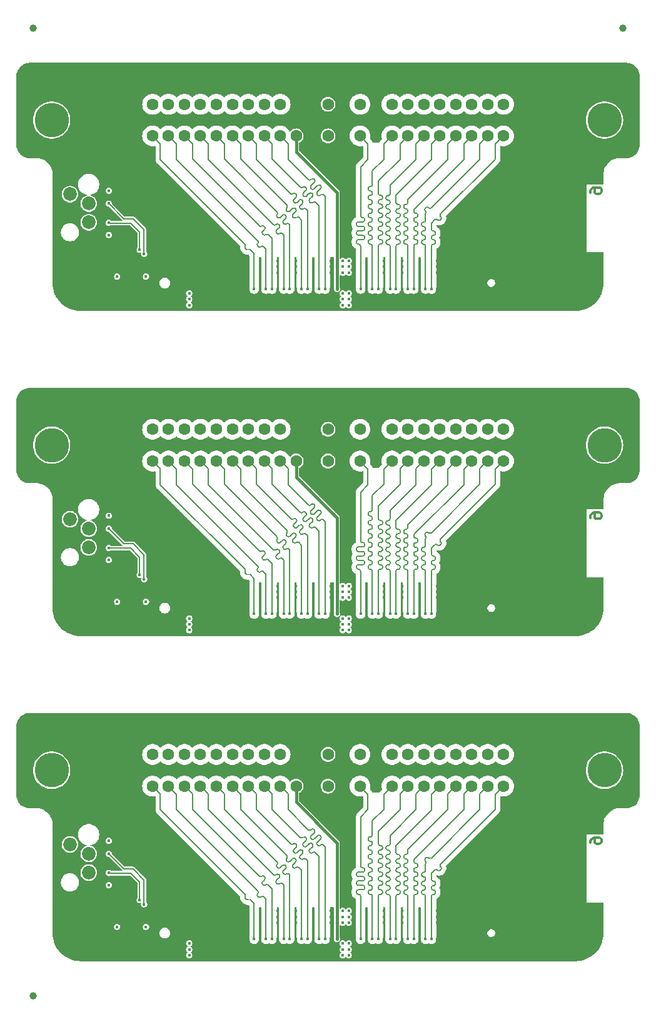
<source format=gbl>
G04 #@! TF.GenerationSoftware,KiCad,Pcbnew,8.0.6*
G04 #@! TF.CreationDate,2024-11-07T02:26:39-08:00*
G04 #@! TF.ProjectId,hvd-50-ce-panel,6876642d-3530-42d6-9365-2d70616e656c,1*
G04 #@! TF.SameCoordinates,Original*
G04 #@! TF.FileFunction,Copper,L6,Bot*
G04 #@! TF.FilePolarity,Positive*
%FSLAX46Y46*%
G04 Gerber Fmt 4.6, Leading zero omitted, Abs format (unit mm)*
G04 Created by KiCad (PCBNEW 8.0.6) date 2024-11-07 02:26:39*
%MOMM*%
%LPD*%
G01*
G04 APERTURE LIST*
%ADD10C,0.300000*%
G04 #@! TA.AperFunction,NonConductor*
%ADD11C,0.300000*%
G04 #@! TD*
G04 #@! TA.AperFunction,ComponentPad*
%ADD12C,1.600000*%
G04 #@! TD*
G04 #@! TA.AperFunction,ComponentPad*
%ADD13C,4.650000*%
G04 #@! TD*
G04 #@! TA.AperFunction,ComponentPad*
%ADD14C,1.850000*%
G04 #@! TD*
G04 #@! TA.AperFunction,ComponentPad*
%ADD15C,6.400000*%
G04 #@! TD*
G04 #@! TA.AperFunction,SMDPad,CuDef*
%ADD16C,1.000000*%
G04 #@! TD*
G04 #@! TA.AperFunction,ViaPad*
%ADD17C,0.450000*%
G04 #@! TD*
G04 #@! TA.AperFunction,Conductor*
%ADD18C,0.127500*%
G04 #@! TD*
G04 #@! TA.AperFunction,Conductor*
%ADD19C,0.400000*%
G04 #@! TD*
G04 #@! TA.AperFunction,Conductor*
%ADD20C,0.200000*%
G04 #@! TD*
G04 APERTURE END LIST*
D10*
D11*
X-6899172Y111216285D02*
X-6899172Y111502000D01*
X-6899172Y111502000D02*
X-6827743Y111644857D01*
X-6827743Y111644857D02*
X-6756315Y111716285D01*
X-6756315Y111716285D02*
X-6542029Y111859143D01*
X-6542029Y111859143D02*
X-6256315Y111930571D01*
X-6256315Y111930571D02*
X-5684886Y111930571D01*
X-5684886Y111930571D02*
X-5542029Y111859143D01*
X-5542029Y111859143D02*
X-5470600Y111787714D01*
X-5470600Y111787714D02*
X-5399172Y111644857D01*
X-5399172Y111644857D02*
X-5399172Y111359143D01*
X-5399172Y111359143D02*
X-5470600Y111216285D01*
X-5470600Y111216285D02*
X-5542029Y111144857D01*
X-5542029Y111144857D02*
X-5684886Y111073428D01*
X-5684886Y111073428D02*
X-6042029Y111073428D01*
X-6042029Y111073428D02*
X-6184886Y111144857D01*
X-6184886Y111144857D02*
X-6256315Y111216285D01*
X-6256315Y111216285D02*
X-6327743Y111359143D01*
X-6327743Y111359143D02*
X-6327743Y111644857D01*
X-6327743Y111644857D02*
X-6256315Y111787714D01*
X-6256315Y111787714D02*
X-6184886Y111859143D01*
X-6184886Y111859143D02*
X-6042029Y111930571D01*
D10*
D11*
X-6899172Y67216285D02*
X-6899172Y67502000D01*
X-6899172Y67502000D02*
X-6827743Y67644857D01*
X-6827743Y67644857D02*
X-6756315Y67716285D01*
X-6756315Y67716285D02*
X-6542029Y67859143D01*
X-6542029Y67859143D02*
X-6256315Y67930571D01*
X-6256315Y67930571D02*
X-5684886Y67930571D01*
X-5684886Y67930571D02*
X-5542029Y67859143D01*
X-5542029Y67859143D02*
X-5470600Y67787714D01*
X-5470600Y67787714D02*
X-5399172Y67644857D01*
X-5399172Y67644857D02*
X-5399172Y67359143D01*
X-5399172Y67359143D02*
X-5470600Y67216285D01*
X-5470600Y67216285D02*
X-5542029Y67144857D01*
X-5542029Y67144857D02*
X-5684886Y67073428D01*
X-5684886Y67073428D02*
X-6042029Y67073428D01*
X-6042029Y67073428D02*
X-6184886Y67144857D01*
X-6184886Y67144857D02*
X-6256315Y67216285D01*
X-6256315Y67216285D02*
X-6327743Y67359143D01*
X-6327743Y67359143D02*
X-6327743Y67644857D01*
X-6327743Y67644857D02*
X-6256315Y67787714D01*
X-6256315Y67787714D02*
X-6184886Y67859143D01*
X-6184886Y67859143D02*
X-6042029Y67930571D01*
D10*
D11*
X-6899172Y23216285D02*
X-6899172Y23502000D01*
X-6899172Y23502000D02*
X-6827743Y23644857D01*
X-6827743Y23644857D02*
X-6756315Y23716285D01*
X-6756315Y23716285D02*
X-6542029Y23859143D01*
X-6542029Y23859143D02*
X-6256315Y23930571D01*
X-6256315Y23930571D02*
X-5684886Y23930571D01*
X-5684886Y23930571D02*
X-5542029Y23859143D01*
X-5542029Y23859143D02*
X-5470600Y23787714D01*
X-5470600Y23787714D02*
X-5399172Y23644857D01*
X-5399172Y23644857D02*
X-5399172Y23359143D01*
X-5399172Y23359143D02*
X-5470600Y23216285D01*
X-5470600Y23216285D02*
X-5542029Y23144857D01*
X-5542029Y23144857D02*
X-5684886Y23073428D01*
X-5684886Y23073428D02*
X-6042029Y23073428D01*
X-6042029Y23073428D02*
X-6184886Y23144857D01*
X-6184886Y23144857D02*
X-6256315Y23216285D01*
X-6256315Y23216285D02*
X-6327743Y23359143D01*
X-6327743Y23359143D02*
X-6327743Y23644857D01*
X-6327743Y23644857D02*
X-6256315Y23787714D01*
X-6256315Y23787714D02*
X-6184886Y23859143D01*
X-6184886Y23859143D02*
X-6042029Y23930571D01*
D12*
G04 #@! TO.P,J5,1,Pin_1*
G04 #@! TO.N,Board_2-GND*
X-68320000Y30902000D03*
G04 #@! TO.P,J5,2,Pin_2*
G04 #@! TO.N,Board_2-/CON.DB0+*
X-66160000Y30902000D03*
G04 #@! TO.P,J5,3,Pin_3*
G04 #@! TO.N,Board_2-/CON.DB1+*
X-64000000Y30902000D03*
G04 #@! TO.P,J5,4,Pin_4*
G04 #@! TO.N,Board_2-/CON.DB2+*
X-61840000Y30902000D03*
G04 #@! TO.P,J5,5,Pin_5*
G04 #@! TO.N,Board_2-/CON.DB3+*
X-59680000Y30902000D03*
G04 #@! TO.P,J5,6,Pin_6*
G04 #@! TO.N,Board_2-/CON.DB4+*
X-57520000Y30902000D03*
G04 #@! TO.P,J5,7,Pin_7*
G04 #@! TO.N,Board_2-/CON.DB5+*
X-55360000Y30902000D03*
G04 #@! TO.P,J5,8,Pin_8*
G04 #@! TO.N,Board_2-/CON.DB6+*
X-53200000Y30902000D03*
G04 #@! TO.P,J5,9,Pin_9*
G04 #@! TO.N,Board_2-/CON.DB7+*
X-51040000Y30902000D03*
G04 #@! TO.P,J5,10,Pin_10*
G04 #@! TO.N,Board_2-/CON.DP0+*
X-48880000Y30902000D03*
G04 #@! TO.P,J5,11,Pin_11*
G04 #@! TO.N,Board_2-/CON.DIFFSENSE*
X-46720000Y30902000D03*
G04 #@! TO.P,J5,12,Pin_12*
G04 #@! TO.N,Board_2-GND*
X-44560000Y30902000D03*
G04 #@! TO.P,J5,13,Pin_13*
G04 #@! TO.N,Board_2-/CON.TERMPWR*
X-42400000Y30902000D03*
G04 #@! TO.P,J5,14,Pin_14*
G04 #@! TO.N,Board_2-GND*
X-40240000Y30902000D03*
G04 #@! TO.P,J5,15,Pin_15*
G04 #@! TO.N,Board_2-/CON.ATN+*
X-38080000Y30902000D03*
G04 #@! TO.P,J5,16,Pin_16*
G04 #@! TO.N,Board_2-GND*
X-35920000Y30902000D03*
G04 #@! TO.P,J5,17,Pin_17*
G04 #@! TO.N,Board_2-/CON.BSY+*
X-33760000Y30902000D03*
G04 #@! TO.P,J5,18,Pin_18*
G04 #@! TO.N,Board_2-/CON.ACK+*
X-31600000Y30902000D03*
G04 #@! TO.P,J5,19,Pin_19*
G04 #@! TO.N,Board_2-/CON.RST+*
X-29440000Y30902000D03*
G04 #@! TO.P,J5,20,Pin_20*
G04 #@! TO.N,Board_2-/CON.MSG+*
X-27280000Y30902000D03*
G04 #@! TO.P,J5,21,Pin_21*
G04 #@! TO.N,Board_2-/CON.SEL+*
X-25120000Y30902000D03*
G04 #@! TO.P,J5,22,Pin_22*
G04 #@! TO.N,Board_2-/CON.C{slash}D+*
X-22960000Y30902000D03*
G04 #@! TO.P,J5,23,Pin_23*
G04 #@! TO.N,Board_2-/CON.REQ+*
X-20800000Y30902000D03*
G04 #@! TO.P,J5,24,Pin_24*
G04 #@! TO.N,Board_2-/CON.I{slash}O+*
X-18640000Y30902000D03*
G04 #@! TO.P,J5,25,Pin_25*
G04 #@! TO.N,Board_2-GND*
X-16480000Y30902000D03*
G04 #@! TO.P,J5,26,Pin_26*
X-68320000Y35192000D03*
G04 #@! TO.P,J5,27,Pin_27*
G04 #@! TO.N,Board_2-/CON.DB0-*
X-66160000Y35192000D03*
G04 #@! TO.P,J5,28,Pin_28*
G04 #@! TO.N,Board_2-/CON.DB1-*
X-64000000Y35192000D03*
G04 #@! TO.P,J5,29,Pin_29*
G04 #@! TO.N,Board_2-/CON.DB2-*
X-61840000Y35192000D03*
G04 #@! TO.P,J5,30,Pin_30*
G04 #@! TO.N,Board_2-/CON.DB3-*
X-59680000Y35192000D03*
G04 #@! TO.P,J5,31,Pin_31*
G04 #@! TO.N,Board_2-/CON.DB4-*
X-57520000Y35192000D03*
G04 #@! TO.P,J5,32,Pin_32*
G04 #@! TO.N,Board_2-/CON.DB5-*
X-55360000Y35192000D03*
G04 #@! TO.P,J5,33,Pin_33*
G04 #@! TO.N,Board_2-/CON.DB6-*
X-53200000Y35192000D03*
G04 #@! TO.P,J5,34,Pin_34*
G04 #@! TO.N,Board_2-/CON.DB7-*
X-51040000Y35192000D03*
G04 #@! TO.P,J5,35,Pin_35*
G04 #@! TO.N,Board_2-/CON.DP0-*
X-48880000Y35192000D03*
G04 #@! TO.P,J5,36,Pin_36*
G04 #@! TO.N,Board_2-GND*
X-46720000Y35192000D03*
G04 #@! TO.P,J5,37,Pin_37*
X-44560000Y35192000D03*
G04 #@! TO.P,J5,38,Pin_38*
G04 #@! TO.N,Board_2-/CON.TERMPWR*
X-42400000Y35192000D03*
G04 #@! TO.P,J5,39,Pin_39*
G04 #@! TO.N,Board_2-GND*
X-40240000Y35192000D03*
G04 #@! TO.P,J5,40,Pin_40*
G04 #@! TO.N,Board_2-/CON.ATN-*
X-38080000Y35192000D03*
G04 #@! TO.P,J5,41,Pin_41*
G04 #@! TO.N,Board_2-GND*
X-35920000Y35192000D03*
G04 #@! TO.P,J5,42,Pin_42*
G04 #@! TO.N,Board_2-/CON.BSY-*
X-33760000Y35192000D03*
G04 #@! TO.P,J5,43,Pin_43*
G04 #@! TO.N,Board_2-/CON.ACK-*
X-31600000Y35192000D03*
G04 #@! TO.P,J5,44,Pin_44*
G04 #@! TO.N,Board_2-/CON.RST-*
X-29440000Y35192000D03*
G04 #@! TO.P,J5,45,Pin_45*
G04 #@! TO.N,Board_2-/CON.MSG-*
X-27280000Y35192000D03*
G04 #@! TO.P,J5,46,Pin_46*
G04 #@! TO.N,Board_2-/CON.SEL-*
X-25120000Y35192000D03*
G04 #@! TO.P,J5,47,Pin_47*
G04 #@! TO.N,Board_2-/CON.C{slash}D-*
X-22960000Y35192000D03*
G04 #@! TO.P,J5,48,Pin_48*
G04 #@! TO.N,Board_2-/CON.REQ-*
X-20800000Y35192000D03*
G04 #@! TO.P,J5,49,Pin_49*
G04 #@! TO.N,Board_2-/CON.I{slash}O-*
X-18640000Y35192000D03*
G04 #@! TO.P,J5,50,Pin_50*
G04 #@! TO.N,Board_2-GND*
X-16480000Y35192000D03*
D13*
G04 #@! TO.P,J5,SHIELD,SHIELD*
G04 #@! TO.N,Board_2-Net-(C2-Pad1)*
X-4975000Y33047000D03*
X-79825000Y33047000D03*
G04 #@! TD*
D14*
G04 #@! TO.P,J3,1,Pin_1*
G04 #@! TO.N,Board_2-+3V3*
X-77340000Y23012000D03*
G04 #@! TO.P,J3,2,Pin_2*
G04 #@! TO.N,Board_2-/PHY.ID_SDA*
X-74800000Y21742000D03*
G04 #@! TO.P,J3,3,Pin_3*
G04 #@! TO.N,Board_2-GND*
X-77340000Y20472000D03*
G04 #@! TO.P,J3,4,Pin_4*
G04 #@! TO.N,Board_2-/PHY.ID_SCL*
X-74800000Y19202000D03*
G04 #@! TD*
D15*
G04 #@! TO.P,H3,1,1*
G04 #@! TO.N,Board_2-GND*
X-75900000Y11002000D03*
G04 #@! TD*
D14*
G04 #@! TO.P,J3,1,Pin_1*
G04 #@! TO.N,Board_0-+3V3*
X-77340000Y111012000D03*
G04 #@! TO.P,J3,2,Pin_2*
G04 #@! TO.N,Board_0-/PHY.ID_SDA*
X-74800000Y109742000D03*
G04 #@! TO.P,J3,3,Pin_3*
G04 #@! TO.N,Board_0-GND*
X-77340000Y108472000D03*
G04 #@! TO.P,J3,4,Pin_4*
G04 #@! TO.N,Board_0-/PHY.ID_SCL*
X-74800000Y107202000D03*
G04 #@! TD*
D12*
G04 #@! TO.P,J5,1,Pin_1*
G04 #@! TO.N,Board_0-GND*
X-68320000Y118902000D03*
G04 #@! TO.P,J5,2,Pin_2*
G04 #@! TO.N,Board_0-/CON.DB0+*
X-66160000Y118902000D03*
G04 #@! TO.P,J5,3,Pin_3*
G04 #@! TO.N,Board_0-/CON.DB1+*
X-64000000Y118902000D03*
G04 #@! TO.P,J5,4,Pin_4*
G04 #@! TO.N,Board_0-/CON.DB2+*
X-61840000Y118902000D03*
G04 #@! TO.P,J5,5,Pin_5*
G04 #@! TO.N,Board_0-/CON.DB3+*
X-59680000Y118902000D03*
G04 #@! TO.P,J5,6,Pin_6*
G04 #@! TO.N,Board_0-/CON.DB4+*
X-57520000Y118902000D03*
G04 #@! TO.P,J5,7,Pin_7*
G04 #@! TO.N,Board_0-/CON.DB5+*
X-55360000Y118902000D03*
G04 #@! TO.P,J5,8,Pin_8*
G04 #@! TO.N,Board_0-/CON.DB6+*
X-53200000Y118902000D03*
G04 #@! TO.P,J5,9,Pin_9*
G04 #@! TO.N,Board_0-/CON.DB7+*
X-51040000Y118902000D03*
G04 #@! TO.P,J5,10,Pin_10*
G04 #@! TO.N,Board_0-/CON.DP0+*
X-48880000Y118902000D03*
G04 #@! TO.P,J5,11,Pin_11*
G04 #@! TO.N,Board_0-/CON.DIFFSENSE*
X-46720000Y118902000D03*
G04 #@! TO.P,J5,12,Pin_12*
G04 #@! TO.N,Board_0-GND*
X-44560000Y118902000D03*
G04 #@! TO.P,J5,13,Pin_13*
G04 #@! TO.N,Board_0-/CON.TERMPWR*
X-42400000Y118902000D03*
G04 #@! TO.P,J5,14,Pin_14*
G04 #@! TO.N,Board_0-GND*
X-40240000Y118902000D03*
G04 #@! TO.P,J5,15,Pin_15*
G04 #@! TO.N,Board_0-/CON.ATN+*
X-38080000Y118902000D03*
G04 #@! TO.P,J5,16,Pin_16*
G04 #@! TO.N,Board_0-GND*
X-35920000Y118902000D03*
G04 #@! TO.P,J5,17,Pin_17*
G04 #@! TO.N,Board_0-/CON.BSY+*
X-33760000Y118902000D03*
G04 #@! TO.P,J5,18,Pin_18*
G04 #@! TO.N,Board_0-/CON.ACK+*
X-31600000Y118902000D03*
G04 #@! TO.P,J5,19,Pin_19*
G04 #@! TO.N,Board_0-/CON.RST+*
X-29440000Y118902000D03*
G04 #@! TO.P,J5,20,Pin_20*
G04 #@! TO.N,Board_0-/CON.MSG+*
X-27280000Y118902000D03*
G04 #@! TO.P,J5,21,Pin_21*
G04 #@! TO.N,Board_0-/CON.SEL+*
X-25120000Y118902000D03*
G04 #@! TO.P,J5,22,Pin_22*
G04 #@! TO.N,Board_0-/CON.C{slash}D+*
X-22960000Y118902000D03*
G04 #@! TO.P,J5,23,Pin_23*
G04 #@! TO.N,Board_0-/CON.REQ+*
X-20800000Y118902000D03*
G04 #@! TO.P,J5,24,Pin_24*
G04 #@! TO.N,Board_0-/CON.I{slash}O+*
X-18640000Y118902000D03*
G04 #@! TO.P,J5,25,Pin_25*
G04 #@! TO.N,Board_0-GND*
X-16480000Y118902000D03*
G04 #@! TO.P,J5,26,Pin_26*
X-68320000Y123192000D03*
G04 #@! TO.P,J5,27,Pin_27*
G04 #@! TO.N,Board_0-/CON.DB0-*
X-66160000Y123192000D03*
G04 #@! TO.P,J5,28,Pin_28*
G04 #@! TO.N,Board_0-/CON.DB1-*
X-64000000Y123192000D03*
G04 #@! TO.P,J5,29,Pin_29*
G04 #@! TO.N,Board_0-/CON.DB2-*
X-61840000Y123192000D03*
G04 #@! TO.P,J5,30,Pin_30*
G04 #@! TO.N,Board_0-/CON.DB3-*
X-59680000Y123192000D03*
G04 #@! TO.P,J5,31,Pin_31*
G04 #@! TO.N,Board_0-/CON.DB4-*
X-57520000Y123192000D03*
G04 #@! TO.P,J5,32,Pin_32*
G04 #@! TO.N,Board_0-/CON.DB5-*
X-55360000Y123192000D03*
G04 #@! TO.P,J5,33,Pin_33*
G04 #@! TO.N,Board_0-/CON.DB6-*
X-53200000Y123192000D03*
G04 #@! TO.P,J5,34,Pin_34*
G04 #@! TO.N,Board_0-/CON.DB7-*
X-51040000Y123192000D03*
G04 #@! TO.P,J5,35,Pin_35*
G04 #@! TO.N,Board_0-/CON.DP0-*
X-48880000Y123192000D03*
G04 #@! TO.P,J5,36,Pin_36*
G04 #@! TO.N,Board_0-GND*
X-46720000Y123192000D03*
G04 #@! TO.P,J5,37,Pin_37*
X-44560000Y123192000D03*
G04 #@! TO.P,J5,38,Pin_38*
G04 #@! TO.N,Board_0-/CON.TERMPWR*
X-42400000Y123192000D03*
G04 #@! TO.P,J5,39,Pin_39*
G04 #@! TO.N,Board_0-GND*
X-40240000Y123192000D03*
G04 #@! TO.P,J5,40,Pin_40*
G04 #@! TO.N,Board_0-/CON.ATN-*
X-38080000Y123192000D03*
G04 #@! TO.P,J5,41,Pin_41*
G04 #@! TO.N,Board_0-GND*
X-35920000Y123192000D03*
G04 #@! TO.P,J5,42,Pin_42*
G04 #@! TO.N,Board_0-/CON.BSY-*
X-33760000Y123192000D03*
G04 #@! TO.P,J5,43,Pin_43*
G04 #@! TO.N,Board_0-/CON.ACK-*
X-31600000Y123192000D03*
G04 #@! TO.P,J5,44,Pin_44*
G04 #@! TO.N,Board_0-/CON.RST-*
X-29440000Y123192000D03*
G04 #@! TO.P,J5,45,Pin_45*
G04 #@! TO.N,Board_0-/CON.MSG-*
X-27280000Y123192000D03*
G04 #@! TO.P,J5,46,Pin_46*
G04 #@! TO.N,Board_0-/CON.SEL-*
X-25120000Y123192000D03*
G04 #@! TO.P,J5,47,Pin_47*
G04 #@! TO.N,Board_0-/CON.C{slash}D-*
X-22960000Y123192000D03*
G04 #@! TO.P,J5,48,Pin_48*
G04 #@! TO.N,Board_0-/CON.REQ-*
X-20800000Y123192000D03*
G04 #@! TO.P,J5,49,Pin_49*
G04 #@! TO.N,Board_0-/CON.I{slash}O-*
X-18640000Y123192000D03*
G04 #@! TO.P,J5,50,Pin_50*
G04 #@! TO.N,Board_0-GND*
X-16480000Y123192000D03*
D13*
G04 #@! TO.P,J5,SHIELD,SHIELD*
G04 #@! TO.N,Board_0-Net-(C2-Pad1)*
X-4975000Y121047000D03*
X-79825000Y121047000D03*
G04 #@! TD*
D15*
G04 #@! TO.P,H3,1,1*
G04 #@! TO.N,Board_1-GND*
X-75900000Y55002000D03*
G04 #@! TD*
G04 #@! TO.P,H4,1,1*
G04 #@! TO.N,Board_1-GND*
X-8900000Y55002000D03*
G04 #@! TD*
D14*
G04 #@! TO.P,J3,1,Pin_1*
G04 #@! TO.N,Board_1-+3V3*
X-77340000Y67012000D03*
G04 #@! TO.P,J3,2,Pin_2*
G04 #@! TO.N,Board_1-/PHY.ID_SDA*
X-74800000Y65742000D03*
G04 #@! TO.P,J3,3,Pin_3*
G04 #@! TO.N,Board_1-GND*
X-77340000Y64472000D03*
G04 #@! TO.P,J3,4,Pin_4*
G04 #@! TO.N,Board_1-/PHY.ID_SCL*
X-74800000Y63202000D03*
G04 #@! TD*
D15*
G04 #@! TO.P,H4,1,1*
G04 #@! TO.N,Board_2-GND*
X-8900000Y11002000D03*
G04 #@! TD*
G04 #@! TO.P,H3,1,1*
G04 #@! TO.N,Board_0-GND*
X-75900000Y99002000D03*
G04 #@! TD*
D12*
G04 #@! TO.P,J5,1,Pin_1*
G04 #@! TO.N,Board_1-GND*
X-68320000Y74902000D03*
G04 #@! TO.P,J5,2,Pin_2*
G04 #@! TO.N,Board_1-/CON.DB0+*
X-66160000Y74902000D03*
G04 #@! TO.P,J5,3,Pin_3*
G04 #@! TO.N,Board_1-/CON.DB1+*
X-64000000Y74902000D03*
G04 #@! TO.P,J5,4,Pin_4*
G04 #@! TO.N,Board_1-/CON.DB2+*
X-61840000Y74902000D03*
G04 #@! TO.P,J5,5,Pin_5*
G04 #@! TO.N,Board_1-/CON.DB3+*
X-59680000Y74902000D03*
G04 #@! TO.P,J5,6,Pin_6*
G04 #@! TO.N,Board_1-/CON.DB4+*
X-57520000Y74902000D03*
G04 #@! TO.P,J5,7,Pin_7*
G04 #@! TO.N,Board_1-/CON.DB5+*
X-55360000Y74902000D03*
G04 #@! TO.P,J5,8,Pin_8*
G04 #@! TO.N,Board_1-/CON.DB6+*
X-53200000Y74902000D03*
G04 #@! TO.P,J5,9,Pin_9*
G04 #@! TO.N,Board_1-/CON.DB7+*
X-51040000Y74902000D03*
G04 #@! TO.P,J5,10,Pin_10*
G04 #@! TO.N,Board_1-/CON.DP0+*
X-48880000Y74902000D03*
G04 #@! TO.P,J5,11,Pin_11*
G04 #@! TO.N,Board_1-/CON.DIFFSENSE*
X-46720000Y74902000D03*
G04 #@! TO.P,J5,12,Pin_12*
G04 #@! TO.N,Board_1-GND*
X-44560000Y74902000D03*
G04 #@! TO.P,J5,13,Pin_13*
G04 #@! TO.N,Board_1-/CON.TERMPWR*
X-42400000Y74902000D03*
G04 #@! TO.P,J5,14,Pin_14*
G04 #@! TO.N,Board_1-GND*
X-40240000Y74902000D03*
G04 #@! TO.P,J5,15,Pin_15*
G04 #@! TO.N,Board_1-/CON.ATN+*
X-38080000Y74902000D03*
G04 #@! TO.P,J5,16,Pin_16*
G04 #@! TO.N,Board_1-GND*
X-35920000Y74902000D03*
G04 #@! TO.P,J5,17,Pin_17*
G04 #@! TO.N,Board_1-/CON.BSY+*
X-33760000Y74902000D03*
G04 #@! TO.P,J5,18,Pin_18*
G04 #@! TO.N,Board_1-/CON.ACK+*
X-31600000Y74902000D03*
G04 #@! TO.P,J5,19,Pin_19*
G04 #@! TO.N,Board_1-/CON.RST+*
X-29440000Y74902000D03*
G04 #@! TO.P,J5,20,Pin_20*
G04 #@! TO.N,Board_1-/CON.MSG+*
X-27280000Y74902000D03*
G04 #@! TO.P,J5,21,Pin_21*
G04 #@! TO.N,Board_1-/CON.SEL+*
X-25120000Y74902000D03*
G04 #@! TO.P,J5,22,Pin_22*
G04 #@! TO.N,Board_1-/CON.C{slash}D+*
X-22960000Y74902000D03*
G04 #@! TO.P,J5,23,Pin_23*
G04 #@! TO.N,Board_1-/CON.REQ+*
X-20800000Y74902000D03*
G04 #@! TO.P,J5,24,Pin_24*
G04 #@! TO.N,Board_1-/CON.I{slash}O+*
X-18640000Y74902000D03*
G04 #@! TO.P,J5,25,Pin_25*
G04 #@! TO.N,Board_1-GND*
X-16480000Y74902000D03*
G04 #@! TO.P,J5,26,Pin_26*
X-68320000Y79192000D03*
G04 #@! TO.P,J5,27,Pin_27*
G04 #@! TO.N,Board_1-/CON.DB0-*
X-66160000Y79192000D03*
G04 #@! TO.P,J5,28,Pin_28*
G04 #@! TO.N,Board_1-/CON.DB1-*
X-64000000Y79192000D03*
G04 #@! TO.P,J5,29,Pin_29*
G04 #@! TO.N,Board_1-/CON.DB2-*
X-61840000Y79192000D03*
G04 #@! TO.P,J5,30,Pin_30*
G04 #@! TO.N,Board_1-/CON.DB3-*
X-59680000Y79192000D03*
G04 #@! TO.P,J5,31,Pin_31*
G04 #@! TO.N,Board_1-/CON.DB4-*
X-57520000Y79192000D03*
G04 #@! TO.P,J5,32,Pin_32*
G04 #@! TO.N,Board_1-/CON.DB5-*
X-55360000Y79192000D03*
G04 #@! TO.P,J5,33,Pin_33*
G04 #@! TO.N,Board_1-/CON.DB6-*
X-53200000Y79192000D03*
G04 #@! TO.P,J5,34,Pin_34*
G04 #@! TO.N,Board_1-/CON.DB7-*
X-51040000Y79192000D03*
G04 #@! TO.P,J5,35,Pin_35*
G04 #@! TO.N,Board_1-/CON.DP0-*
X-48880000Y79192000D03*
G04 #@! TO.P,J5,36,Pin_36*
G04 #@! TO.N,Board_1-GND*
X-46720000Y79192000D03*
G04 #@! TO.P,J5,37,Pin_37*
X-44560000Y79192000D03*
G04 #@! TO.P,J5,38,Pin_38*
G04 #@! TO.N,Board_1-/CON.TERMPWR*
X-42400000Y79192000D03*
G04 #@! TO.P,J5,39,Pin_39*
G04 #@! TO.N,Board_1-GND*
X-40240000Y79192000D03*
G04 #@! TO.P,J5,40,Pin_40*
G04 #@! TO.N,Board_1-/CON.ATN-*
X-38080000Y79192000D03*
G04 #@! TO.P,J5,41,Pin_41*
G04 #@! TO.N,Board_1-GND*
X-35920000Y79192000D03*
G04 #@! TO.P,J5,42,Pin_42*
G04 #@! TO.N,Board_1-/CON.BSY-*
X-33760000Y79192000D03*
G04 #@! TO.P,J5,43,Pin_43*
G04 #@! TO.N,Board_1-/CON.ACK-*
X-31600000Y79192000D03*
G04 #@! TO.P,J5,44,Pin_44*
G04 #@! TO.N,Board_1-/CON.RST-*
X-29440000Y79192000D03*
G04 #@! TO.P,J5,45,Pin_45*
G04 #@! TO.N,Board_1-/CON.MSG-*
X-27280000Y79192000D03*
G04 #@! TO.P,J5,46,Pin_46*
G04 #@! TO.N,Board_1-/CON.SEL-*
X-25120000Y79192000D03*
G04 #@! TO.P,J5,47,Pin_47*
G04 #@! TO.N,Board_1-/CON.C{slash}D-*
X-22960000Y79192000D03*
G04 #@! TO.P,J5,48,Pin_48*
G04 #@! TO.N,Board_1-/CON.REQ-*
X-20800000Y79192000D03*
G04 #@! TO.P,J5,49,Pin_49*
G04 #@! TO.N,Board_1-/CON.I{slash}O-*
X-18640000Y79192000D03*
G04 #@! TO.P,J5,50,Pin_50*
G04 #@! TO.N,Board_1-GND*
X-16480000Y79192000D03*
D13*
G04 #@! TO.P,J5,SHIELD,SHIELD*
G04 #@! TO.N,Board_1-Net-(C2-Pad1)*
X-4975000Y77047000D03*
X-79825000Y77047000D03*
G04 #@! TD*
D15*
G04 #@! TO.P,H4,1,1*
G04 #@! TO.N,Board_0-GND*
X-8900000Y99002000D03*
G04 #@! TD*
D16*
G04 #@! TO.P,KiKit_FID_B_2,*
G04 #@! TO.N,*
X-2500000Y133503500D03*
G04 #@! TD*
G04 #@! TO.P,KiKit_FID_B_1,*
G04 #@! TO.N,*
X-82300000Y133503500D03*
G04 #@! TD*
G04 #@! TO.P,KiKit_FID_B_3,*
G04 #@! TO.N,*
X-82300000Y2500000D03*
G04 #@! TD*
D17*
G04 #@! TO.N,Board_0-+3V3*
X-70950000Y99852000D03*
X-72100000Y105502000D03*
X-61200000Y97602000D03*
X-67050000Y99852000D03*
X-72100000Y111502000D03*
X-61200000Y96802000D03*
X-61200000Y96002000D03*
G04 #@! TO.N,Board_0-/CON.ACK+*
X-35600000Y98202000D03*
G04 #@! TO.N,Board_0-/CON.ATN+*
X-38000000Y98202000D03*
G04 #@! TO.N,Board_0-/CON.BSY+*
X-36400000Y98202000D03*
G04 #@! TO.N,Board_0-/CON.C{slash}D+*
X-30800000Y98202000D03*
G04 #@! TO.N,Board_0-/CON.DB0+*
X-52400000Y98202000D03*
G04 #@! TO.N,Board_0-/CON.DB1+*
X-50800000Y98202000D03*
G04 #@! TO.N,Board_0-/CON.DB2+*
X-50000000Y98202000D03*
G04 #@! TO.N,Board_0-/CON.DB3+*
X-48400000Y98202000D03*
G04 #@! TO.N,Board_0-/CON.DB4+*
X-47600000Y98202000D03*
G04 #@! TO.N,Board_0-/CON.DB5+*
X-46000000Y98202000D03*
G04 #@! TO.N,Board_0-/CON.DB6+*
X-45200000Y98202000D03*
G04 #@! TO.N,Board_0-/CON.DB7+*
X-43600000Y98202000D03*
G04 #@! TO.N,Board_0-/CON.DIFFSENSE*
X-41200000Y98202000D03*
G04 #@! TO.N,Board_0-/CON.DP0+*
X-42800000Y98202000D03*
G04 #@! TO.N,Board_0-/CON.I{slash}O+*
X-28400000Y98202000D03*
G04 #@! TO.N,Board_0-/CON.MSG+*
X-33200000Y98202000D03*
G04 #@! TO.N,Board_0-/CON.REQ+*
X-29200000Y98202000D03*
G04 #@! TO.N,Board_0-/CON.RST+*
X-34000000Y98202000D03*
G04 #@! TO.N,Board_0-/CON.SEL+*
X-31600000Y98202000D03*
G04 #@! TO.N,Board_0-/CON.TERMPWR*
X-40400000Y102002000D03*
X-39600000Y102002000D03*
X-39600000Y96802000D03*
X-40400000Y96802001D03*
X-39600000Y97602000D03*
X-39600000Y101202000D03*
X-40400000Y100402000D03*
X-40400000Y96002000D03*
X-40400000Y97602000D03*
X-39600000Y96002000D03*
X-40400000Y101201999D03*
X-39600000Y100402000D03*
G04 #@! TO.N,Board_0-/PHY.ID_SCL*
X-67900000Y103502000D03*
X-72100000Y107152000D03*
G04 #@! TO.N,Board_0-/PHY.ID_SDA*
X-67300000Y102902000D03*
X-72100000Y109752000D03*
G04 #@! TO.N,Board_0-GND*
X-54000000Y102002000D03*
X-25200000Y96802000D03*
X-54000000Y98202000D03*
X-46800000Y98202000D03*
X-58800000Y96002000D03*
X-42000000Y96002000D03*
X-44400000Y100402000D03*
X-25200000Y100402000D03*
X-59600000Y97602000D03*
X-32400000Y97602000D03*
X-27600000Y96802000D03*
X-37200000Y101202000D03*
X-51600000Y96002000D03*
X-51600000Y101202000D03*
X-51600000Y98202000D03*
X-25200000Y98202000D03*
X-49200000Y96002000D03*
X-34800000Y97602000D03*
X-42000000Y102002000D03*
X-22800000Y98202000D03*
X-42000000Y96802000D03*
X-42000000Y100402000D03*
X-59600000Y96802000D03*
X-38800000Y98202000D03*
X-22800000Y96802000D03*
X-27600000Y102002000D03*
X-30000000Y96802000D03*
X-46800000Y97602000D03*
X-56400000Y98202000D03*
X-62000000Y102002000D03*
X-69000000Y98502000D03*
X-30000000Y96002000D03*
X-49200000Y97602000D03*
X-62000000Y101202000D03*
X-34800000Y96002000D03*
X-22800000Y97602000D03*
X-44400000Y97602000D03*
X-58800000Y102002000D03*
X-46800000Y102002000D03*
X-54000000Y97602000D03*
X-27600000Y96002000D03*
X-32400000Y100402000D03*
X-22800000Y102002000D03*
X-46800000Y96802000D03*
X-22800000Y101202000D03*
X-58800000Y98202000D03*
X-25200000Y102002000D03*
X-59600000Y98202000D03*
X-38800000Y96802000D03*
X-59600000Y102002000D03*
X-32400000Y101202000D03*
X-58800000Y100402000D03*
X-56400000Y97602000D03*
X-44400000Y96802000D03*
X-49200000Y102002000D03*
X-22800000Y96002000D03*
X-46800000Y101202000D03*
X-30000000Y102002000D03*
X-37200000Y97602000D03*
X-38800000Y101202000D03*
X-51600000Y100402000D03*
X-42000000Y97602000D03*
X-54000000Y96002000D03*
X-37200000Y96002000D03*
X-51600000Y102002000D03*
X-25200000Y101202000D03*
X-42000000Y101202000D03*
X-44400000Y102002000D03*
X-34800000Y100402000D03*
X-32400000Y102002000D03*
X-25200000Y97602000D03*
X-51600000Y96802000D03*
X-34800000Y101202000D03*
X-54000000Y100402000D03*
X-46800000Y96002000D03*
X-30000000Y97602000D03*
X-54000000Y96802000D03*
X-54000000Y101202000D03*
X-34800000Y96802000D03*
X-30000000Y100402000D03*
X-59600000Y96002000D03*
X-56400000Y96802000D03*
X-44400000Y101202000D03*
X-37200000Y98202000D03*
X-37200000Y100402000D03*
X-42000000Y98202000D03*
X-69550000Y99002000D03*
X-56400000Y101202000D03*
X-70950000Y98152000D03*
X-62000000Y100402000D03*
X-38800000Y96002000D03*
X-32400000Y96802000D03*
X-49200000Y96802000D03*
X-44400000Y96002000D03*
X-58800000Y101202000D03*
X-56400000Y102002000D03*
X-58800000Y97602000D03*
X-49200000Y98202000D03*
X-34800000Y98202000D03*
X-56400000Y96002000D03*
X-51600000Y97602000D03*
X-34800000Y102002000D03*
X-27600000Y97602000D03*
X-44400000Y98202000D03*
X-46800000Y100402000D03*
X-32400000Y98202000D03*
X-38800000Y102002000D03*
X-30000000Y101202000D03*
X-69000000Y99502000D03*
X-37200000Y96802000D03*
X-30000000Y98202000D03*
X-27600000Y100402000D03*
X-68500000Y99002000D03*
X-38800000Y97602000D03*
X-37200000Y102002000D03*
X-49200000Y100402000D03*
X-32400000Y96002000D03*
X-27600000Y98202000D03*
X-22800000Y100402000D03*
X-38800000Y100402000D03*
X-25200000Y96002000D03*
X-58800000Y96802000D03*
X-59600000Y100402000D03*
X-49200000Y101202000D03*
X-59600000Y101202000D03*
X-27600000Y101202000D03*
X-56400000Y100402000D03*
G04 #@! TO.N,Board_1-+3V3*
X-61200000Y53602000D03*
X-72100000Y61502000D03*
X-61200000Y52002000D03*
X-72100000Y67502000D03*
X-67050000Y55852000D03*
X-70950000Y55852000D03*
X-61200000Y52802000D03*
G04 #@! TO.N,Board_1-/CON.ACK+*
X-35600000Y54202000D03*
G04 #@! TO.N,Board_1-/CON.ATN+*
X-38000000Y54202000D03*
G04 #@! TO.N,Board_1-/CON.BSY+*
X-36400000Y54202000D03*
G04 #@! TO.N,Board_1-/CON.C{slash}D+*
X-30800000Y54202000D03*
G04 #@! TO.N,Board_1-/CON.DB0+*
X-52400000Y54202000D03*
G04 #@! TO.N,Board_1-/CON.DB1+*
X-50800000Y54202000D03*
G04 #@! TO.N,Board_1-/CON.DB2+*
X-50000000Y54202000D03*
G04 #@! TO.N,Board_1-/CON.DB3+*
X-48400000Y54202000D03*
G04 #@! TO.N,Board_1-/CON.DB4+*
X-47600000Y54202000D03*
G04 #@! TO.N,Board_1-/CON.DB5+*
X-46000000Y54202000D03*
G04 #@! TO.N,Board_1-/CON.DB6+*
X-45200000Y54202000D03*
G04 #@! TO.N,Board_1-/CON.DB7+*
X-43600000Y54202000D03*
G04 #@! TO.N,Board_1-/CON.DIFFSENSE*
X-41200000Y54202000D03*
G04 #@! TO.N,Board_1-/CON.DP0+*
X-42800000Y54202000D03*
G04 #@! TO.N,Board_1-/CON.I{slash}O+*
X-28400000Y54202000D03*
G04 #@! TO.N,Board_1-/CON.MSG+*
X-33200000Y54202000D03*
G04 #@! TO.N,Board_1-/CON.REQ+*
X-29200000Y54202000D03*
G04 #@! TO.N,Board_1-/CON.RST+*
X-34000000Y54202000D03*
G04 #@! TO.N,Board_1-/CON.SEL+*
X-31600000Y54202000D03*
G04 #@! TO.N,Board_1-/CON.TERMPWR*
X-39600000Y58002000D03*
X-40400000Y57201999D03*
X-39600000Y57202000D03*
X-40400000Y56402000D03*
X-40400000Y52002000D03*
X-40400000Y53602000D03*
X-40400000Y58002000D03*
X-39600000Y56402000D03*
X-39600000Y52802000D03*
X-39600000Y52002000D03*
X-40400000Y52802001D03*
X-39600000Y53602000D03*
G04 #@! TO.N,Board_1-/PHY.ID_SCL*
X-67900000Y59502000D03*
X-72100000Y63152000D03*
G04 #@! TO.N,Board_1-/PHY.ID_SDA*
X-67300000Y58902000D03*
X-72100000Y65752000D03*
G04 #@! TO.N,Board_1-GND*
X-51600000Y56402000D03*
X-22800000Y52002000D03*
X-49200000Y58002000D03*
X-37200000Y56402000D03*
X-51600000Y54202000D03*
X-46800000Y56402000D03*
X-30000000Y52802000D03*
X-37200000Y53602000D03*
X-25200000Y58002000D03*
X-42000000Y52002000D03*
X-32400000Y57202000D03*
X-58800000Y54202000D03*
X-59600000Y52002000D03*
X-58800000Y57202000D03*
X-46800000Y53602000D03*
X-56400000Y53602000D03*
X-42000000Y57202000D03*
X-59600000Y56402000D03*
X-54000000Y57202000D03*
X-38800000Y57202000D03*
X-25200000Y52002000D03*
X-37200000Y57202000D03*
X-56400000Y57202000D03*
X-59600000Y57202000D03*
X-30000000Y54202000D03*
X-37200000Y54202000D03*
X-32400000Y53602000D03*
X-25200000Y54202000D03*
X-46800000Y52002000D03*
X-62000000Y58002000D03*
X-30000000Y53602000D03*
X-54000000Y54202000D03*
X-58800000Y52802000D03*
X-69000000Y55502000D03*
X-38800000Y52002000D03*
X-54000000Y58002000D03*
X-30000000Y58002000D03*
X-27600000Y56402000D03*
X-44400000Y54202000D03*
X-44400000Y52802000D03*
X-56400000Y52002000D03*
X-30000000Y52002000D03*
X-25200000Y52802000D03*
X-68500000Y55002000D03*
X-54000000Y53602000D03*
X-62000000Y56402000D03*
X-44400000Y57202000D03*
X-46800000Y52802000D03*
X-49200000Y52002000D03*
X-25200000Y56402000D03*
X-32400000Y52802000D03*
X-27600000Y52002000D03*
X-58800000Y53602000D03*
X-37200000Y52802000D03*
X-30000000Y56402000D03*
X-38800000Y54202000D03*
X-44400000Y53602000D03*
X-58800000Y56402000D03*
X-38800000Y56402000D03*
X-59600000Y58002000D03*
X-51600000Y57202000D03*
X-56400000Y52802000D03*
X-51600000Y58002000D03*
X-59600000Y53602000D03*
X-54000000Y52802000D03*
X-25200000Y53602000D03*
X-34800000Y52802000D03*
X-42000000Y53602000D03*
X-22800000Y56402000D03*
X-32400000Y56402000D03*
X-54000000Y56402000D03*
X-42000000Y58002000D03*
X-30000000Y57202000D03*
X-70950000Y54152000D03*
X-56400000Y54202000D03*
X-58800000Y58002000D03*
X-37200000Y52002000D03*
X-22800000Y58002000D03*
X-42000000Y52802000D03*
X-62000000Y57202000D03*
X-49200000Y54202000D03*
X-27600000Y54202000D03*
X-38800000Y58002000D03*
X-46800000Y54202000D03*
X-46800000Y58002000D03*
X-42000000Y54202000D03*
X-59600000Y52802000D03*
X-56400000Y58002000D03*
X-22800000Y54202000D03*
X-27600000Y53602000D03*
X-25200000Y57202000D03*
X-34800000Y52002000D03*
X-44400000Y56402000D03*
X-22800000Y57202000D03*
X-42000000Y56402000D03*
X-34800000Y56402000D03*
X-49200000Y57202000D03*
X-56400000Y56402000D03*
X-49200000Y53602000D03*
X-22800000Y53602000D03*
X-34800000Y57202000D03*
X-69000000Y54502000D03*
X-37200000Y58002000D03*
X-38800000Y52802000D03*
X-49200000Y52802000D03*
X-59600000Y54202000D03*
X-44400000Y58002000D03*
X-54000000Y52002000D03*
X-32400000Y58002000D03*
X-32400000Y52002000D03*
X-27600000Y52802000D03*
X-34800000Y54202000D03*
X-27600000Y57202000D03*
X-69550000Y55002000D03*
X-22800000Y52802000D03*
X-44400000Y52002000D03*
X-51600000Y53602000D03*
X-58800000Y52002000D03*
X-49200000Y56402000D03*
X-38800000Y53602000D03*
X-27600000Y58002000D03*
X-34800000Y53602000D03*
X-46800000Y57202000D03*
X-34800000Y58002000D03*
X-51600000Y52002000D03*
X-32400000Y54202000D03*
X-51600000Y52802000D03*
G04 #@! TO.N,Board_2-+3V3*
X-61200000Y9602000D03*
X-72100000Y23502000D03*
X-70950000Y11852000D03*
X-67050000Y11852000D03*
X-61200000Y8002000D03*
X-72100000Y17502000D03*
X-61200000Y8802000D03*
G04 #@! TO.N,Board_2-/CON.ACK+*
X-35600000Y10202000D03*
G04 #@! TO.N,Board_2-/CON.ATN+*
X-38000000Y10202000D03*
G04 #@! TO.N,Board_2-/CON.BSY+*
X-36400000Y10202000D03*
G04 #@! TO.N,Board_2-/CON.C{slash}D+*
X-30800000Y10202000D03*
G04 #@! TO.N,Board_2-/CON.DB0+*
X-52400000Y10202000D03*
G04 #@! TO.N,Board_2-/CON.DB1+*
X-50800000Y10202000D03*
G04 #@! TO.N,Board_2-/CON.DB2+*
X-50000000Y10202000D03*
G04 #@! TO.N,Board_2-/CON.DB3+*
X-48400000Y10202000D03*
G04 #@! TO.N,Board_2-/CON.DB4+*
X-47600000Y10202000D03*
G04 #@! TO.N,Board_2-/CON.DB5+*
X-46000000Y10202000D03*
G04 #@! TO.N,Board_2-/CON.DB6+*
X-45200000Y10202000D03*
G04 #@! TO.N,Board_2-/CON.DB7+*
X-43600000Y10202000D03*
G04 #@! TO.N,Board_2-/CON.DIFFSENSE*
X-41200000Y10202000D03*
G04 #@! TO.N,Board_2-/CON.DP0+*
X-42800000Y10202000D03*
G04 #@! TO.N,Board_2-/CON.I{slash}O+*
X-28400000Y10202000D03*
G04 #@! TO.N,Board_2-/CON.MSG+*
X-33200000Y10202000D03*
G04 #@! TO.N,Board_2-/CON.REQ+*
X-29200000Y10202000D03*
G04 #@! TO.N,Board_2-/CON.RST+*
X-34000000Y10202000D03*
G04 #@! TO.N,Board_2-/CON.SEL+*
X-31600000Y10202000D03*
G04 #@! TO.N,Board_2-/CON.TERMPWR*
X-39600000Y9602000D03*
X-40400000Y9602000D03*
X-39600000Y13202000D03*
X-39600000Y8002000D03*
X-40400000Y8002000D03*
X-40400000Y14002000D03*
X-39600000Y8802000D03*
X-40400000Y8802001D03*
X-39600000Y12402000D03*
X-40400000Y13201999D03*
X-40400000Y12402000D03*
X-39600000Y14002000D03*
G04 #@! TO.N,Board_2-/PHY.ID_SCL*
X-67900000Y15502000D03*
X-72100000Y19152000D03*
G04 #@! TO.N,Board_2-/PHY.ID_SDA*
X-67300000Y14902000D03*
X-72100000Y21752000D03*
G04 #@! TO.N,Board_2-GND*
X-59600000Y10202000D03*
X-54000000Y13202000D03*
X-38800000Y10202000D03*
X-37200000Y9602000D03*
X-38800000Y9602000D03*
X-38800000Y14002000D03*
X-42000000Y14002000D03*
X-27600000Y12402000D03*
X-32400000Y8002000D03*
X-51600000Y10202000D03*
X-54000000Y10202000D03*
X-49200000Y8002000D03*
X-70950000Y10152000D03*
X-22800000Y12402000D03*
X-46800000Y8002000D03*
X-56400000Y10202000D03*
X-58800000Y10202000D03*
X-27600000Y10202000D03*
X-69000000Y10502000D03*
X-51600000Y9602000D03*
X-38800000Y8802000D03*
X-27600000Y14002000D03*
X-51600000Y13202000D03*
X-34800000Y13202000D03*
X-32400000Y9602000D03*
X-34800000Y8802000D03*
X-22800000Y8802000D03*
X-22800000Y13202000D03*
X-30000000Y8802000D03*
X-54000000Y8802000D03*
X-46800000Y12402000D03*
X-51600000Y14002000D03*
X-51600000Y8002000D03*
X-30000000Y14002000D03*
X-56400000Y14002000D03*
X-46800000Y14002000D03*
X-42000000Y12402000D03*
X-37200000Y8802000D03*
X-51600000Y8802000D03*
X-56400000Y8002000D03*
X-25200000Y9602000D03*
X-37200000Y12402000D03*
X-49200000Y12402000D03*
X-56400000Y9602000D03*
X-42000000Y10202000D03*
X-46800000Y10202000D03*
X-69550000Y11002000D03*
X-32400000Y14002000D03*
X-62000000Y13202000D03*
X-49200000Y14002000D03*
X-54000000Y12402000D03*
X-44400000Y10202000D03*
X-42000000Y8002000D03*
X-54000000Y14002000D03*
X-58800000Y12402000D03*
X-27600000Y8802000D03*
X-59600000Y13202000D03*
X-25200000Y12402000D03*
X-25200000Y8002000D03*
X-25200000Y10202000D03*
X-38800000Y8002000D03*
X-44400000Y9602000D03*
X-49200000Y9602000D03*
X-32400000Y12402000D03*
X-44400000Y8002000D03*
X-32400000Y13202000D03*
X-69000000Y11502000D03*
X-59600000Y8802000D03*
X-34800000Y8002000D03*
X-27600000Y8002000D03*
X-32400000Y10202000D03*
X-46800000Y13202000D03*
X-58800000Y14002000D03*
X-56400000Y12402000D03*
X-68500000Y11002000D03*
X-22800000Y10202000D03*
X-49200000Y10202000D03*
X-56400000Y8802000D03*
X-58800000Y8802000D03*
X-22800000Y8002000D03*
X-34800000Y14002000D03*
X-30000000Y10202000D03*
X-44400000Y8802000D03*
X-44400000Y13202000D03*
X-42000000Y9602000D03*
X-32400000Y8802000D03*
X-59600000Y12402000D03*
X-37200000Y8002000D03*
X-38800000Y13202000D03*
X-49200000Y13202000D03*
X-42000000Y13202000D03*
X-59600000Y8002000D03*
X-22800000Y14002000D03*
X-37200000Y13202000D03*
X-37200000Y14002000D03*
X-44400000Y14002000D03*
X-54000000Y9602000D03*
X-46800000Y9602000D03*
X-56400000Y13202000D03*
X-59600000Y14002000D03*
X-38800000Y12402000D03*
X-58800000Y9602000D03*
X-25200000Y14002000D03*
X-22800000Y9602000D03*
X-51600000Y12402000D03*
X-30000000Y8002000D03*
X-30000000Y9602000D03*
X-59600000Y9602000D03*
X-25200000Y8802000D03*
X-46800000Y8802000D03*
X-37200000Y10202000D03*
X-58800000Y8002000D03*
X-30000000Y12402000D03*
X-54000000Y8002000D03*
X-34800000Y12402000D03*
X-44400000Y12402000D03*
X-34800000Y9602000D03*
X-49200000Y8802000D03*
X-34800000Y10202000D03*
X-62000000Y12402000D03*
X-30000000Y13202000D03*
X-27600000Y13202000D03*
X-58800000Y13202000D03*
X-62000000Y14002000D03*
X-42000000Y8802000D03*
X-25200000Y13202000D03*
X-27600000Y9602000D03*
G04 #@! TD*
D18*
G04 #@! TO.N,Board_0-/CON.ACK+*
X-35600000Y111223893D02*
X-35600000Y112802000D01*
X-35023751Y110503893D02*
X-35023751Y110623893D01*
X-35360000Y110263893D02*
X-35263751Y110263893D01*
X-35600000Y109903893D02*
X-35600000Y110023893D01*
X-35263758Y108463893D02*
X-35360000Y108463893D01*
X-35023758Y108103893D02*
X-35023758Y108223893D01*
X-35600000Y108703893D02*
X-35600000Y108823893D01*
X-35023758Y105703893D02*
X-35023758Y105823893D01*
X-35600000Y105103893D02*
X-35600000Y105223893D01*
X-35360000Y106663893D02*
X-35263758Y106663893D01*
X-35023765Y104503893D02*
X-35023765Y104623893D01*
X-32660000Y117842000D02*
X-31600000Y118902000D01*
X-35600000Y112802000D02*
X-32660000Y115742000D01*
X-35263758Y107263893D02*
X-35360000Y107263893D01*
X-35600000Y111103893D02*
X-35600000Y111223893D01*
X-35600000Y106303893D02*
X-35600000Y106423893D01*
X-35023758Y106903893D02*
X-35023758Y107023893D01*
X-35263758Y106063893D02*
X-35360000Y106063893D01*
X-35360000Y107863893D02*
X-35263758Y107863893D01*
X-35263751Y110863893D02*
X-35360000Y110863893D01*
X-32660000Y115767382D02*
X-32660000Y117842000D01*
X-35023755Y109303893D02*
X-35023755Y109423893D01*
X-35600000Y98202000D02*
X-35600000Y104023893D01*
X-35360000Y104263893D02*
X-35263765Y104263893D01*
X-35360000Y109063893D02*
X-35263755Y109063893D01*
X-35263755Y109663893D02*
X-35360000Y109663893D01*
X-35600000Y107503893D02*
X-35600000Y107623893D01*
X-35263765Y104863893D02*
X-35360000Y104863893D01*
X-35360000Y105463893D02*
X-35263758Y105463893D01*
X-32660000Y115742000D02*
X-32660000Y115767382D01*
X-35263755Y109063893D02*
G75*
G03*
X-35023793Y109303893I-45J240007D01*
G01*
X-35023765Y104623893D02*
G75*
G03*
X-35263765Y104863935I-240035J7D01*
G01*
X-35360000Y107263893D02*
G75*
G02*
X-35600007Y107503893I0J240007D01*
G01*
X-35600000Y106423893D02*
G75*
G02*
X-35360000Y106663900I240000J7D01*
G01*
X-35600000Y108823893D02*
G75*
G02*
X-35360000Y109063900I240000J7D01*
G01*
X-35600000Y110023893D02*
G75*
G02*
X-35360000Y110263900I240000J7D01*
G01*
X-35600000Y107623893D02*
G75*
G02*
X-35360000Y107863900I240000J7D01*
G01*
X-35263758Y107863893D02*
G75*
G03*
X-35023793Y108103893I-42J240007D01*
G01*
X-35023758Y108223893D02*
G75*
G03*
X-35263758Y108463942I-240042J7D01*
G01*
X-35023751Y110623893D02*
G75*
G03*
X-35263751Y110863849I-239949J7D01*
G01*
X-35360000Y104863893D02*
G75*
G02*
X-35600007Y105103893I0J240007D01*
G01*
X-35263758Y105463893D02*
G75*
G03*
X-35023793Y105703893I-42J240007D01*
G01*
X-35600000Y104023893D02*
G75*
G02*
X-35360000Y104263900I240000J7D01*
G01*
X-35600000Y105223893D02*
G75*
G02*
X-35360000Y105463900I240000J7D01*
G01*
X-35023758Y105823893D02*
G75*
G03*
X-35263758Y106063942I-240042J7D01*
G01*
X-35360000Y106063893D02*
G75*
G02*
X-35600007Y106303893I0J240007D01*
G01*
X-35263751Y110263893D02*
G75*
G03*
X-35023693Y110503893I51J240007D01*
G01*
X-35360000Y108463893D02*
G75*
G02*
X-35600007Y108703893I0J240007D01*
G01*
X-35263758Y106663893D02*
G75*
G03*
X-35023793Y106903893I-42J240007D01*
G01*
X-35263765Y104263893D02*
G75*
G03*
X-35023793Y104503893I-35J240007D01*
G01*
X-35023758Y107023893D02*
G75*
G03*
X-35263758Y107263942I-240042J7D01*
G01*
X-35360000Y109663893D02*
G75*
G02*
X-35600007Y109903893I0J240007D01*
G01*
X-35360000Y110863893D02*
G75*
G02*
X-35600007Y111103893I0J240007D01*
G01*
X-35023755Y109423893D02*
G75*
G03*
X-35263755Y109663945I-240045J7D01*
G01*
G04 #@! TO.N,Board_0-/CON.ATN+*
X-36990000Y115712000D02*
X-36990000Y115760861D01*
X-38315960Y107261294D02*
X-38000000Y107261294D01*
X-37684026Y106661294D02*
X-38000000Y106661294D01*
X-38555960Y106901294D02*
X-38555960Y107021294D01*
X-38000000Y106661294D02*
X-38315960Y106661294D01*
X-36990000Y115760861D02*
X-36990000Y117812000D01*
X-38240000Y104261294D02*
X-38315989Y104261294D01*
X-38315989Y106061294D02*
X-38000000Y106061294D01*
X-36990000Y117812000D02*
X-38080000Y118902000D01*
X-37684011Y107861294D02*
X-37760000Y107861294D01*
X-38000000Y105461294D02*
X-38315989Y105461294D01*
X-38000000Y114702000D02*
X-36990000Y115712000D01*
X-38000000Y104861294D02*
X-37684011Y104861294D01*
X-38555989Y105701294D02*
X-38555989Y105821294D01*
X-37444011Y105101294D02*
X-37444011Y105221294D01*
X-38000000Y107261294D02*
X-37760000Y107261294D01*
X-38315989Y104861294D02*
X-38240000Y104861294D01*
X-37444026Y106301294D02*
X-37444026Y106421294D01*
X-38000000Y108101294D02*
X-38000000Y108221294D01*
X-38240000Y104861294D02*
X-38000000Y104861294D01*
X-37684011Y105461294D02*
X-38000000Y105461294D01*
X-38000000Y106061294D02*
X-37684026Y106061294D01*
X-38555989Y104501294D02*
X-38555989Y104621294D01*
X-37444011Y107501294D02*
X-37444011Y107621294D01*
X-38000000Y98202000D02*
X-38000000Y104021294D01*
X-37760000Y107261294D02*
X-37684011Y107261294D01*
X-38000000Y108221294D02*
X-38000000Y114702000D01*
X-38555989Y104621294D02*
G75*
G02*
X-38315989Y104861289I239989J6D01*
G01*
X-37684011Y107261294D02*
G75*
G03*
X-37443994Y107501294I11J240006D01*
G01*
X-38000000Y104021294D02*
G75*
G03*
X-38240000Y104261300I-240000J6D01*
G01*
X-37760000Y107861294D02*
G75*
G02*
X-38000006Y108101294I0J240006D01*
G01*
X-38555989Y105821294D02*
G75*
G02*
X-38315989Y106061289I239989J6D01*
G01*
X-38315989Y104261294D02*
G75*
G02*
X-38556006Y104501294I-11J240006D01*
G01*
X-37444026Y106421294D02*
G75*
G03*
X-37684026Y106661274I-239974J6D01*
G01*
X-38315989Y105461294D02*
G75*
G02*
X-38556006Y105701294I-11J240006D01*
G01*
X-37684011Y104861294D02*
G75*
G03*
X-37443994Y105101294I11J240006D01*
G01*
X-37444011Y107621294D02*
G75*
G03*
X-37684011Y107861289I-239989J6D01*
G01*
X-38315960Y106661294D02*
G75*
G02*
X-38556006Y106901294I-40J240006D01*
G01*
X-38555960Y107021294D02*
G75*
G02*
X-38315960Y107261260I239960J6D01*
G01*
X-37684026Y106061294D02*
G75*
G03*
X-37443994Y106301294I26J240006D01*
G01*
X-37444011Y105221294D02*
G75*
G03*
X-37684011Y105461289I-239989J6D01*
G01*
G04 #@! TO.N,Board_0-/CON.BSY+*
X-36400000Y107493201D02*
X-36400000Y107613201D01*
X-36400000Y98202000D02*
X-36400000Y104013201D01*
X-36723603Y104853201D02*
X-36640000Y104853201D01*
X-36723603Y106053201D02*
X-36640000Y106053201D01*
X-36723588Y109653201D02*
X-36640000Y109653201D01*
X-36400000Y108693201D02*
X-36400000Y108813201D01*
X-36640000Y111453201D02*
X-36723588Y111453201D01*
X-36640000Y110253201D02*
X-36723588Y110253201D01*
X-36400000Y114202000D02*
X-34860000Y115742000D01*
X-36963603Y105693201D02*
X-36963603Y105813201D01*
X-36723603Y107253201D02*
X-36640000Y107253201D01*
X-36640000Y105453201D02*
X-36723603Y105453201D01*
X-36400000Y112413201D02*
X-36400000Y114202000D01*
X-36963588Y111693201D02*
X-36963588Y111813201D01*
X-36640000Y109053201D02*
X-36723588Y109053201D01*
X-34860000Y115752553D02*
X-34860000Y117802000D01*
X-36963588Y110493201D02*
X-36963588Y110613201D01*
X-36400000Y106293201D02*
X-36400000Y106413201D01*
X-36723588Y110853201D02*
X-36640000Y110853201D01*
X-36640000Y104253201D02*
X-36723603Y104253201D01*
X-36640000Y107853201D02*
X-36723603Y107853201D01*
X-36963588Y109293201D02*
X-36963588Y109413201D01*
X-34860000Y115742000D02*
X-34860000Y115752553D01*
X-36963603Y106893201D02*
X-36963603Y107013201D01*
X-36723603Y108453201D02*
X-36640000Y108453201D01*
X-34860000Y117802000D02*
X-33760000Y118902000D01*
X-36400000Y105093201D02*
X-36400000Y105213201D01*
X-36963603Y104493201D02*
X-36963603Y104613201D01*
X-36400000Y109893201D02*
X-36400000Y110013201D01*
X-36400000Y112293201D02*
X-36400000Y112413201D01*
X-36963603Y108093201D02*
X-36963603Y108213201D01*
X-36640000Y106653201D02*
X-36723603Y106653201D01*
X-36400000Y111093201D02*
X-36400000Y111213201D01*
X-36723588Y112053201D02*
X-36640000Y112053201D01*
X-36640000Y104853201D02*
G75*
G03*
X-36400001Y105093201I0J239999D01*
G01*
X-36723603Y107853201D02*
G75*
G02*
X-36963599Y108093201I3J239999D01*
G01*
X-36400000Y105213201D02*
G75*
G03*
X-36640000Y105453200I-240000J-1D01*
G01*
X-36640000Y110853201D02*
G75*
G03*
X-36400001Y111093201I0J239999D01*
G01*
X-36640000Y107253201D02*
G75*
G03*
X-36400001Y107493201I0J239999D01*
G01*
X-36400000Y108813201D02*
G75*
G03*
X-36640000Y109053200I-240000J-1D01*
G01*
X-36963588Y110613201D02*
G75*
G02*
X-36723588Y110853188I239988J-1D01*
G01*
X-36400000Y110013201D02*
G75*
G03*
X-36640000Y110253200I-240000J-1D01*
G01*
X-36963588Y111813201D02*
G75*
G02*
X-36723588Y112053188I239988J-1D01*
G01*
X-36400000Y107613201D02*
G75*
G03*
X-36640000Y107853200I-240000J-1D01*
G01*
X-36640000Y112053201D02*
G75*
G03*
X-36400001Y112293201I0J239999D01*
G01*
X-36640000Y108453201D02*
G75*
G03*
X-36400001Y108693201I0J239999D01*
G01*
X-36400000Y106413201D02*
G75*
G03*
X-36640000Y106653200I-240000J-1D01*
G01*
X-36963603Y105813201D02*
G75*
G02*
X-36723603Y106053203I240003J-1D01*
G01*
X-36723603Y104253201D02*
G75*
G02*
X-36963599Y104493201I3J239999D01*
G01*
X-36400000Y111213201D02*
G75*
G03*
X-36640000Y111453200I-240000J-1D01*
G01*
X-36963603Y107013201D02*
G75*
G02*
X-36723603Y107253203I240003J-1D01*
G01*
X-36723603Y105453201D02*
G75*
G02*
X-36963599Y105693201I3J239999D01*
G01*
X-36723588Y111453201D02*
G75*
G02*
X-36963599Y111693201I-12J239999D01*
G01*
X-36640000Y109653201D02*
G75*
G03*
X-36400001Y109893201I0J239999D01*
G01*
X-36963603Y104613201D02*
G75*
G02*
X-36723603Y104853203I240003J-1D01*
G01*
X-36640000Y106053201D02*
G75*
G03*
X-36400001Y106293201I0J239999D01*
G01*
X-36723588Y110253201D02*
G75*
G02*
X-36963599Y110493201I-12J239999D01*
G01*
X-36963603Y108213201D02*
G75*
G02*
X-36723603Y108453203I240003J-1D01*
G01*
X-36723603Y106653201D02*
G75*
G02*
X-36963599Y106893201I3J239999D01*
G01*
X-36400000Y104013201D02*
G75*
G03*
X-36640000Y104253200I-240000J-1D01*
G01*
X-36963588Y109413201D02*
G75*
G02*
X-36723588Y109653188I239988J-1D01*
G01*
X-36723588Y109053201D02*
G75*
G02*
X-36963599Y109293201I-12J239999D01*
G01*
G04 #@! TO.N,Board_0-/CON.C{slash}D+*
X-24030000Y117832000D02*
X-22960000Y118902000D01*
X-30800000Y106286793D02*
X-30800000Y106406793D01*
X-30477464Y107246793D02*
X-30560000Y107246793D01*
X-30237464Y105686793D02*
X-30237464Y105806793D01*
X-30237464Y104486793D02*
X-30237464Y104606793D01*
X-30800000Y107486793D02*
X-30800000Y107606793D01*
X-30800000Y108686793D02*
X-30800000Y108806793D01*
X-30800000Y108952000D02*
X-24030000Y115722000D01*
X-30237464Y106886793D02*
X-30237464Y107006793D01*
X-30800000Y108806793D02*
X-30800000Y108952000D01*
X-30800000Y105086793D02*
X-30800000Y105206793D01*
X-30560000Y105446793D02*
X-30477464Y105446793D01*
X-30477464Y108446793D02*
X-30560000Y108446793D01*
X-30560000Y104246793D02*
X-30477464Y104246793D01*
X-30477464Y104846793D02*
X-30560000Y104846793D01*
X-30800000Y98202000D02*
X-30800000Y104006793D01*
X-30237464Y108086793D02*
X-30237464Y108206793D01*
X-30477464Y106046793D02*
X-30560000Y106046793D01*
X-24030000Y115722000D02*
X-24030000Y115731844D01*
X-24030000Y115731844D02*
X-24030000Y117832000D01*
X-30560000Y107846793D02*
X-30477464Y107846793D01*
X-30560000Y106646793D02*
X-30477464Y106646793D01*
X-30800000Y105206793D02*
G75*
G02*
X-30560000Y105446800I240000J7D01*
G01*
X-30237464Y105806793D02*
G75*
G03*
X-30477464Y106046836I-240036J7D01*
G01*
X-30237464Y107006793D02*
G75*
G03*
X-30477464Y107246836I-240036J7D01*
G01*
X-30560000Y104846793D02*
G75*
G02*
X-30800007Y105086793I0J240007D01*
G01*
X-30477464Y107846793D02*
G75*
G03*
X-30237493Y108086793I-36J240007D01*
G01*
X-30800000Y107606793D02*
G75*
G02*
X-30560000Y107846800I240000J7D01*
G01*
X-30237464Y104606793D02*
G75*
G03*
X-30477464Y104846836I-240036J7D01*
G01*
X-30477464Y106646793D02*
G75*
G03*
X-30237493Y106886793I-36J240007D01*
G01*
X-30560000Y106046793D02*
G75*
G02*
X-30800007Y106286793I0J240007D01*
G01*
X-30800000Y104006793D02*
G75*
G02*
X-30560000Y104246800I240000J7D01*
G01*
X-30560000Y108446793D02*
G75*
G02*
X-30800007Y108686793I0J240007D01*
G01*
X-30560000Y107246793D02*
G75*
G02*
X-30800007Y107486793I0J240007D01*
G01*
X-30477464Y105446793D02*
G75*
G03*
X-30237493Y105686793I-36J240007D01*
G01*
X-30477464Y104246793D02*
G75*
G03*
X-30237493Y104486793I-36J240007D01*
G01*
X-30800000Y106406793D02*
G75*
G02*
X-30560000Y106646800I240000J7D01*
G01*
X-30237464Y108206793D02*
G75*
G03*
X-30477464Y108446836I-240036J7D01*
G01*
G04 #@! TO.N,Board_0-/CON.DB0+*
X-53609440Y104211440D02*
X-53785952Y104387952D01*
X-65100000Y117842000D02*
X-66160000Y118902000D01*
X-52400000Y103002000D02*
X-52937423Y103539423D01*
X-53432927Y103539423D02*
X-53609440Y103715936D01*
X-52400000Y98202000D02*
X-52400000Y103002000D01*
X-65100000Y115702000D02*
X-65100000Y115758201D01*
X-65100000Y115758201D02*
X-65100000Y117842000D01*
X-53785952Y104387952D02*
X-65100000Y115702000D01*
X-53609440Y103963688D02*
G75*
G03*
X-53609404Y104211476I-123860J123912D01*
G01*
X-53185175Y103539423D02*
G75*
G02*
X-53432927Y103539423I-123876J123880D01*
G01*
X-52937423Y103539423D02*
G75*
G03*
X-53185175Y103539423I-123876J-123873D01*
G01*
X-53609440Y103715936D02*
G75*
G02*
X-53609428Y103963676I123840J123864D01*
G01*
G04 #@! TO.N,Board_0-/CON.DB1+*
X-51988172Y104790172D02*
X-62900000Y115702000D01*
X-51903321Y104705321D02*
X-51988172Y104790172D01*
X-62900000Y117802000D02*
X-64000000Y118902000D01*
X-62900000Y115732635D02*
X-62900000Y117802000D01*
X-51933026Y104336205D02*
X-51903321Y104365909D01*
X-51848173Y103911940D02*
X-51933026Y103996793D01*
X-50800000Y103602000D02*
X-51139643Y103941643D01*
X-62900000Y115702000D02*
X-62900000Y115732635D01*
X-51479055Y103941643D02*
X-51508761Y103911940D01*
X-50800000Y98202000D02*
X-50800000Y103602000D01*
X-51139643Y103941643D02*
G75*
G03*
X-51479055Y103941643I-169706J-169701D01*
G01*
X-51508761Y103911940D02*
G75*
G02*
X-51848173Y103911940I-169706J169701D01*
G01*
X-51903321Y104365909D02*
G75*
G03*
X-51903336Y104705306I-169679J169691D01*
G01*
X-51933026Y103996793D02*
G75*
G02*
X-51933027Y104336206I169726J169707D01*
G01*
G04 #@! TO.N,Board_0-/CON.DB2+*
X-50000000Y105002000D02*
X-50530719Y105532719D01*
X-51124692Y106126692D02*
X-51124691Y106126691D01*
X-51124691Y106126691D02*
X-50968864Y106282519D01*
X-50968864Y106594175D02*
X-51081473Y106706784D01*
X-60775000Y117837000D02*
X-61840000Y118902000D01*
X-51704785Y106706784D02*
X-51803514Y106805514D01*
X-50000000Y98202000D02*
X-50000000Y105002000D01*
X-51803514Y106805514D02*
X-60765457Y115767457D01*
X-60765457Y115767457D02*
X-60775000Y115777000D01*
X-51153949Y105532719D02*
X-51280499Y105659269D01*
X-51280500Y105970885D02*
X-51124692Y106126692D01*
X-60775000Y115777000D02*
X-60775000Y117837000D01*
X-51280499Y105659269D02*
G75*
G02*
X-51280523Y105970907I155799J155831D01*
G01*
X-50968864Y106282519D02*
G75*
G03*
X-50968911Y106594128I-155836J155781D01*
G01*
X-51081473Y106706784D02*
G75*
G03*
X-51393129Y106706784I-155828J-155828D01*
G01*
X-50530719Y105532719D02*
G75*
G03*
X-50842307Y105532693I-155781J-155819D01*
G01*
X-51393129Y106706784D02*
G75*
G02*
X-51704785Y106706784I-155828J155828D01*
G01*
X-50842335Y105532720D02*
G75*
G02*
X-51153906Y105532761I-155765J155780D01*
G01*
G04 #@! TO.N,Board_0-/CON.DB3+*
X-49307356Y105686179D02*
X-49392211Y105771034D01*
X-48400000Y105502000D02*
X-48606354Y105708354D01*
X-49200328Y106302328D02*
X-49200326Y106302326D01*
X-58620000Y117842000D02*
X-59680000Y118902000D01*
X-49008475Y106833589D02*
X-49093328Y106918442D01*
X-49392211Y106110446D02*
X-49370034Y106132622D01*
X-48945766Y105708354D02*
X-48967944Y105686179D01*
X-49432740Y106918442D02*
X-49454886Y106896297D01*
X-58620000Y115722000D02*
X-58620000Y115757810D01*
X-49879149Y106981149D02*
X-58620000Y115722000D01*
X-58620000Y115757810D02*
X-58620000Y117842000D01*
X-49200326Y106302326D02*
X-49030621Y106472032D01*
X-48400000Y98202000D02*
X-48400000Y105502000D01*
X-49370034Y106132622D02*
X-49200328Y106302328D01*
X-49030621Y106472032D02*
X-49008475Y106494178D01*
X-49794298Y106896297D02*
X-49879149Y106981149D01*
X-49008475Y106494178D02*
G75*
G03*
X-49008458Y106833605I-169725J169722D01*
G01*
X-48606354Y105708354D02*
G75*
G03*
X-48945766Y105708354I-169706J-169701D01*
G01*
X-48967944Y105686179D02*
G75*
G02*
X-49307356Y105686179I-169706J169701D01*
G01*
X-49093328Y106918442D02*
G75*
G03*
X-49432740Y106918442I-169706J-169704D01*
G01*
X-49392211Y105771034D02*
G75*
G02*
X-49392171Y106110406I169711J169666D01*
G01*
X-49454886Y106896297D02*
G75*
G02*
X-49794298Y106896297I-169706J169704D01*
G01*
G04 #@! TO.N,Board_0-/CON.DB4+*
X-56450000Y115752000D02*
X-56450000Y115771090D01*
X-49306378Y108608379D02*
X-49396899Y108698899D01*
X-47600000Y98202000D02*
X-47600000Y106902000D01*
X-49210186Y107856041D02*
X-49306378Y107952233D01*
X-49396899Y108698899D02*
X-56450000Y115752000D01*
X-48128991Y108090269D02*
X-48223618Y108184896D01*
X-56450000Y117832000D02*
X-57520000Y118902000D01*
X-47600000Y106902000D02*
X-47699838Y107001838D01*
X-48553257Y108184896D02*
X-48718077Y108020077D01*
X-48355902Y107001838D02*
X-48457828Y107103764D01*
X-48718076Y108020076D02*
X-48882114Y107856041D01*
X-48457829Y107431796D02*
X-48293813Y107595811D01*
X-48293810Y107595810D02*
X-48128991Y107760630D01*
X-56450000Y115771090D02*
X-56450000Y117832000D01*
X-48718077Y108020077D02*
X-48718076Y108020076D01*
X-48293813Y107595811D02*
X-48293810Y107595810D01*
X-49306377Y108280305D02*
G75*
G03*
X-49306419Y108608337I-164023J163995D01*
G01*
X-48457828Y107103764D02*
G75*
G02*
X-48457849Y107431815I164028J164036D01*
G01*
X-48027870Y107001838D02*
G75*
G02*
X-48355902Y107001838I-164016J164015D01*
G01*
X-48128991Y107760630D02*
G75*
G03*
X-48129040Y108090219I-164809J164770D01*
G01*
X-47699838Y107001838D02*
G75*
G03*
X-48027870Y107001838I-164016J-164015D01*
G01*
X-49306378Y107952233D02*
G75*
G02*
X-49306409Y108280336I164078J164067D01*
G01*
X-48223618Y108184896D02*
G75*
G03*
X-48553256Y108184896I-164819J-164818D01*
G01*
X-48882114Y107856041D02*
G75*
G02*
X-49210186Y107856041I-164036J164036D01*
G01*
G04 #@! TO.N,Board_0-/CON.DB5+*
X-47394420Y108896420D02*
X-47564127Y108726716D01*
X-54255990Y115757990D02*
X-54260000Y115762000D01*
X-46780812Y109000908D02*
X-46865667Y109085763D01*
X-54260000Y115762000D02*
X-54260000Y117802000D01*
X-46715594Y107878182D02*
X-46735242Y107858537D01*
X-47205078Y109085763D02*
X-47394421Y108896421D01*
X-48073243Y109575243D02*
X-54255990Y115757990D01*
X-47074654Y107858537D02*
X-47159509Y107943392D01*
X-46970154Y108472154D02*
X-46780812Y108661497D01*
X-47159509Y108282804D02*
X-47139862Y108302450D01*
X-54260000Y117802000D02*
X-55360000Y118902000D01*
X-47394421Y108896421D02*
X-47394420Y108896420D01*
X-47139862Y108302450D02*
X-46970156Y108472156D01*
X-46000000Y107502000D02*
X-46376182Y107878182D01*
X-46970156Y108472156D02*
X-46970154Y108472154D01*
X-47988390Y109490392D02*
X-48073243Y109575243D01*
X-47564127Y108726716D02*
X-47583764Y108707079D01*
X-47923174Y108707078D02*
X-48008027Y108791931D01*
X-46000000Y98202000D02*
X-46000000Y107502000D01*
X-48008027Y109131343D02*
X-47988391Y109150982D01*
X-47583764Y108707079D02*
G75*
G02*
X-47923204Y108707047I-169736J169721D01*
G01*
X-46865667Y109085763D02*
G75*
G03*
X-47205077Y109085763I-169705J-169703D01*
G01*
X-48008027Y108791931D02*
G75*
G02*
X-48007990Y109131306I169727J169669D01*
G01*
X-46376182Y107878182D02*
G75*
G03*
X-46715594Y107878182I-169706J-169701D01*
G01*
X-46735242Y107858537D02*
G75*
G02*
X-47074654Y107858537I-169706J169701D01*
G01*
X-46780812Y108661497D02*
G75*
G03*
X-46780814Y109000905I-169688J169703D01*
G01*
X-47988391Y109150982D02*
G75*
G03*
X-47988377Y109490404I-169709J169718D01*
G01*
X-47159509Y107943392D02*
G75*
G02*
X-47159511Y108282806I169709J169708D01*
G01*
G04 #@! TO.N,Board_0-/CON.DB6+*
X-52140000Y115748566D02*
X-52140000Y117842000D01*
X-46707700Y110982281D02*
X-46795674Y111070255D01*
X-45200000Y98202000D02*
X-45200000Y108802000D01*
X-46105840Y109035340D02*
X-46195439Y109124939D01*
X-46451579Y110053579D02*
X-46451578Y110053578D01*
X-45200000Y108802000D02*
X-45433340Y109035340D01*
X-46451578Y110053578D02*
X-46619949Y109885210D01*
X-47044216Y110309476D02*
X-46875848Y110477847D01*
X-52140000Y115742000D02*
X-52140000Y115748566D01*
X-47554668Y111156668D02*
X-52140000Y115742000D01*
X-46875848Y110477847D02*
X-46875845Y110477845D01*
X-46956687Y109885209D02*
X-47044216Y109972738D01*
X-45858944Y110134417D02*
X-45946474Y110221947D01*
X-47468256Y111070255D02*
X-47554668Y111156668D01*
X-46283210Y110221947D02*
X-46451579Y110053579D01*
X-46027315Y109629313D02*
X-46027312Y109629312D01*
X-52140000Y117842000D02*
X-53200000Y118902000D01*
X-46195440Y109461189D02*
X-46027315Y109629313D01*
X-46875845Y110477845D02*
X-46707700Y110645991D01*
X-46027312Y109629312D02*
X-45858944Y109797681D01*
X-45858944Y109797681D02*
G75*
G03*
X-45858993Y110134368I-168356J168319D01*
G01*
X-47044216Y109972738D02*
G75*
G02*
X-47044209Y110309469I168416J168362D01*
G01*
X-46795674Y111070255D02*
G75*
G03*
X-47131964Y111070255I-168145J-168143D01*
G01*
X-46619949Y109885210D02*
G75*
G02*
X-46956669Y109885227I-168351J168390D01*
G01*
X-46195439Y109124939D02*
G75*
G02*
X-46195476Y109461224I168139J168161D01*
G01*
X-45769590Y109035340D02*
G75*
G02*
X-46105840Y109035340I-168125J168127D01*
G01*
X-45946474Y110221947D02*
G75*
G03*
X-46283210Y110221947I-168368J-168369D01*
G01*
X-45433340Y109035340D02*
G75*
G03*
X-45769590Y109035340I-168125J-168120D01*
G01*
X-46707700Y110645991D02*
G75*
G03*
X-46707736Y110982245I-168100J168109D01*
G01*
X-47131965Y111070255D02*
G75*
G02*
X-47468256Y111070255I-168145J168146D01*
G01*
G04 #@! TO.N,Board_0-/CON.DB7+*
X-44523079Y111040727D02*
X-44607934Y111125582D01*
X-45390025Y111531436D02*
X-45371642Y111549819D01*
X-45371642Y111889230D02*
X-45456495Y111974083D01*
X-45795907Y111974083D02*
X-45814290Y111955701D01*
X-44711197Y110513197D02*
X-44523079Y110701316D01*
X-43600000Y109402000D02*
X-44117225Y109919225D01*
X-45135464Y110937464D02*
X-45135463Y110937463D01*
X-46153701Y111955701D02*
X-46238553Y112040553D01*
X-44880905Y110343494D02*
X-44711199Y110513200D01*
X-44814380Y109900894D02*
X-44899235Y109985749D01*
X-45559731Y111361731D02*
X-45559730Y111361730D01*
X-45662973Y110749365D02*
X-45747829Y110834221D01*
X-49980000Y115819241D02*
X-49980000Y117842000D01*
X-45135463Y110937463D02*
X-45323563Y110749366D01*
X-44711199Y110513200D02*
X-44711197Y110513197D01*
X-44947345Y111125582D02*
X-45135464Y110937464D01*
X-43600000Y98202000D02*
X-43600000Y109402000D01*
X-46238553Y112040553D02*
X-49980000Y115782000D01*
X-49980000Y115782000D02*
X-49980000Y115819241D01*
X-44899235Y110325161D02*
X-44880905Y110343494D01*
X-44456637Y109919225D02*
X-44474970Y109900895D01*
X-49980000Y117842000D02*
X-51040000Y118902000D01*
X-45747830Y111173633D02*
X-45559731Y111361731D01*
X-45559730Y111361730D02*
X-45390025Y111531436D01*
X-44607934Y111125582D02*
G75*
G03*
X-44947346Y111125583I-169706J-169703D01*
G01*
X-44474970Y109900895D02*
G75*
G02*
X-44814404Y109900869I-169730J169705D01*
G01*
X-45323563Y110749366D02*
G75*
G02*
X-45663004Y110749333I-169737J169734D01*
G01*
X-45371642Y111549819D02*
G75*
G03*
X-45371666Y111889205I-169658J169681D01*
G01*
X-45747829Y110834221D02*
G75*
G02*
X-45747803Y111173606I169729J169679D01*
G01*
X-45456495Y111974083D02*
G75*
G03*
X-45795907Y111974083I-169706J-169704D01*
G01*
X-45814290Y111955701D02*
G75*
G02*
X-46153700Y111955701I-169705J169703D01*
G01*
X-44899235Y109985749D02*
G75*
G02*
X-44899280Y110325206I169735J169751D01*
G01*
X-44117225Y109919225D02*
G75*
G03*
X-44456637Y109919225I-169706J-169701D01*
G01*
X-44523079Y110701316D02*
G75*
G03*
X-44523100Y111040706I-169721J169684D01*
G01*
D19*
G04 #@! TO.N,Board_0-/CON.DIFFSENSE*
X-41200000Y98202000D02*
X-41200000Y111202000D01*
X-41200000Y111202000D02*
X-46720000Y116722000D01*
X-46720000Y116722000D02*
X-46720000Y118902000D01*
D18*
G04 #@! TO.N,Board_0-/CON.DP0+*
X-43803203Y111365792D02*
X-43633497Y111535498D01*
X-45160851Y113062851D02*
X-47820000Y115722000D01*
X-47820000Y117842000D02*
X-48880000Y118902000D01*
X-44719926Y112146132D02*
X-44482031Y112384030D01*
X-43786476Y110873394D02*
X-43871331Y110958249D01*
X-47820000Y115748696D02*
X-47820000Y117842000D01*
X-45075999Y112977999D02*
X-45160851Y113062851D01*
X-42800000Y98202000D02*
X-42800000Y110702000D01*
X-43633495Y111535495D02*
X-43395619Y111773372D01*
X-44244142Y112961326D02*
X-44328995Y113046179D01*
X-43378935Y110941523D02*
X-43447066Y110873395D01*
X-44482031Y112384030D02*
X-44482028Y112384028D01*
X-44057762Y111959762D02*
X-44057761Y111959761D01*
X-43819885Y112197638D02*
X-44057762Y111959762D01*
X-44482028Y112384028D02*
X-44312323Y112553734D01*
X-47820000Y115722000D02*
X-47820000Y115748696D01*
X-44668407Y113046179D02*
X-44736588Y112977999D01*
X-42800000Y110702000D02*
X-43039523Y110941523D01*
X-44635071Y111721866D02*
X-44719927Y111806722D01*
X-43871331Y111297661D02*
X-43803203Y111365792D01*
X-43633497Y111535498D02*
X-43633495Y111535495D01*
X-43395619Y112112783D02*
X-43480474Y112197638D01*
X-44057761Y111959761D02*
X-44295659Y111721866D01*
X-44312323Y112553734D02*
X-44244142Y112621915D01*
X-44719927Y111806722D02*
G75*
G02*
X-44719900Y112146106I169727J169678D01*
G01*
X-43871331Y110958249D02*
G75*
G02*
X-43871376Y111297706I169731J169751D01*
G01*
X-43039523Y110941523D02*
G75*
G03*
X-43378935Y110941523I-169706J-169701D01*
G01*
X-44736588Y112977999D02*
G75*
G02*
X-45076000Y112977998I-169706J169703D01*
G01*
X-43480474Y112197638D02*
G75*
G03*
X-43819886Y112197639I-169706J-169703D01*
G01*
X-44295659Y111721866D02*
G75*
G02*
X-44635071Y111721866I-169706J169701D01*
G01*
X-43395619Y111773372D02*
G75*
G03*
X-43395596Y112112806I-169681J169728D01*
G01*
X-43447066Y110873395D02*
G75*
G02*
X-43786504Y110873365I-169734J169705D01*
G01*
X-44244142Y112621915D02*
G75*
G03*
X-44244162Y112961305I-169658J169685D01*
G01*
X-44328995Y113046179D02*
G75*
G03*
X-44668407Y113046179I-169706J-169704D01*
G01*
G04 #@! TO.N,Board_0-/CON.I{slash}O+*
X-28400000Y106405242D02*
X-28400000Y107102000D01*
X-19740000Y117802000D02*
X-18640000Y118902000D01*
X-28160000Y104245242D02*
X-28091134Y104245242D01*
X-27176708Y108325296D02*
X-27091853Y108410148D01*
X-27091853Y108410148D02*
X-19844001Y115657999D01*
X-28091120Y106045242D02*
X-28160000Y106045242D01*
X-19844001Y115657999D02*
X-19740000Y115762000D01*
X-19740000Y115762000D02*
X-19740000Y115781234D01*
X-27851134Y104485242D02*
X-27851134Y104605242D01*
X-28400000Y105085242D02*
X-28400000Y105205242D01*
X-27600970Y107561619D02*
X-27552285Y107512934D01*
X-27212874Y107512934D02*
X-27128022Y107597787D01*
X-28400000Y107102000D02*
X-27940381Y107561619D01*
X-19740000Y115781234D02*
X-19740000Y117802000D01*
X-28091134Y104845242D02*
X-28160000Y104845242D01*
X-27128022Y107937199D02*
X-27176708Y107985885D01*
X-28160000Y105445242D02*
X-28091120Y105445242D01*
X-28400000Y106285242D02*
X-28400000Y106405242D01*
X-27851120Y105685242D02*
X-27851120Y105805242D01*
X-28400000Y98202000D02*
X-28400000Y104005242D01*
X-28400000Y104005242D02*
G75*
G02*
X-28160000Y104245200I240000J-42D01*
G01*
X-27851134Y104605242D02*
G75*
G03*
X-28091134Y104845166I-239966J-42D01*
G01*
X-27128022Y107597787D02*
G75*
G03*
X-27128015Y107937206I-169678J169713D01*
G01*
X-28400000Y105205242D02*
G75*
G02*
X-28160000Y105445200I240000J-42D01*
G01*
X-28160000Y106045242D02*
G75*
G02*
X-28399958Y106285242I0J239958D01*
G01*
X-27940381Y107561619D02*
G75*
G02*
X-27600970Y107561620I169706J-169707D01*
G01*
X-27176708Y107985885D02*
G75*
G02*
X-27176718Y108325305I169708J169715D01*
G01*
X-28160000Y104845242D02*
G75*
G02*
X-28399958Y105085242I0J239958D01*
G01*
X-27851120Y105805242D02*
G75*
G03*
X-28091120Y106045180I-239980J-42D01*
G01*
X-27552285Y107512934D02*
G75*
G03*
X-27212874Y107512933I169706J169707D01*
G01*
X-28091120Y105445242D02*
G75*
G03*
X-27851142Y105685242I20J239958D01*
G01*
X-28091134Y104245242D02*
G75*
G03*
X-27851142Y104485242I34J239958D01*
G01*
G04 #@! TO.N,Board_0-/CON.MSG+*
X-32629245Y104482000D02*
X-32629245Y104602000D01*
X-33200000Y109882000D02*
X-33200000Y110002000D01*
X-32960000Y107842000D02*
X-32869245Y107842000D01*
X-33200000Y106282000D02*
X-33200000Y106402000D01*
X-32960000Y106642000D02*
X-32869245Y106642000D01*
X-33200000Y110852000D02*
X-28380000Y115672000D01*
X-28380000Y115672000D02*
X-28380000Y115771792D01*
X-28380000Y115771792D02*
X-28380000Y117802000D01*
X-32629245Y109282000D02*
X-32629245Y109402000D01*
X-32869245Y107242000D02*
X-32960000Y107242000D01*
X-33200000Y98202000D02*
X-33200000Y104002000D01*
X-33200000Y107482000D02*
X-33200000Y107602000D01*
X-32629245Y106882000D02*
X-32629245Y107002000D01*
X-33200000Y105082000D02*
X-33200000Y105202000D01*
X-32869245Y106042000D02*
X-32960000Y106042000D01*
X-32869245Y104842000D02*
X-32960000Y104842000D01*
X-33200000Y108682000D02*
X-33200000Y108802000D01*
X-32869245Y108442000D02*
X-32960000Y108442000D01*
X-32869245Y109642000D02*
X-32960000Y109642000D01*
X-33200000Y110002000D02*
X-33200000Y110852000D01*
X-28380000Y117802000D02*
X-27280000Y118902000D01*
X-32960000Y105442000D02*
X-32869245Y105442000D01*
X-32960000Y109042000D02*
X-32869245Y109042000D01*
X-32960000Y104242000D02*
X-32869245Y104242000D01*
X-32629245Y105682000D02*
X-32629245Y105802000D01*
X-32629245Y108082000D02*
X-32629245Y108202000D01*
X-32629245Y108202000D02*
G75*
G03*
X-32869245Y108441955I-239955J0D01*
G01*
X-32629245Y107002000D02*
G75*
G03*
X-32869245Y107241955I-239955J0D01*
G01*
X-32960000Y106042000D02*
G75*
G02*
X-33200000Y106282000I0J240000D01*
G01*
X-32869245Y105442000D02*
G75*
G03*
X-32629200Y105682000I45J240000D01*
G01*
X-32960000Y107242000D02*
G75*
G02*
X-33200000Y107482000I0J240000D01*
G01*
X-33200000Y105202000D02*
G75*
G02*
X-32960000Y105442000I240000J0D01*
G01*
X-32869245Y107842000D02*
G75*
G03*
X-32629200Y108082000I45J240000D01*
G01*
X-32869245Y109042000D02*
G75*
G03*
X-32629200Y109282000I45J240000D01*
G01*
X-33200000Y106402000D02*
G75*
G02*
X-32960000Y106642000I240000J0D01*
G01*
X-32960000Y108442000D02*
G75*
G02*
X-33200000Y108682000I0J240000D01*
G01*
X-32629245Y109402000D02*
G75*
G03*
X-32869245Y109641955I-239955J0D01*
G01*
X-32869245Y106642000D02*
G75*
G03*
X-32629200Y106882000I45J240000D01*
G01*
X-33200000Y107602000D02*
G75*
G02*
X-32960000Y107842000I240000J0D01*
G01*
X-33200000Y108802000D02*
G75*
G02*
X-32960000Y109042000I240000J0D01*
G01*
X-32629245Y104602000D02*
G75*
G03*
X-32869245Y104841955I-239955J0D01*
G01*
X-32960000Y104842000D02*
G75*
G02*
X-33200000Y105082000I0J240000D01*
G01*
X-32629245Y105802000D02*
G75*
G03*
X-32869245Y106041955I-239955J0D01*
G01*
X-32869245Y104242000D02*
G75*
G03*
X-32629200Y104482000I45J240000D01*
G01*
X-32960000Y109642000D02*
G75*
G02*
X-33200000Y109882000I0J240000D01*
G01*
X-33200000Y104002000D02*
G75*
G02*
X-32960000Y104242000I240000J0D01*
G01*
G04 #@! TO.N,Board_0-/CON.REQ+*
X-29493525Y106034179D02*
X-29440000Y106034179D01*
X-29493525Y104834179D02*
X-29440000Y104834179D01*
X-21860000Y117842000D02*
X-20800000Y118902000D01*
X-29493510Y107234179D02*
X-29440000Y107234179D01*
X-29200000Y108244179D02*
X-29200000Y108402000D01*
X-21952141Y115649859D02*
X-21860000Y115742000D01*
X-21860000Y115768467D02*
X-21860000Y117842000D01*
X-29200000Y107594179D02*
X-29200000Y108244179D01*
X-29733510Y106874179D02*
X-29733510Y106994179D01*
X-28436321Y109165676D02*
X-28351470Y109250529D01*
X-29199999Y108741412D02*
X-29237846Y108779259D01*
X-29200000Y98202000D02*
X-29200000Y103994179D01*
X-29200000Y107474179D02*
X-29200000Y107594179D01*
X-28813581Y109203524D02*
X-28775733Y109165676D01*
X-29440000Y106634179D02*
X-29493510Y106634179D01*
X-29733525Y105674179D02*
X-29733525Y105794179D01*
X-29237846Y109118671D02*
X-29152993Y109203523D01*
X-29733525Y104474179D02*
X-29733525Y104594179D01*
X-29440000Y105434179D02*
X-29493525Y105434179D01*
X-29440000Y104234179D02*
X-29493525Y104234179D01*
X-28351470Y109250529D02*
X-21952141Y115649859D01*
X-29200000Y106274179D02*
X-29200000Y106394179D01*
X-29200000Y105074179D02*
X-29200000Y105194179D01*
X-21860000Y115742000D02*
X-21860000Y115768467D01*
X-29440000Y106034179D02*
G75*
G03*
X-29199979Y106274179I0J240021D01*
G01*
X-29493510Y106634179D02*
G75*
G02*
X-29733521Y106874179I10J240021D01*
G01*
X-29200000Y103994179D02*
G75*
G03*
X-29440000Y104234200I-240000J21D01*
G01*
X-29200000Y108402000D02*
G75*
G03*
X-29200005Y108741405I-169700J169700D01*
G01*
X-29733510Y106994179D02*
G75*
G02*
X-29493510Y107234210I240010J21D01*
G01*
X-29733525Y104594179D02*
G75*
G02*
X-29493525Y104834225I240025J21D01*
G01*
X-29493525Y105434179D02*
G75*
G02*
X-29733521Y105674179I25J240021D01*
G01*
X-29733525Y105794179D02*
G75*
G02*
X-29493525Y106034225I240025J21D01*
G01*
X-29493525Y104234179D02*
G75*
G02*
X-29733521Y104474179I25J240021D01*
G01*
X-29440000Y107234179D02*
G75*
G03*
X-29199979Y107474179I0J240021D01*
G01*
X-28775733Y109165676D02*
G75*
G03*
X-28436321Y109165676I169706J169701D01*
G01*
X-29200000Y105194179D02*
G75*
G03*
X-29440000Y105434200I-240000J21D01*
G01*
X-29440000Y104834179D02*
G75*
G03*
X-29199979Y105074179I0J240021D01*
G01*
X-29200000Y106394179D02*
G75*
G03*
X-29440000Y106634200I-240000J21D01*
G01*
X-29152993Y109203523D02*
G75*
G02*
X-28813594Y109203511I169693J-169723D01*
G01*
X-29237846Y108779259D02*
G75*
G02*
X-29237881Y109118706I169746J169741D01*
G01*
G04 #@! TO.N,Board_0-/CON.RST+*
X-34316947Y110830021D02*
X-34240000Y110830021D01*
X-34316948Y108430021D02*
X-34240000Y108430021D01*
X-34000000Y107470021D02*
X-34000000Y107590021D01*
X-30500000Y117842000D02*
X-29440000Y118902000D01*
X-34000000Y98202000D02*
X-34000000Y103990021D01*
X-34240000Y106630021D02*
X-34316950Y106630021D01*
X-34000000Y109870021D02*
X-34000000Y109990021D01*
X-34316949Y104830021D02*
X-34240000Y104830021D01*
X-34556950Y109270021D02*
X-34556950Y109390021D01*
X-34556949Y104470021D02*
X-34556949Y104590021D01*
X-34556950Y106870021D02*
X-34556950Y106990021D01*
X-34240000Y107830021D02*
X-34316948Y107830021D01*
X-34240000Y105430021D02*
X-34316948Y105430021D01*
X-34000000Y111070021D02*
X-34000000Y111190021D01*
X-34556947Y110470021D02*
X-34556947Y110590021D01*
X-34000000Y108670021D02*
X-34000000Y108790021D01*
X-34556948Y105670021D02*
X-34556948Y105790021D01*
X-34000000Y105070021D02*
X-34000000Y105190021D01*
X-30500000Y115753236D02*
X-30500000Y117842000D01*
X-34316948Y106030021D02*
X-34240000Y106030021D01*
X-30500000Y115702000D02*
X-30500000Y115753236D01*
X-34316950Y107230021D02*
X-34240000Y107230021D01*
X-34240000Y104230021D02*
X-34316949Y104230021D01*
X-34316950Y109630021D02*
X-34240000Y109630021D01*
X-34000000Y106270021D02*
X-34000000Y106390021D01*
X-34556948Y108070021D02*
X-34556948Y108190021D01*
X-34000000Y112202000D02*
X-30500000Y115702000D01*
X-34240000Y109030021D02*
X-34316950Y109030021D01*
X-34240000Y110230021D02*
X-34316947Y110230021D01*
X-34000000Y111190021D02*
X-34000000Y112202000D01*
X-34316948Y105430021D02*
G75*
G02*
X-34556879Y105670021I48J239979D01*
G01*
X-34316949Y104230021D02*
G75*
G02*
X-34556979Y104470021I-51J239979D01*
G01*
X-34000000Y106390021D02*
G75*
G03*
X-34240000Y106630000I-240000J-21D01*
G01*
X-34000000Y105190021D02*
G75*
G03*
X-34240000Y105430000I-240000J-21D01*
G01*
X-34240000Y107230021D02*
G75*
G03*
X-34000021Y107470021I0J239979D01*
G01*
X-34000000Y103990021D02*
G75*
G03*
X-34240000Y104230000I-240000J-21D01*
G01*
X-34316947Y110230021D02*
G75*
G02*
X-34556879Y110470021I47J239979D01*
G01*
X-34556948Y105790021D02*
G75*
G02*
X-34316948Y106030048I240048J-21D01*
G01*
X-34316950Y109030021D02*
G75*
G02*
X-34556979Y109270021I-50J239979D01*
G01*
X-34556948Y108190021D02*
G75*
G02*
X-34316948Y108430048I240048J-21D01*
G01*
X-34240000Y108430021D02*
G75*
G03*
X-34000021Y108670021I0J239979D01*
G01*
X-34556947Y110590021D02*
G75*
G02*
X-34316947Y110830047I240047J-21D01*
G01*
X-34000000Y108790021D02*
G75*
G03*
X-34240000Y109030000I-240000J-21D01*
G01*
X-34240000Y104830021D02*
G75*
G03*
X-34000021Y105070021I0J239979D01*
G01*
X-34316948Y107830021D02*
G75*
G02*
X-34556879Y108070021I48J239979D01*
G01*
X-34556950Y109390021D02*
G75*
G02*
X-34316950Y109629950I239950J-21D01*
G01*
X-34316950Y106630021D02*
G75*
G02*
X-34556979Y106870021I-50J239979D01*
G01*
X-34556950Y106990021D02*
G75*
G02*
X-34316950Y107229950I239950J-21D01*
G01*
X-34240000Y109630021D02*
G75*
G03*
X-34000021Y109870021I0J239979D01*
G01*
X-34000000Y107590021D02*
G75*
G03*
X-34240000Y107830000I-240000J-21D01*
G01*
X-34556949Y104590021D02*
G75*
G02*
X-34316949Y104829949I239949J-21D01*
G01*
X-34240000Y106030021D02*
G75*
G03*
X-34000021Y106270021I0J239979D01*
G01*
X-34000000Y109990021D02*
G75*
G03*
X-34240000Y110230000I-240000J-21D01*
G01*
X-34240000Y110830021D02*
G75*
G03*
X-34000021Y111070021I0J239979D01*
G01*
G04 #@! TO.N,Board_0-/CON.SEL+*
X-26200000Y115702000D02*
X-26200000Y115715735D01*
X-32147582Y105686711D02*
X-32147582Y105806711D01*
X-32147582Y106886711D02*
X-32147582Y107006711D01*
X-31907582Y104846711D02*
X-31840000Y104846711D01*
X-31907582Y109646711D02*
X-31840000Y109646711D01*
X-31840000Y104246711D02*
X-31907582Y104246711D01*
X-31840000Y107846711D02*
X-31907582Y107846711D01*
X-31600000Y105086711D02*
X-31600000Y105206711D01*
X-32147582Y104486711D02*
X-32147582Y104606711D01*
X-32147582Y108086711D02*
X-32147582Y108206711D01*
X-31600000Y107486711D02*
X-31600000Y107606711D01*
X-31840000Y105446711D02*
X-31907582Y105446711D01*
X-31840000Y109046711D02*
X-31907582Y109046711D01*
X-31907582Y108446711D02*
X-31840000Y108446711D01*
X-31600000Y110006711D02*
X-31600000Y110302000D01*
X-31600000Y110302000D02*
X-26200000Y115702000D01*
X-31600000Y109886711D02*
X-31600000Y110006711D01*
X-31600000Y106286711D02*
X-31600000Y106406711D01*
X-31907582Y106046711D02*
X-31840000Y106046711D01*
X-26200000Y115715735D02*
X-26200000Y117822000D01*
X-31840000Y106646711D02*
X-31907582Y106646711D01*
X-26200000Y117822000D02*
X-25120000Y118902000D01*
X-31600000Y98202000D02*
X-31600000Y104006711D01*
X-31600000Y108686711D02*
X-31600000Y108806711D01*
X-31907582Y107246711D02*
X-31840000Y107246711D01*
X-32147582Y109286711D02*
X-32147582Y109406711D01*
X-32147582Y105806711D02*
G75*
G02*
X-31907582Y106046682I239982J-11D01*
G01*
X-32147582Y104606711D02*
G75*
G02*
X-31907582Y104846682I239982J-11D01*
G01*
X-31907582Y105446711D02*
G75*
G02*
X-32147589Y105686711I-18J239989D01*
G01*
X-31600000Y104006711D02*
G75*
G03*
X-31840000Y104246700I-240000J-11D01*
G01*
X-31840000Y107246711D02*
G75*
G03*
X-31600011Y107486711I0J239989D01*
G01*
X-31600000Y105206711D02*
G75*
G03*
X-31840000Y105446700I-240000J-11D01*
G01*
X-32147582Y107006711D02*
G75*
G02*
X-31907582Y107246682I239982J-11D01*
G01*
X-32147582Y108206711D02*
G75*
G02*
X-31907582Y108446682I239982J-11D01*
G01*
X-31840000Y106046711D02*
G75*
G03*
X-31600011Y106286711I0J239989D01*
G01*
X-31907582Y109046711D02*
G75*
G02*
X-32147589Y109286711I-18J239989D01*
G01*
X-31907582Y106646711D02*
G75*
G02*
X-32147589Y106886711I-18J239989D01*
G01*
X-31600000Y107606711D02*
G75*
G03*
X-31840000Y107846700I-240000J-11D01*
G01*
X-31840000Y109646711D02*
G75*
G03*
X-31600011Y109886711I0J239989D01*
G01*
X-31840000Y108446711D02*
G75*
G03*
X-31600011Y108686711I0J239989D01*
G01*
X-32147582Y109406711D02*
G75*
G02*
X-31907582Y109646682I239982J-11D01*
G01*
X-31600000Y106406711D02*
G75*
G03*
X-31840000Y106646700I-240000J-11D01*
G01*
X-31907582Y104246711D02*
G75*
G02*
X-32147589Y104486711I-18J239989D01*
G01*
X-31600000Y108806711D02*
G75*
G03*
X-31840000Y109046700I-240000J-11D01*
G01*
X-31840000Y104846711D02*
G75*
G03*
X-31600011Y105086711I0J239989D01*
G01*
X-31907582Y107846711D02*
G75*
G02*
X-32147589Y108086711I-18J239989D01*
G01*
D20*
G04 #@! TO.N,Board_0-/PHY.ID_SCL*
X-72050000Y107102000D02*
X-72100000Y107152000D01*
X-69100000Y107102000D02*
X-72050000Y107102000D01*
X-67900000Y105902000D02*
X-69100000Y107102000D01*
X-67900000Y103502000D02*
X-67900000Y105902000D01*
G04 #@! TO.N,Board_0-/PHY.ID_SDA*
X-67300000Y102902000D02*
X-67300000Y106202000D01*
X-67300000Y106202000D02*
X-68800000Y107702000D01*
X-70050000Y107702000D02*
X-72100000Y109752000D01*
X-68800000Y107702000D02*
X-70050000Y107702000D01*
D18*
G04 #@! TO.N,Board_1-/CON.ACK+*
X-35023755Y65303893D02*
X-35023755Y65423893D01*
X-32660000Y71742000D02*
X-32660000Y71767382D01*
X-35023751Y66503893D02*
X-35023751Y66623893D01*
X-35600000Y64703893D02*
X-35600000Y64823893D01*
X-35023758Y62903893D02*
X-35023758Y63023893D01*
X-35263758Y64463893D02*
X-35360000Y64463893D01*
X-35600000Y67103893D02*
X-35600000Y67223893D01*
X-35023758Y64103893D02*
X-35023758Y64223893D01*
X-35263755Y65663893D02*
X-35360000Y65663893D01*
X-35023758Y61703893D02*
X-35023758Y61823893D01*
X-35263758Y62063893D02*
X-35360000Y62063893D01*
X-35360000Y61463893D02*
X-35263758Y61463893D01*
X-35360000Y65063893D02*
X-35263755Y65063893D01*
X-35600000Y65903893D02*
X-35600000Y66023893D01*
X-35263765Y60863893D02*
X-35360000Y60863893D01*
X-32660000Y71767382D02*
X-32660000Y73842000D01*
X-35360000Y63863893D02*
X-35263758Y63863893D01*
X-35263758Y63263893D02*
X-35360000Y63263893D01*
X-35600000Y67223893D02*
X-35600000Y68802000D01*
X-32660000Y73842000D02*
X-31600000Y74902000D01*
X-35600000Y62303893D02*
X-35600000Y62423893D01*
X-35600000Y61103893D02*
X-35600000Y61223893D01*
X-35600000Y54202000D02*
X-35600000Y60023893D01*
X-35600000Y68802000D02*
X-32660000Y71742000D01*
X-35600000Y63503893D02*
X-35600000Y63623893D01*
X-35360000Y62663893D02*
X-35263758Y62663893D01*
X-35360000Y66263893D02*
X-35263751Y66263893D01*
X-35023765Y60503893D02*
X-35023765Y60623893D01*
X-35263751Y66863893D02*
X-35360000Y66863893D01*
X-35360000Y60263893D02*
X-35263765Y60263893D01*
X-35360000Y65663893D02*
G75*
G02*
X-35600007Y65903893I0J240007D01*
G01*
X-35023758Y64223893D02*
G75*
G03*
X-35263758Y64463942I-240042J7D01*
G01*
X-35263758Y61463893D02*
G75*
G03*
X-35023793Y61703893I-42J240007D01*
G01*
X-35600000Y66023893D02*
G75*
G02*
X-35360000Y66263900I240000J7D01*
G01*
X-35600000Y61223893D02*
G75*
G02*
X-35360000Y61463900I240000J7D01*
G01*
X-35360000Y66863893D02*
G75*
G02*
X-35600007Y67103893I0J240007D01*
G01*
X-35023758Y61823893D02*
G75*
G03*
X-35263758Y62063942I-240042J7D01*
G01*
X-35263758Y63863893D02*
G75*
G03*
X-35023793Y64103893I-42J240007D01*
G01*
X-35023758Y63023893D02*
G75*
G03*
X-35263758Y63263942I-240042J7D01*
G01*
X-35600000Y63623893D02*
G75*
G02*
X-35360000Y63863900I240000J7D01*
G01*
X-35023751Y66623893D02*
G75*
G03*
X-35263751Y66863849I-239949J7D01*
G01*
X-35600000Y60023893D02*
G75*
G02*
X-35360000Y60263900I240000J7D01*
G01*
X-35263755Y65063893D02*
G75*
G03*
X-35023793Y65303893I-45J240007D01*
G01*
X-35600000Y62423893D02*
G75*
G02*
X-35360000Y62663900I240000J7D01*
G01*
X-35360000Y60863893D02*
G75*
G02*
X-35600007Y61103893I0J240007D01*
G01*
X-35360000Y63263893D02*
G75*
G02*
X-35600007Y63503893I0J240007D01*
G01*
X-35263751Y66263893D02*
G75*
G03*
X-35023693Y66503893I51J240007D01*
G01*
X-35360000Y64463893D02*
G75*
G02*
X-35600007Y64703893I0J240007D01*
G01*
X-35023765Y60623893D02*
G75*
G03*
X-35263765Y60863935I-240035J7D01*
G01*
X-35360000Y62063893D02*
G75*
G02*
X-35600007Y62303893I0J240007D01*
G01*
X-35263758Y62663893D02*
G75*
G03*
X-35023793Y62903893I-42J240007D01*
G01*
X-35600000Y64823893D02*
G75*
G02*
X-35360000Y65063900I240000J7D01*
G01*
X-35263765Y60263893D02*
G75*
G03*
X-35023793Y60503893I-35J240007D01*
G01*
X-35023755Y65423893D02*
G75*
G03*
X-35263755Y65663945I-240045J7D01*
G01*
G04 #@! TO.N,Board_1-/CON.ATN+*
X-38000000Y63261294D02*
X-37760000Y63261294D01*
X-38240000Y60861294D02*
X-38000000Y60861294D01*
X-37444011Y61101294D02*
X-37444011Y61221294D01*
X-37444011Y63501294D02*
X-37444011Y63621294D01*
X-38240000Y60261294D02*
X-38315989Y60261294D01*
X-38000000Y70702000D02*
X-36990000Y71712000D01*
X-36990000Y71760861D02*
X-36990000Y73812000D01*
X-36990000Y71712000D02*
X-36990000Y71760861D01*
X-38000000Y61461294D02*
X-38315989Y61461294D01*
X-38315960Y63261294D02*
X-38000000Y63261294D01*
X-38315989Y62061294D02*
X-38000000Y62061294D01*
X-38000000Y54202000D02*
X-38000000Y60021294D01*
X-36990000Y73812000D02*
X-38080000Y74902000D01*
X-38000000Y62061294D02*
X-37684026Y62061294D01*
X-37684011Y63861294D02*
X-37760000Y63861294D01*
X-38000000Y64221294D02*
X-38000000Y70702000D01*
X-38000000Y64101294D02*
X-38000000Y64221294D01*
X-38555989Y61701294D02*
X-38555989Y61821294D01*
X-37760000Y63261294D02*
X-37684011Y63261294D01*
X-38555989Y60501294D02*
X-38555989Y60621294D01*
X-38555960Y62901294D02*
X-38555960Y63021294D01*
X-37684026Y62661294D02*
X-38000000Y62661294D01*
X-37684011Y61461294D02*
X-38000000Y61461294D01*
X-37444026Y62301294D02*
X-37444026Y62421294D01*
X-38315989Y60861294D02*
X-38240000Y60861294D01*
X-38000000Y60861294D02*
X-37684011Y60861294D01*
X-38000000Y62661294D02*
X-38315960Y62661294D01*
X-38000000Y60021294D02*
G75*
G03*
X-38240000Y60261300I-240000J6D01*
G01*
X-37684011Y63261294D02*
G75*
G03*
X-37443994Y63501294I11J240006D01*
G01*
X-38555989Y61821294D02*
G75*
G02*
X-38315989Y62061289I239989J6D01*
G01*
X-38315989Y61461294D02*
G75*
G02*
X-38556006Y61701294I-11J240006D01*
G01*
X-37444011Y63621294D02*
G75*
G03*
X-37684011Y63861289I-239989J6D01*
G01*
X-37444026Y62421294D02*
G75*
G03*
X-37684026Y62661274I-239974J6D01*
G01*
X-38555960Y63021294D02*
G75*
G02*
X-38315960Y63261260I239960J6D01*
G01*
X-37684011Y60861294D02*
G75*
G03*
X-37443994Y61101294I11J240006D01*
G01*
X-37760000Y63861294D02*
G75*
G02*
X-38000006Y64101294I0J240006D01*
G01*
X-38315989Y60261294D02*
G75*
G02*
X-38556006Y60501294I-11J240006D01*
G01*
X-38315960Y62661294D02*
G75*
G02*
X-38556006Y62901294I-40J240006D01*
G01*
X-37444011Y61221294D02*
G75*
G03*
X-37684011Y61461289I-239989J6D01*
G01*
X-38555989Y60621294D02*
G75*
G02*
X-38315989Y60861289I239989J6D01*
G01*
X-37684026Y62061294D02*
G75*
G03*
X-37443994Y62301294I26J240006D01*
G01*
G04 #@! TO.N,Board_1-/CON.BSY+*
X-36400000Y61093201D02*
X-36400000Y61213201D01*
X-36400000Y70202000D02*
X-34860000Y71742000D01*
X-36963588Y66493201D02*
X-36963588Y66613201D01*
X-36963603Y60493201D02*
X-36963603Y60613201D01*
X-36963603Y62893201D02*
X-36963603Y63013201D01*
X-36723603Y63253201D02*
X-36640000Y63253201D01*
X-36963588Y67693201D02*
X-36963588Y67813201D01*
X-36640000Y61453201D02*
X-36723603Y61453201D01*
X-36723588Y66853201D02*
X-36640000Y66853201D01*
X-36963603Y64093201D02*
X-36963603Y64213201D01*
X-36400000Y68413201D02*
X-36400000Y70202000D01*
X-36640000Y66253201D02*
X-36723588Y66253201D01*
X-36723588Y68053201D02*
X-36640000Y68053201D01*
X-36400000Y68293201D02*
X-36400000Y68413201D01*
X-34860000Y71742000D02*
X-34860000Y71752553D01*
X-36400000Y64693201D02*
X-36400000Y64813201D01*
X-36723603Y60853201D02*
X-36640000Y60853201D01*
X-36640000Y65053201D02*
X-36723588Y65053201D01*
X-36723603Y62053201D02*
X-36640000Y62053201D01*
X-34860000Y71752553D02*
X-34860000Y73802000D01*
X-36640000Y67453201D02*
X-36723588Y67453201D01*
X-36723603Y64453201D02*
X-36640000Y64453201D01*
X-36400000Y63493201D02*
X-36400000Y63613201D01*
X-34860000Y73802000D02*
X-33760000Y74902000D01*
X-36963588Y65293201D02*
X-36963588Y65413201D01*
X-36400000Y54202000D02*
X-36400000Y60013201D01*
X-36640000Y62653201D02*
X-36723603Y62653201D01*
X-36400000Y62293201D02*
X-36400000Y62413201D01*
X-36400000Y65893201D02*
X-36400000Y66013201D01*
X-36723588Y65653201D02*
X-36640000Y65653201D01*
X-36400000Y67093201D02*
X-36400000Y67213201D01*
X-36640000Y63853201D02*
X-36723603Y63853201D01*
X-36640000Y60253201D02*
X-36723603Y60253201D01*
X-36963603Y61693201D02*
X-36963603Y61813201D01*
X-36640000Y63253201D02*
G75*
G03*
X-36400001Y63493201I0J239999D01*
G01*
X-36400000Y60013201D02*
G75*
G03*
X-36640000Y60253200I-240000J-1D01*
G01*
X-36963588Y67813201D02*
G75*
G02*
X-36723588Y68053188I239988J-1D01*
G01*
X-36963603Y63013201D02*
G75*
G02*
X-36723603Y63253203I240003J-1D01*
G01*
X-36640000Y68053201D02*
G75*
G03*
X-36400001Y68293201I0J239999D01*
G01*
X-36400000Y63613201D02*
G75*
G03*
X-36640000Y63853200I-240000J-1D01*
G01*
X-36963588Y66613201D02*
G75*
G02*
X-36723588Y66853188I239988J-1D01*
G01*
X-36640000Y60853201D02*
G75*
G03*
X-36400001Y61093201I0J239999D01*
G01*
X-36723603Y63853201D02*
G75*
G02*
X-36963599Y64093201I3J239999D01*
G01*
X-36723588Y67453201D02*
G75*
G02*
X-36963599Y67693201I-12J239999D01*
G01*
X-36723588Y66253201D02*
G75*
G02*
X-36963599Y66493201I-12J239999D01*
G01*
X-36640000Y62053201D02*
G75*
G03*
X-36400001Y62293201I0J239999D01*
G01*
X-36963603Y61813201D02*
G75*
G02*
X-36723603Y62053203I240003J-1D01*
G01*
X-36640000Y64453201D02*
G75*
G03*
X-36400001Y64693201I0J239999D01*
G01*
X-36963603Y64213201D02*
G75*
G02*
X-36723603Y64453203I240003J-1D01*
G01*
X-36640000Y66853201D02*
G75*
G03*
X-36400001Y67093201I0J239999D01*
G01*
X-36963603Y60613201D02*
G75*
G02*
X-36723603Y60853203I240003J-1D01*
G01*
X-36723588Y65053201D02*
G75*
G02*
X-36963599Y65293201I-12J239999D01*
G01*
X-36723603Y62653201D02*
G75*
G02*
X-36963599Y62893201I3J239999D01*
G01*
X-36400000Y67213201D02*
G75*
G03*
X-36640000Y67453200I-240000J-1D01*
G01*
X-36400000Y62413201D02*
G75*
G03*
X-36640000Y62653200I-240000J-1D01*
G01*
X-36400000Y61213201D02*
G75*
G03*
X-36640000Y61453200I-240000J-1D01*
G01*
X-36963588Y65413201D02*
G75*
G02*
X-36723588Y65653188I239988J-1D01*
G01*
X-36640000Y65653201D02*
G75*
G03*
X-36400001Y65893201I0J239999D01*
G01*
X-36723603Y60253201D02*
G75*
G02*
X-36963599Y60493201I3J239999D01*
G01*
X-36723603Y61453201D02*
G75*
G02*
X-36963599Y61693201I3J239999D01*
G01*
X-36400000Y66013201D02*
G75*
G03*
X-36640000Y66253200I-240000J-1D01*
G01*
X-36400000Y64813201D02*
G75*
G03*
X-36640000Y65053200I-240000J-1D01*
G01*
G04 #@! TO.N,Board_1-/CON.C{slash}D+*
X-30560000Y60246793D02*
X-30477464Y60246793D01*
X-30477464Y60846793D02*
X-30560000Y60846793D01*
X-30800000Y61086793D02*
X-30800000Y61206793D01*
X-24030000Y71722000D02*
X-24030000Y71731844D01*
X-30800000Y62286793D02*
X-30800000Y62406793D01*
X-30560000Y61446793D02*
X-30477464Y61446793D01*
X-30237464Y62886793D02*
X-30237464Y63006793D01*
X-30800000Y64952000D02*
X-24030000Y71722000D01*
X-30800000Y54202000D02*
X-30800000Y60006793D01*
X-30800000Y63486793D02*
X-30800000Y63606793D01*
X-24030000Y73832000D02*
X-22960000Y74902000D01*
X-30560000Y63846793D02*
X-30477464Y63846793D01*
X-30237464Y60486793D02*
X-30237464Y60606793D01*
X-30800000Y64806793D02*
X-30800000Y64952000D01*
X-30237464Y61686793D02*
X-30237464Y61806793D01*
X-30800000Y64686793D02*
X-30800000Y64806793D01*
X-30477464Y63246793D02*
X-30560000Y63246793D01*
X-30477464Y64446793D02*
X-30560000Y64446793D01*
X-24030000Y71731844D02*
X-24030000Y73832000D01*
X-30477464Y62046793D02*
X-30560000Y62046793D01*
X-30560000Y62646793D02*
X-30477464Y62646793D01*
X-30237464Y64086793D02*
X-30237464Y64206793D01*
X-30237464Y61806793D02*
G75*
G03*
X-30477464Y62046836I-240036J7D01*
G01*
X-30560000Y64446793D02*
G75*
G02*
X-30800007Y64686793I0J240007D01*
G01*
X-30237464Y60606793D02*
G75*
G03*
X-30477464Y60846836I-240036J7D01*
G01*
X-30800000Y60006793D02*
G75*
G02*
X-30560000Y60246800I240000J7D01*
G01*
X-30800000Y62406793D02*
G75*
G02*
X-30560000Y62646800I240000J7D01*
G01*
X-30477464Y63846793D02*
G75*
G03*
X-30237493Y64086793I-36J240007D01*
G01*
X-30560000Y63246793D02*
G75*
G02*
X-30800007Y63486793I0J240007D01*
G01*
X-30800000Y61206793D02*
G75*
G02*
X-30560000Y61446800I240000J7D01*
G01*
X-30800000Y63606793D02*
G75*
G02*
X-30560000Y63846800I240000J7D01*
G01*
X-30477464Y60246793D02*
G75*
G03*
X-30237493Y60486793I-36J240007D01*
G01*
X-30237464Y63006793D02*
G75*
G03*
X-30477464Y63246836I-240036J7D01*
G01*
X-30477464Y62646793D02*
G75*
G03*
X-30237493Y62886793I-36J240007D01*
G01*
X-30237464Y64206793D02*
G75*
G03*
X-30477464Y64446836I-240036J7D01*
G01*
X-30560000Y60846793D02*
G75*
G02*
X-30800007Y61086793I0J240007D01*
G01*
X-30560000Y62046793D02*
G75*
G02*
X-30800007Y62286793I0J240007D01*
G01*
X-30477464Y61446793D02*
G75*
G03*
X-30237493Y61686793I-36J240007D01*
G01*
G04 #@! TO.N,Board_1-/CON.DB0+*
X-65100000Y71702000D02*
X-65100000Y71758201D01*
X-53785952Y60387952D02*
X-65100000Y71702000D01*
X-53432927Y59539423D02*
X-53609440Y59715936D01*
X-53609440Y60211440D02*
X-53785952Y60387952D01*
X-52400000Y54202000D02*
X-52400000Y59002000D01*
X-65100000Y73842000D02*
X-66160000Y74902000D01*
X-65100000Y71758201D02*
X-65100000Y73842000D01*
X-52400000Y59002000D02*
X-52937423Y59539423D01*
X-53609440Y59715936D02*
G75*
G02*
X-53609428Y59963676I123840J123864D01*
G01*
X-53609440Y59963688D02*
G75*
G03*
X-53609404Y60211476I-123860J123912D01*
G01*
X-53185175Y59539423D02*
G75*
G02*
X-53432927Y59539423I-123876J123880D01*
G01*
X-52937423Y59539423D02*
G75*
G03*
X-53185175Y59539423I-123876J-123873D01*
G01*
G04 #@! TO.N,Board_1-/CON.DB1+*
X-51988172Y60790172D02*
X-62900000Y71702000D01*
X-62900000Y71702000D02*
X-62900000Y71732635D01*
X-51933026Y60336205D02*
X-51903321Y60365909D01*
X-62900000Y71732635D02*
X-62900000Y73802000D01*
X-50800000Y59602000D02*
X-51139643Y59941643D01*
X-51479055Y59941643D02*
X-51508761Y59911940D01*
X-51848173Y59911940D02*
X-51933026Y59996793D01*
X-50800000Y54202000D02*
X-50800000Y59602000D01*
X-62900000Y73802000D02*
X-64000000Y74902000D01*
X-51903321Y60705321D02*
X-51988172Y60790172D01*
X-51139643Y59941643D02*
G75*
G03*
X-51479055Y59941643I-169706J-169701D01*
G01*
X-51933026Y59996793D02*
G75*
G02*
X-51933027Y60336206I169726J169707D01*
G01*
X-51903321Y60365909D02*
G75*
G03*
X-51903336Y60705306I-169679J169691D01*
G01*
X-51508761Y59911940D02*
G75*
G02*
X-51848173Y59911940I-169706J169701D01*
G01*
G04 #@! TO.N,Board_1-/CON.DB2+*
X-60775000Y71777000D02*
X-60775000Y73837000D01*
X-51803514Y62805514D02*
X-60765457Y71767457D01*
X-50000000Y54202000D02*
X-50000000Y61002000D01*
X-50000000Y61002000D02*
X-50530719Y61532719D01*
X-60775000Y73837000D02*
X-61840000Y74902000D01*
X-50968864Y62594175D02*
X-51081473Y62706784D01*
X-51124692Y62126692D02*
X-51124691Y62126691D01*
X-51704785Y62706784D02*
X-51803514Y62805514D01*
X-51280500Y61970885D02*
X-51124692Y62126692D01*
X-51124691Y62126691D02*
X-50968864Y62282519D01*
X-60765457Y71767457D02*
X-60775000Y71777000D01*
X-51153949Y61532719D02*
X-51280499Y61659269D01*
X-50842335Y61532720D02*
G75*
G02*
X-51153906Y61532761I-155765J155780D01*
G01*
X-50530719Y61532719D02*
G75*
G03*
X-50842307Y61532693I-155781J-155819D01*
G01*
X-50968864Y62282519D02*
G75*
G03*
X-50968911Y62594128I-155836J155781D01*
G01*
X-51393129Y62706784D02*
G75*
G02*
X-51704785Y62706784I-155828J155828D01*
G01*
X-51081473Y62706784D02*
G75*
G03*
X-51393129Y62706784I-155828J-155828D01*
G01*
X-51280499Y61659269D02*
G75*
G02*
X-51280523Y61970907I155799J155831D01*
G01*
G04 #@! TO.N,Board_1-/CON.DB3+*
X-49307356Y61686179D02*
X-49392211Y61771034D01*
X-48400000Y61502000D02*
X-48606354Y61708354D01*
X-49392211Y62110446D02*
X-49370034Y62132622D01*
X-49008475Y62833589D02*
X-49093328Y62918442D01*
X-48945766Y61708354D02*
X-48967944Y61686179D01*
X-58620000Y73842000D02*
X-59680000Y74902000D01*
X-58620000Y71757810D02*
X-58620000Y73842000D01*
X-49200328Y62302328D02*
X-49200326Y62302326D01*
X-48400000Y54202000D02*
X-48400000Y61502000D01*
X-49370034Y62132622D02*
X-49200328Y62302328D01*
X-49200326Y62302326D02*
X-49030621Y62472032D01*
X-49879149Y62981149D02*
X-58620000Y71722000D01*
X-49432740Y62918442D02*
X-49454886Y62896297D01*
X-49794298Y62896297D02*
X-49879149Y62981149D01*
X-49030621Y62472032D02*
X-49008475Y62494178D01*
X-58620000Y71722000D02*
X-58620000Y71757810D01*
X-49392211Y61771034D02*
G75*
G02*
X-49392171Y62110406I169711J169666D01*
G01*
X-49008475Y62494178D02*
G75*
G03*
X-49008458Y62833605I-169725J169722D01*
G01*
X-48606354Y61708354D02*
G75*
G03*
X-48945766Y61708354I-169706J-169701D01*
G01*
X-49093328Y62918442D02*
G75*
G03*
X-49432740Y62918442I-169706J-169704D01*
G01*
X-49454886Y62896297D02*
G75*
G02*
X-49794298Y62896297I-169706J169704D01*
G01*
X-48967944Y61686179D02*
G75*
G02*
X-49307356Y61686179I-169706J169701D01*
G01*
G04 #@! TO.N,Board_1-/CON.DB4+*
X-49210186Y63856041D02*
X-49306378Y63952233D01*
X-48293813Y63595811D02*
X-48293810Y63595810D01*
X-47600000Y62902000D02*
X-47699838Y63001838D01*
X-56450000Y73832000D02*
X-57520000Y74902000D01*
X-49306378Y64608379D02*
X-49396899Y64698899D01*
X-48293810Y63595810D02*
X-48128991Y63760630D01*
X-56450000Y71771090D02*
X-56450000Y73832000D01*
X-56450000Y71752000D02*
X-56450000Y71771090D01*
X-48553257Y64184896D02*
X-48718077Y64020077D01*
X-48128991Y64090269D02*
X-48223618Y64184896D01*
X-48355902Y63001838D02*
X-48457828Y63103764D01*
X-49396899Y64698899D02*
X-56450000Y71752000D01*
X-48457829Y63431796D02*
X-48293813Y63595811D01*
X-48718077Y64020077D02*
X-48718076Y64020076D01*
X-47600000Y54202000D02*
X-47600000Y62902000D01*
X-48718076Y64020076D02*
X-48882114Y63856041D01*
X-48882114Y63856041D02*
G75*
G02*
X-49210186Y63856041I-164036J164036D01*
G01*
X-48457828Y63103764D02*
G75*
G02*
X-48457849Y63431815I164028J164036D01*
G01*
X-49306377Y64280305D02*
G75*
G03*
X-49306419Y64608337I-164023J163995D01*
G01*
X-48128991Y63760630D02*
G75*
G03*
X-48129040Y64090219I-164809J164770D01*
G01*
X-48027870Y63001838D02*
G75*
G02*
X-48355902Y63001838I-164016J164015D01*
G01*
X-49306378Y63952233D02*
G75*
G02*
X-49306409Y64280336I164078J164067D01*
G01*
X-47699838Y63001838D02*
G75*
G03*
X-48027870Y63001838I-164016J-164015D01*
G01*
X-48223618Y64184896D02*
G75*
G03*
X-48553256Y64184896I-164819J-164818D01*
G01*
G04 #@! TO.N,Board_1-/CON.DB5+*
X-48073243Y65575243D02*
X-54255990Y71757990D01*
X-54260000Y71762000D02*
X-54260000Y73802000D01*
X-46970154Y64472154D02*
X-46780812Y64661497D01*
X-48008027Y65131343D02*
X-47988391Y65150982D01*
X-47159509Y64282804D02*
X-47139862Y64302450D01*
X-47074654Y63858537D02*
X-47159509Y63943392D01*
X-47988390Y65490392D02*
X-48073243Y65575243D01*
X-46000000Y54202000D02*
X-46000000Y63502000D01*
X-47923174Y64707078D02*
X-48008027Y64791931D01*
X-47564127Y64726716D02*
X-47583764Y64707079D01*
X-46780812Y65000908D02*
X-46865667Y65085763D01*
X-46000000Y63502000D02*
X-46376182Y63878182D01*
X-54255990Y71757990D02*
X-54260000Y71762000D01*
X-47394421Y64896421D02*
X-47394420Y64896420D01*
X-46970156Y64472156D02*
X-46970154Y64472154D01*
X-47394420Y64896420D02*
X-47564127Y64726716D01*
X-54260000Y73802000D02*
X-55360000Y74902000D01*
X-47139862Y64302450D02*
X-46970156Y64472156D01*
X-47205078Y65085763D02*
X-47394421Y64896421D01*
X-46715594Y63878182D02*
X-46735242Y63858537D01*
X-48008027Y64791931D02*
G75*
G02*
X-48007990Y65131306I169727J169669D01*
G01*
X-46780812Y64661497D02*
G75*
G03*
X-46780814Y65000905I-169688J169703D01*
G01*
X-47988391Y65150982D02*
G75*
G03*
X-47988377Y65490404I-169709J169718D01*
G01*
X-47159509Y63943392D02*
G75*
G02*
X-47159511Y64282806I169709J169708D01*
G01*
X-46865667Y65085763D02*
G75*
G03*
X-47205077Y65085763I-169705J-169703D01*
G01*
X-46376182Y63878182D02*
G75*
G03*
X-46715594Y63878182I-169706J-169701D01*
G01*
X-47583764Y64707079D02*
G75*
G02*
X-47923204Y64707047I-169736J169721D01*
G01*
X-46735242Y63858537D02*
G75*
G02*
X-47074654Y63858537I-169706J169701D01*
G01*
G04 #@! TO.N,Board_1-/CON.DB6+*
X-46105840Y65035340D02*
X-46195439Y65124939D01*
X-45200000Y54202000D02*
X-45200000Y64802000D01*
X-45200000Y64802000D02*
X-45433340Y65035340D01*
X-47468256Y67070255D02*
X-47554668Y67156668D01*
X-47044216Y66309476D02*
X-46875848Y66477847D01*
X-46283210Y66221947D02*
X-46451579Y66053579D01*
X-46956687Y65885209D02*
X-47044216Y65972738D01*
X-46875848Y66477847D02*
X-46875845Y66477845D01*
X-46875845Y66477845D02*
X-46707700Y66645991D01*
X-46195440Y65461189D02*
X-46027315Y65629313D01*
X-46707700Y66982281D02*
X-46795674Y67070255D01*
X-46451579Y66053579D02*
X-46451578Y66053578D01*
X-46027315Y65629313D02*
X-46027312Y65629312D01*
X-52140000Y73842000D02*
X-53200000Y74902000D01*
X-47554668Y67156668D02*
X-52140000Y71742000D01*
X-45858944Y66134417D02*
X-45946474Y66221947D01*
X-46451578Y66053578D02*
X-46619949Y65885210D01*
X-52140000Y71748566D02*
X-52140000Y73842000D01*
X-52140000Y71742000D02*
X-52140000Y71748566D01*
X-46027312Y65629312D02*
X-45858944Y65797681D01*
X-45769590Y65035340D02*
G75*
G02*
X-46105840Y65035340I-168125J168127D01*
G01*
X-46795674Y67070255D02*
G75*
G03*
X-47131964Y67070255I-168145J-168143D01*
G01*
X-46619949Y65885210D02*
G75*
G02*
X-46956669Y65885227I-168351J168390D01*
G01*
X-46195439Y65124939D02*
G75*
G02*
X-46195476Y65461224I168139J168161D01*
G01*
X-45858944Y65797681D02*
G75*
G03*
X-45858993Y66134368I-168356J168319D01*
G01*
X-45433340Y65035340D02*
G75*
G03*
X-45769590Y65035340I-168125J-168120D01*
G01*
X-47131965Y67070255D02*
G75*
G02*
X-47468256Y67070255I-168145J168146D01*
G01*
X-45946474Y66221947D02*
G75*
G03*
X-46283210Y66221947I-168368J-168369D01*
G01*
X-47044216Y65972738D02*
G75*
G02*
X-47044209Y66309469I168416J168362D01*
G01*
X-46707700Y66645991D02*
G75*
G03*
X-46707736Y66982245I-168100J168109D01*
G01*
G04 #@! TO.N,Board_1-/CON.DB7+*
X-44947345Y67125582D02*
X-45135464Y66937464D01*
X-45747830Y67173633D02*
X-45559731Y67361731D01*
X-44711197Y66513197D02*
X-44523079Y66701316D01*
X-45371642Y67889230D02*
X-45456495Y67974083D01*
X-44523079Y67040727D02*
X-44607934Y67125582D01*
X-44814380Y65900894D02*
X-44899235Y65985749D01*
X-45135464Y66937464D02*
X-45135463Y66937463D01*
X-45390025Y67531436D02*
X-45371642Y67549819D01*
X-44711199Y66513200D02*
X-44711197Y66513197D01*
X-46153701Y67955701D02*
X-46238553Y68040553D01*
X-43600000Y65402000D02*
X-44117225Y65919225D01*
X-45559731Y67361731D02*
X-45559730Y67361730D01*
X-44880905Y66343494D02*
X-44711199Y66513200D01*
X-45795907Y67974083D02*
X-45814290Y67955701D01*
X-43600000Y54202000D02*
X-43600000Y65402000D01*
X-49980000Y71819241D02*
X-49980000Y73842000D01*
X-44456637Y65919225D02*
X-44474970Y65900895D01*
X-49980000Y73842000D02*
X-51040000Y74902000D01*
X-45662973Y66749365D02*
X-45747829Y66834221D01*
X-44899235Y66325161D02*
X-44880905Y66343494D01*
X-45559730Y67361730D02*
X-45390025Y67531436D01*
X-45135463Y66937463D02*
X-45323563Y66749366D01*
X-49980000Y71782000D02*
X-49980000Y71819241D01*
X-46238553Y68040553D02*
X-49980000Y71782000D01*
X-45371642Y67549819D02*
G75*
G03*
X-45371666Y67889205I-169658J169681D01*
G01*
X-45323563Y66749366D02*
G75*
G02*
X-45663004Y66749333I-169737J169734D01*
G01*
X-44523079Y66701316D02*
G75*
G03*
X-44523100Y67040706I-169721J169684D01*
G01*
X-45456495Y67974083D02*
G75*
G03*
X-45795907Y67974083I-169706J-169704D01*
G01*
X-44117225Y65919225D02*
G75*
G03*
X-44456637Y65919225I-169706J-169701D01*
G01*
X-44607934Y67125582D02*
G75*
G03*
X-44947346Y67125583I-169706J-169703D01*
G01*
X-45747829Y66834221D02*
G75*
G02*
X-45747803Y67173606I169729J169679D01*
G01*
X-45814290Y67955701D02*
G75*
G02*
X-46153700Y67955701I-169705J169703D01*
G01*
X-44474970Y65900895D02*
G75*
G02*
X-44814404Y65900869I-169730J169705D01*
G01*
X-44899235Y65985749D02*
G75*
G02*
X-44899280Y66325206I169735J169751D01*
G01*
D19*
G04 #@! TO.N,Board_1-/CON.DIFFSENSE*
X-46720000Y72722000D02*
X-46720000Y74902000D01*
X-41200000Y54202000D02*
X-41200000Y67202000D01*
X-41200000Y67202000D02*
X-46720000Y72722000D01*
D18*
G04 #@! TO.N,Board_1-/CON.DP0+*
X-42800000Y66702000D02*
X-43039523Y66941523D01*
X-43819885Y68197638D02*
X-44057762Y67959762D01*
X-43395619Y68112783D02*
X-43480474Y68197638D01*
X-43633495Y67535495D02*
X-43395619Y67773372D01*
X-47820000Y71722000D02*
X-47820000Y71748696D01*
X-44635071Y67721866D02*
X-44719927Y67806722D01*
X-43786476Y66873394D02*
X-43871331Y66958249D01*
X-43803203Y67365792D02*
X-43633497Y67535498D01*
X-44482031Y68384030D02*
X-44482028Y68384028D01*
X-44057761Y67959761D02*
X-44295659Y67721866D01*
X-44719926Y68146132D02*
X-44482031Y68384030D01*
X-44057762Y67959762D02*
X-44057761Y67959761D01*
X-43871331Y67297661D02*
X-43803203Y67365792D01*
X-45075999Y68977999D02*
X-45160851Y69062851D01*
X-44482028Y68384028D02*
X-44312323Y68553734D01*
X-44244142Y68961326D02*
X-44328995Y69046179D01*
X-47820000Y73842000D02*
X-48880000Y74902000D01*
X-44312323Y68553734D02*
X-44244142Y68621915D01*
X-42800000Y54202000D02*
X-42800000Y66702000D01*
X-44668407Y69046179D02*
X-44736588Y68977999D01*
X-43378935Y66941523D02*
X-43447066Y66873395D01*
X-43633497Y67535498D02*
X-43633495Y67535495D01*
X-45160851Y69062851D02*
X-47820000Y71722000D01*
X-47820000Y71748696D02*
X-47820000Y73842000D01*
X-44328995Y69046179D02*
G75*
G03*
X-44668407Y69046179I-169706J-169704D01*
G01*
X-43039523Y66941523D02*
G75*
G03*
X-43378935Y66941523I-169706J-169701D01*
G01*
X-44719927Y67806722D02*
G75*
G02*
X-44719900Y68146106I169727J169678D01*
G01*
X-43395619Y67773372D02*
G75*
G03*
X-43395596Y68112806I-169681J169728D01*
G01*
X-44244142Y68621915D02*
G75*
G03*
X-44244162Y68961305I-169658J169685D01*
G01*
X-43480474Y68197638D02*
G75*
G03*
X-43819886Y68197639I-169706J-169703D01*
G01*
X-44295659Y67721866D02*
G75*
G02*
X-44635071Y67721866I-169706J169701D01*
G01*
X-44736588Y68977999D02*
G75*
G02*
X-45076000Y68977998I-169706J169703D01*
G01*
X-43447066Y66873395D02*
G75*
G02*
X-43786504Y66873365I-169734J169705D01*
G01*
X-43871331Y66958249D02*
G75*
G02*
X-43871376Y67297706I169731J169751D01*
G01*
G04 #@! TO.N,Board_1-/CON.I{slash}O+*
X-28160000Y61445242D02*
X-28091120Y61445242D01*
X-28400000Y62405242D02*
X-28400000Y63102000D01*
X-19740000Y71762000D02*
X-19740000Y71781234D01*
X-27176708Y64325296D02*
X-27091853Y64410148D01*
X-27212874Y63512934D02*
X-27128022Y63597787D01*
X-28091134Y60845242D02*
X-28160000Y60845242D01*
X-27091853Y64410148D02*
X-19844001Y71657999D01*
X-27600970Y63561619D02*
X-27552285Y63512934D01*
X-28160000Y60245242D02*
X-28091134Y60245242D01*
X-19740000Y71781234D02*
X-19740000Y73802000D01*
X-27851120Y61685242D02*
X-27851120Y61805242D01*
X-27128022Y63937199D02*
X-27176708Y63985885D01*
X-28091120Y62045242D02*
X-28160000Y62045242D01*
X-19844001Y71657999D02*
X-19740000Y71762000D01*
X-28400000Y54202000D02*
X-28400000Y60005242D01*
X-28400000Y63102000D02*
X-27940381Y63561619D01*
X-28400000Y62285242D02*
X-28400000Y62405242D01*
X-19740000Y73802000D02*
X-18640000Y74902000D01*
X-28400000Y61085242D02*
X-28400000Y61205242D01*
X-27851134Y60485242D02*
X-27851134Y60605242D01*
X-27851120Y61805242D02*
G75*
G03*
X-28091120Y62045180I-239980J-42D01*
G01*
X-28091134Y60245242D02*
G75*
G03*
X-27851142Y60485242I34J239958D01*
G01*
X-27851134Y60605242D02*
G75*
G03*
X-28091134Y60845166I-239966J-42D01*
G01*
X-28400000Y60005242D02*
G75*
G02*
X-28160000Y60245200I240000J-42D01*
G01*
X-28160000Y60845242D02*
G75*
G02*
X-28399958Y61085242I0J239958D01*
G01*
X-28160000Y62045242D02*
G75*
G02*
X-28399958Y62285242I0J239958D01*
G01*
X-28400000Y61205242D02*
G75*
G02*
X-28160000Y61445200I240000J-42D01*
G01*
X-28091120Y61445242D02*
G75*
G03*
X-27851142Y61685242I20J239958D01*
G01*
X-27940381Y63561619D02*
G75*
G02*
X-27600970Y63561620I169706J-169707D01*
G01*
X-27552285Y63512934D02*
G75*
G03*
X-27212874Y63512933I169706J169707D01*
G01*
X-27176708Y63985885D02*
G75*
G02*
X-27176718Y64325305I169708J169715D01*
G01*
X-27128022Y63597787D02*
G75*
G03*
X-27128015Y63937206I-169678J169713D01*
G01*
G04 #@! TO.N,Board_1-/CON.MSG+*
X-33200000Y54202000D02*
X-33200000Y60002000D01*
X-33200000Y65882000D02*
X-33200000Y66002000D01*
X-32869245Y64442000D02*
X-32960000Y64442000D01*
X-32869245Y65642000D02*
X-32960000Y65642000D01*
X-33200000Y66852000D02*
X-28380000Y71672000D01*
X-33200000Y62282000D02*
X-33200000Y62402000D01*
X-32960000Y63842000D02*
X-32869245Y63842000D01*
X-33200000Y63482000D02*
X-33200000Y63602000D01*
X-32960000Y62642000D02*
X-32869245Y62642000D01*
X-33200000Y64682000D02*
X-33200000Y64802000D01*
X-28380000Y71672000D02*
X-28380000Y71771792D01*
X-32629245Y65282000D02*
X-32629245Y65402000D01*
X-32960000Y65042000D02*
X-32869245Y65042000D01*
X-28380000Y73802000D02*
X-27280000Y74902000D01*
X-32629245Y64082000D02*
X-32629245Y64202000D01*
X-32869245Y63242000D02*
X-32960000Y63242000D01*
X-32960000Y60242000D02*
X-32869245Y60242000D01*
X-32629245Y62882000D02*
X-32629245Y63002000D01*
X-33200000Y61082000D02*
X-33200000Y61202000D01*
X-28380000Y71771792D02*
X-28380000Y73802000D01*
X-32960000Y61442000D02*
X-32869245Y61442000D01*
X-32629245Y61682000D02*
X-32629245Y61802000D01*
X-32629245Y60482000D02*
X-32629245Y60602000D01*
X-32869245Y60842000D02*
X-32960000Y60842000D01*
X-32869245Y62042000D02*
X-32960000Y62042000D01*
X-33200000Y66002000D02*
X-33200000Y66852000D01*
X-32629245Y63002000D02*
G75*
G03*
X-32869245Y63241955I-239955J0D01*
G01*
X-33200000Y63602000D02*
G75*
G02*
X-32960000Y63842000I240000J0D01*
G01*
X-33200000Y61202000D02*
G75*
G02*
X-32960000Y61442000I240000J0D01*
G01*
X-32629245Y61802000D02*
G75*
G03*
X-32869245Y62041955I-239955J0D01*
G01*
X-32869245Y63842000D02*
G75*
G03*
X-32629200Y64082000I45J240000D01*
G01*
X-33200000Y64802000D02*
G75*
G02*
X-32960000Y65042000I240000J0D01*
G01*
X-32960000Y60842000D02*
G75*
G02*
X-33200000Y61082000I0J240000D01*
G01*
X-32629245Y60602000D02*
G75*
G03*
X-32869245Y60841955I-239955J0D01*
G01*
X-32960000Y64442000D02*
G75*
G02*
X-33200000Y64682000I0J240000D01*
G01*
X-32960000Y63242000D02*
G75*
G02*
X-33200000Y63482000I0J240000D01*
G01*
X-33200000Y60002000D02*
G75*
G02*
X-32960000Y60242000I240000J0D01*
G01*
X-32629245Y64202000D02*
G75*
G03*
X-32869245Y64441955I-239955J0D01*
G01*
X-32960000Y65642000D02*
G75*
G02*
X-33200000Y65882000I0J240000D01*
G01*
X-32960000Y62042000D02*
G75*
G02*
X-33200000Y62282000I0J240000D01*
G01*
X-32869245Y65042000D02*
G75*
G03*
X-32629200Y65282000I45J240000D01*
G01*
X-32869245Y61442000D02*
G75*
G03*
X-32629200Y61682000I45J240000D01*
G01*
X-32869245Y62642000D02*
G75*
G03*
X-32629200Y62882000I45J240000D01*
G01*
X-32869245Y60242000D02*
G75*
G03*
X-32629200Y60482000I45J240000D01*
G01*
X-33200000Y62402000D02*
G75*
G02*
X-32960000Y62642000I240000J0D01*
G01*
X-32629245Y65402000D02*
G75*
G03*
X-32869245Y65641955I-239955J0D01*
G01*
G04 #@! TO.N,Board_1-/CON.REQ+*
X-29237846Y65118671D02*
X-29152993Y65203523D01*
X-21860000Y71742000D02*
X-21860000Y71768467D01*
X-21860000Y71768467D02*
X-21860000Y73842000D01*
X-29493525Y62034179D02*
X-29440000Y62034179D01*
X-29440000Y60234179D02*
X-29493525Y60234179D01*
X-28436321Y65165676D02*
X-28351470Y65250529D01*
X-29200000Y63594179D02*
X-29200000Y64244179D01*
X-29200000Y63474179D02*
X-29200000Y63594179D01*
X-28351470Y65250529D02*
X-21952141Y71649859D01*
X-29493510Y63234179D02*
X-29440000Y63234179D01*
X-29440000Y62634179D02*
X-29493510Y62634179D01*
X-28813581Y65203524D02*
X-28775733Y65165676D01*
X-29200000Y61074179D02*
X-29200000Y61194179D01*
X-29733525Y60474179D02*
X-29733525Y60594179D01*
X-29200000Y62274179D02*
X-29200000Y62394179D01*
X-29493525Y60834179D02*
X-29440000Y60834179D01*
X-21952141Y71649859D02*
X-21860000Y71742000D01*
X-29733510Y62874179D02*
X-29733510Y62994179D01*
X-29199999Y64741412D02*
X-29237846Y64779259D01*
X-29440000Y61434179D02*
X-29493525Y61434179D01*
X-29733525Y61674179D02*
X-29733525Y61794179D01*
X-29200000Y54202000D02*
X-29200000Y59994179D01*
X-29200000Y64244179D02*
X-29200000Y64402000D01*
X-21860000Y73842000D02*
X-20800000Y74902000D01*
X-29440000Y63234179D02*
G75*
G03*
X-29199979Y63474179I0J240021D01*
G01*
X-29440000Y62034179D02*
G75*
G03*
X-29199979Y62274179I0J240021D01*
G01*
X-29237846Y64779259D02*
G75*
G02*
X-29237881Y65118706I169746J169741D01*
G01*
X-29200000Y59994179D02*
G75*
G03*
X-29440000Y60234200I-240000J21D01*
G01*
X-29493525Y61434179D02*
G75*
G02*
X-29733521Y61674179I25J240021D01*
G01*
X-29733525Y60594179D02*
G75*
G02*
X-29493525Y60834225I240025J21D01*
G01*
X-29733525Y61794179D02*
G75*
G02*
X-29493525Y62034225I240025J21D01*
G01*
X-29200000Y61194179D02*
G75*
G03*
X-29440000Y61434200I-240000J21D01*
G01*
X-29200000Y64402000D02*
G75*
G03*
X-29200005Y64741405I-169700J169700D01*
G01*
X-29152993Y65203523D02*
G75*
G02*
X-28813594Y65203511I169693J-169723D01*
G01*
X-29440000Y60834179D02*
G75*
G03*
X-29199979Y61074179I0J240021D01*
G01*
X-29493525Y60234179D02*
G75*
G02*
X-29733521Y60474179I25J240021D01*
G01*
X-28775733Y65165676D02*
G75*
G03*
X-28436321Y65165676I169706J169701D01*
G01*
X-29733510Y62994179D02*
G75*
G02*
X-29493510Y63234210I240010J21D01*
G01*
X-29200000Y62394179D02*
G75*
G03*
X-29440000Y62634200I-240000J21D01*
G01*
X-29493510Y62634179D02*
G75*
G02*
X-29733521Y62874179I10J240021D01*
G01*
G04 #@! TO.N,Board_1-/CON.RST+*
X-34240000Y65030021D02*
X-34316950Y65030021D01*
X-34556950Y65270021D02*
X-34556950Y65390021D01*
X-30500000Y71702000D02*
X-30500000Y71753236D01*
X-34240000Y61430021D02*
X-34316948Y61430021D01*
X-34000000Y67190021D02*
X-34000000Y68202000D01*
X-34240000Y60230021D02*
X-34316949Y60230021D01*
X-34240000Y66230021D02*
X-34316947Y66230021D01*
X-34316949Y60830021D02*
X-34240000Y60830021D01*
X-34000000Y65870021D02*
X-34000000Y65990021D01*
X-30500000Y71753236D02*
X-30500000Y73842000D01*
X-34000000Y67070021D02*
X-34000000Y67190021D01*
X-34556948Y61670021D02*
X-34556948Y61790021D01*
X-34000000Y64670021D02*
X-34000000Y64790021D01*
X-34556949Y60470021D02*
X-34556949Y60590021D01*
X-34000000Y63470021D02*
X-34000000Y63590021D01*
X-34556950Y62870021D02*
X-34556950Y62990021D01*
X-34240000Y62630021D02*
X-34316950Y62630021D01*
X-34000000Y54202000D02*
X-34000000Y59990021D01*
X-30500000Y73842000D02*
X-29440000Y74902000D01*
X-34316950Y63230021D02*
X-34240000Y63230021D01*
X-34000000Y68202000D02*
X-30500000Y71702000D01*
X-34316948Y62030021D02*
X-34240000Y62030021D01*
X-34316950Y65630021D02*
X-34240000Y65630021D01*
X-34000000Y61070021D02*
X-34000000Y61190021D01*
X-34316948Y64430021D02*
X-34240000Y64430021D01*
X-34240000Y63830021D02*
X-34316948Y63830021D01*
X-34000000Y62270021D02*
X-34000000Y62390021D01*
X-34316947Y66830021D02*
X-34240000Y66830021D01*
X-34556947Y66470021D02*
X-34556947Y66590021D01*
X-34556948Y64070021D02*
X-34556948Y64190021D01*
X-34556948Y61790021D02*
G75*
G02*
X-34316948Y62030048I240048J-21D01*
G01*
X-34316948Y63830021D02*
G75*
G02*
X-34556879Y64070021I48J239979D01*
G01*
X-34000000Y65990021D02*
G75*
G03*
X-34240000Y66230000I-240000J-21D01*
G01*
X-34556950Y62990021D02*
G75*
G02*
X-34316950Y63229950I239950J-21D01*
G01*
X-34556947Y66590021D02*
G75*
G02*
X-34316947Y66830047I240047J-21D01*
G01*
X-34000000Y59990021D02*
G75*
G03*
X-34240000Y60230000I-240000J-21D01*
G01*
X-34316950Y62630021D02*
G75*
G02*
X-34556979Y62870021I-50J239979D01*
G01*
X-34316950Y65030021D02*
G75*
G02*
X-34556979Y65270021I-50J239979D01*
G01*
X-34316947Y66230021D02*
G75*
G02*
X-34556879Y66470021I47J239979D01*
G01*
X-34240000Y63230021D02*
G75*
G03*
X-34000021Y63470021I0J239979D01*
G01*
X-34000000Y63590021D02*
G75*
G03*
X-34240000Y63830000I-240000J-21D01*
G01*
X-34240000Y64430021D02*
G75*
G03*
X-34000021Y64670021I0J239979D01*
G01*
X-34240000Y66830021D02*
G75*
G03*
X-34000021Y67070021I0J239979D01*
G01*
X-34000000Y64790021D02*
G75*
G03*
X-34240000Y65030000I-240000J-21D01*
G01*
X-34000000Y62390021D02*
G75*
G03*
X-34240000Y62630000I-240000J-21D01*
G01*
X-34240000Y62030021D02*
G75*
G03*
X-34000021Y62270021I0J239979D01*
G01*
X-34316949Y60230021D02*
G75*
G02*
X-34556979Y60470021I-51J239979D01*
G01*
X-34556949Y60590021D02*
G75*
G02*
X-34316949Y60829949I239949J-21D01*
G01*
X-34556950Y65390021D02*
G75*
G02*
X-34316950Y65629950I239950J-21D01*
G01*
X-34240000Y60830021D02*
G75*
G03*
X-34000021Y61070021I0J239979D01*
G01*
X-34240000Y65630021D02*
G75*
G03*
X-34000021Y65870021I0J239979D01*
G01*
X-34556948Y64190021D02*
G75*
G02*
X-34316948Y64430048I240048J-21D01*
G01*
X-34000000Y61190021D02*
G75*
G03*
X-34240000Y61430000I-240000J-21D01*
G01*
X-34316948Y61430021D02*
G75*
G02*
X-34556879Y61670021I48J239979D01*
G01*
G04 #@! TO.N,Board_1-/CON.SEL+*
X-26200000Y71715735D02*
X-26200000Y73822000D01*
X-31907582Y60846711D02*
X-31840000Y60846711D01*
X-31600000Y65886711D02*
X-31600000Y66006711D01*
X-31907582Y64446711D02*
X-31840000Y64446711D01*
X-31907582Y62046711D02*
X-31840000Y62046711D01*
X-32147582Y62886711D02*
X-32147582Y63006711D01*
X-31600000Y61086711D02*
X-31600000Y61206711D01*
X-31907582Y63246711D02*
X-31840000Y63246711D01*
X-32147582Y64086711D02*
X-32147582Y64206711D01*
X-32147582Y61686711D02*
X-32147582Y61806711D01*
X-31840000Y63846711D02*
X-31907582Y63846711D01*
X-31600000Y63486711D02*
X-31600000Y63606711D01*
X-32147582Y65286711D02*
X-32147582Y65406711D01*
X-31600000Y66006711D02*
X-31600000Y66302000D01*
X-31840000Y62646711D02*
X-31907582Y62646711D01*
X-31840000Y61446711D02*
X-31907582Y61446711D01*
X-31600000Y66302000D02*
X-26200000Y71702000D01*
X-31840000Y60246711D02*
X-31907582Y60246711D01*
X-31600000Y54202000D02*
X-31600000Y60006711D01*
X-31907582Y65646711D02*
X-31840000Y65646711D01*
X-31840000Y65046711D02*
X-31907582Y65046711D01*
X-31600000Y62286711D02*
X-31600000Y62406711D01*
X-26200000Y71702000D02*
X-26200000Y71715735D01*
X-31600000Y64686711D02*
X-31600000Y64806711D01*
X-32147582Y60486711D02*
X-32147582Y60606711D01*
X-26200000Y73822000D02*
X-25120000Y74902000D01*
X-31600000Y61206711D02*
G75*
G03*
X-31840000Y61446700I-240000J-11D01*
G01*
X-32147582Y65406711D02*
G75*
G02*
X-31907582Y65646682I239982J-11D01*
G01*
X-31600000Y60006711D02*
G75*
G03*
X-31840000Y60246700I-240000J-11D01*
G01*
X-31907582Y61446711D02*
G75*
G02*
X-32147589Y61686711I-18J239989D01*
G01*
X-31840000Y65646711D02*
G75*
G03*
X-31600011Y65886711I0J239989D01*
G01*
X-31907582Y65046711D02*
G75*
G02*
X-32147589Y65286711I-18J239989D01*
G01*
X-31600000Y63606711D02*
G75*
G03*
X-31840000Y63846700I-240000J-11D01*
G01*
X-32147582Y64206711D02*
G75*
G02*
X-31907582Y64446682I239982J-11D01*
G01*
X-31600000Y62406711D02*
G75*
G03*
X-31840000Y62646700I-240000J-11D01*
G01*
X-32147582Y63006711D02*
G75*
G02*
X-31907582Y63246682I239982J-11D01*
G01*
X-32147582Y60606711D02*
G75*
G02*
X-31907582Y60846682I239982J-11D01*
G01*
X-31600000Y64806711D02*
G75*
G03*
X-31840000Y65046700I-240000J-11D01*
G01*
X-31840000Y60846711D02*
G75*
G03*
X-31600011Y61086711I0J239989D01*
G01*
X-32147582Y61806711D02*
G75*
G02*
X-31907582Y62046682I239982J-11D01*
G01*
X-31840000Y64446711D02*
G75*
G03*
X-31600011Y64686711I0J239989D01*
G01*
X-31840000Y62046711D02*
G75*
G03*
X-31600011Y62286711I0J239989D01*
G01*
X-31907582Y62646711D02*
G75*
G02*
X-32147589Y62886711I-18J239989D01*
G01*
X-31907582Y63846711D02*
G75*
G02*
X-32147589Y64086711I-18J239989D01*
G01*
X-31907582Y60246711D02*
G75*
G02*
X-32147589Y60486711I-18J239989D01*
G01*
X-31840000Y63246711D02*
G75*
G03*
X-31600011Y63486711I0J239989D01*
G01*
D20*
G04 #@! TO.N,Board_1-/PHY.ID_SCL*
X-69100000Y63102000D02*
X-72050000Y63102000D01*
X-72050000Y63102000D02*
X-72100000Y63152000D01*
X-67900000Y59502000D02*
X-67900000Y61902000D01*
X-67900000Y61902000D02*
X-69100000Y63102000D01*
G04 #@! TO.N,Board_1-/PHY.ID_SDA*
X-68800000Y63702000D02*
X-70050000Y63702000D01*
X-67300000Y58902000D02*
X-67300000Y62202000D01*
X-67300000Y62202000D02*
X-68800000Y63702000D01*
X-70050000Y63702000D02*
X-72100000Y65752000D01*
D18*
G04 #@! TO.N,Board_2-/CON.ACK+*
X-35600000Y23223893D02*
X-35600000Y24802000D01*
X-35600000Y23103893D02*
X-35600000Y23223893D01*
X-35023755Y21303893D02*
X-35023755Y21423893D01*
X-32660000Y27767382D02*
X-32660000Y29842000D01*
X-35023758Y18903893D02*
X-35023758Y19023893D01*
X-35023758Y17703893D02*
X-35023758Y17823893D01*
X-35600000Y19503893D02*
X-35600000Y19623893D01*
X-35600000Y17103893D02*
X-35600000Y17223893D01*
X-35360000Y22263893D02*
X-35263751Y22263893D01*
X-35360000Y16263893D02*
X-35263765Y16263893D01*
X-35263765Y16863893D02*
X-35360000Y16863893D01*
X-35263758Y20463893D02*
X-35360000Y20463893D01*
X-35263755Y21663893D02*
X-35360000Y21663893D01*
X-35023751Y22503893D02*
X-35023751Y22623893D01*
X-35600000Y24802000D02*
X-32660000Y27742000D01*
X-35263758Y19263893D02*
X-35360000Y19263893D01*
X-35360000Y21063893D02*
X-35263755Y21063893D01*
X-35600000Y21903893D02*
X-35600000Y22023893D01*
X-35360000Y18663893D02*
X-35263758Y18663893D01*
X-35600000Y20703893D02*
X-35600000Y20823893D01*
X-35360000Y19863893D02*
X-35263758Y19863893D01*
X-35023758Y20103893D02*
X-35023758Y20223893D01*
X-32660000Y29842000D02*
X-31600000Y30902000D01*
X-35600000Y18303893D02*
X-35600000Y18423893D01*
X-35360000Y17463893D02*
X-35263758Y17463893D01*
X-32660000Y27742000D02*
X-32660000Y27767382D01*
X-35263758Y18063893D02*
X-35360000Y18063893D01*
X-35023765Y16503893D02*
X-35023765Y16623893D01*
X-35263751Y22863893D02*
X-35360000Y22863893D01*
X-35600000Y10202000D02*
X-35600000Y16023893D01*
X-35600000Y18423893D02*
G75*
G02*
X-35360000Y18663900I240000J7D01*
G01*
X-35263765Y16263893D02*
G75*
G03*
X-35023793Y16503893I-35J240007D01*
G01*
X-35360000Y19263893D02*
G75*
G02*
X-35600007Y19503893I0J240007D01*
G01*
X-35263751Y22263893D02*
G75*
G03*
X-35023693Y22503893I51J240007D01*
G01*
X-35263758Y17463893D02*
G75*
G03*
X-35023793Y17703893I-42J240007D01*
G01*
X-35600000Y20823893D02*
G75*
G02*
X-35360000Y21063900I240000J7D01*
G01*
X-35600000Y22023893D02*
G75*
G02*
X-35360000Y22263900I240000J7D01*
G01*
X-35360000Y18063893D02*
G75*
G02*
X-35600007Y18303893I0J240007D01*
G01*
X-35023751Y22623893D02*
G75*
G03*
X-35263751Y22863849I-239949J7D01*
G01*
X-35360000Y16863893D02*
G75*
G02*
X-35600007Y17103893I0J240007D01*
G01*
X-35360000Y21663893D02*
G75*
G02*
X-35600007Y21903893I0J240007D01*
G01*
X-35023758Y20223893D02*
G75*
G03*
X-35263758Y20463942I-240042J7D01*
G01*
X-35360000Y22863893D02*
G75*
G02*
X-35600007Y23103893I0J240007D01*
G01*
X-35263755Y21063893D02*
G75*
G03*
X-35023793Y21303893I-45J240007D01*
G01*
X-35263758Y19863893D02*
G75*
G03*
X-35023793Y20103893I-42J240007D01*
G01*
X-35023765Y16623893D02*
G75*
G03*
X-35263765Y16863935I-240035J7D01*
G01*
X-35263758Y18663893D02*
G75*
G03*
X-35023793Y18903893I-42J240007D01*
G01*
X-35600000Y19623893D02*
G75*
G02*
X-35360000Y19863900I240000J7D01*
G01*
X-35023755Y21423893D02*
G75*
G03*
X-35263755Y21663945I-240045J7D01*
G01*
X-35023758Y19023893D02*
G75*
G03*
X-35263758Y19263942I-240042J7D01*
G01*
X-35360000Y20463893D02*
G75*
G02*
X-35600007Y20703893I0J240007D01*
G01*
X-35600000Y17223893D02*
G75*
G02*
X-35360000Y17463900I240000J7D01*
G01*
X-35023758Y17823893D02*
G75*
G03*
X-35263758Y18063942I-240042J7D01*
G01*
X-35600000Y16023893D02*
G75*
G02*
X-35360000Y16263900I240000J7D01*
G01*
G04 #@! TO.N,Board_2-/CON.ATN+*
X-38315989Y16861294D02*
X-38240000Y16861294D01*
X-38555960Y18901294D02*
X-38555960Y19021294D01*
X-38555989Y16501294D02*
X-38555989Y16621294D01*
X-37760000Y19261294D02*
X-37684011Y19261294D01*
X-36990000Y27760861D02*
X-36990000Y29812000D01*
X-38000000Y17461294D02*
X-38315989Y17461294D01*
X-38000000Y26702000D02*
X-36990000Y27712000D01*
X-38000000Y20221294D02*
X-38000000Y26702000D01*
X-37684011Y19861294D02*
X-37760000Y19861294D01*
X-37444026Y18301294D02*
X-37444026Y18421294D01*
X-38000000Y10202000D02*
X-38000000Y16021294D01*
X-38000000Y16861294D02*
X-37684011Y16861294D01*
X-38315960Y19261294D02*
X-38000000Y19261294D01*
X-38000000Y18061294D02*
X-37684026Y18061294D01*
X-38240000Y16861294D02*
X-38000000Y16861294D01*
X-36990000Y27712000D02*
X-36990000Y27760861D01*
X-38000000Y19261294D02*
X-37760000Y19261294D01*
X-38000000Y20101294D02*
X-38000000Y20221294D01*
X-38315989Y18061294D02*
X-38000000Y18061294D01*
X-37444011Y17101294D02*
X-37444011Y17221294D01*
X-38000000Y18661294D02*
X-38315960Y18661294D01*
X-37684026Y18661294D02*
X-38000000Y18661294D01*
X-36990000Y29812000D02*
X-38080000Y30902000D01*
X-38240000Y16261294D02*
X-38315989Y16261294D01*
X-37444011Y19501294D02*
X-37444011Y19621294D01*
X-37684011Y17461294D02*
X-38000000Y17461294D01*
X-38555989Y17701294D02*
X-38555989Y17821294D01*
X-37444011Y17221294D02*
G75*
G03*
X-37684011Y17461289I-239989J6D01*
G01*
X-38000000Y16021294D02*
G75*
G03*
X-38240000Y16261300I-240000J6D01*
G01*
X-38555960Y19021294D02*
G75*
G02*
X-38315960Y19261260I239960J6D01*
G01*
X-37684011Y19261294D02*
G75*
G03*
X-37443994Y19501294I11J240006D01*
G01*
X-38555989Y16621294D02*
G75*
G02*
X-38315989Y16861289I239989J6D01*
G01*
X-37444026Y18421294D02*
G75*
G03*
X-37684026Y18661274I-239974J6D01*
G01*
X-37444011Y19621294D02*
G75*
G03*
X-37684011Y19861289I-239989J6D01*
G01*
X-37760000Y19861294D02*
G75*
G02*
X-38000006Y20101294I0J240006D01*
G01*
X-37684026Y18061294D02*
G75*
G03*
X-37443994Y18301294I26J240006D01*
G01*
X-38315960Y18661294D02*
G75*
G02*
X-38556006Y18901294I-40J240006D01*
G01*
X-37684011Y16861294D02*
G75*
G03*
X-37443994Y17101294I11J240006D01*
G01*
X-38555989Y17821294D02*
G75*
G02*
X-38315989Y18061289I239989J6D01*
G01*
X-38315989Y17461294D02*
G75*
G02*
X-38556006Y17701294I-11J240006D01*
G01*
X-38315989Y16261294D02*
G75*
G02*
X-38556006Y16501294I-11J240006D01*
G01*
G04 #@! TO.N,Board_2-/CON.BSY+*
X-36723603Y16853201D02*
X-36640000Y16853201D01*
X-36400000Y21893201D02*
X-36400000Y22013201D01*
X-36400000Y23093201D02*
X-36400000Y23213201D01*
X-36963588Y23693201D02*
X-36963588Y23813201D01*
X-36963603Y20093201D02*
X-36963603Y20213201D01*
X-36963603Y16493201D02*
X-36963603Y16613201D01*
X-36963588Y22493201D02*
X-36963588Y22613201D01*
X-36400000Y18293201D02*
X-36400000Y18413201D01*
X-36640000Y22253201D02*
X-36723588Y22253201D01*
X-36723588Y21653201D02*
X-36640000Y21653201D01*
X-36400000Y26202000D02*
X-34860000Y27742000D01*
X-36963603Y18893201D02*
X-36963603Y19013201D01*
X-36640000Y16253201D02*
X-36723603Y16253201D01*
X-36640000Y17453201D02*
X-36723603Y17453201D01*
X-36640000Y18653201D02*
X-36723603Y18653201D01*
X-34860000Y29802000D02*
X-33760000Y30902000D01*
X-34860000Y27752553D02*
X-34860000Y29802000D01*
X-36400000Y19493201D02*
X-36400000Y19613201D01*
X-36723588Y24053201D02*
X-36640000Y24053201D01*
X-36400000Y17093201D02*
X-36400000Y17213201D01*
X-36400000Y10202000D02*
X-36400000Y16013201D01*
X-36640000Y19853201D02*
X-36723603Y19853201D01*
X-36723603Y18053201D02*
X-36640000Y18053201D01*
X-36400000Y20693201D02*
X-36400000Y20813201D01*
X-36640000Y21053201D02*
X-36723588Y21053201D01*
X-36963588Y21293201D02*
X-36963588Y21413201D01*
X-36400000Y24293201D02*
X-36400000Y24413201D01*
X-36723603Y20453201D02*
X-36640000Y20453201D01*
X-34860000Y27742000D02*
X-34860000Y27752553D01*
X-36640000Y23453201D02*
X-36723588Y23453201D01*
X-36723588Y22853201D02*
X-36640000Y22853201D01*
X-36400000Y24413201D02*
X-36400000Y26202000D01*
X-36963603Y17693201D02*
X-36963603Y17813201D01*
X-36723603Y19253201D02*
X-36640000Y19253201D01*
X-36640000Y22853201D02*
G75*
G03*
X-36400001Y23093201I0J239999D01*
G01*
X-36723588Y21053201D02*
G75*
G02*
X-36963599Y21293201I-12J239999D01*
G01*
X-36723588Y22253201D02*
G75*
G02*
X-36963599Y22493201I-12J239999D01*
G01*
X-36640000Y24053201D02*
G75*
G03*
X-36400001Y24293201I0J239999D01*
G01*
X-36723588Y23453201D02*
G75*
G02*
X-36963599Y23693201I-12J239999D01*
G01*
X-36400000Y18413201D02*
G75*
G03*
X-36640000Y18653200I-240000J-1D01*
G01*
X-36963588Y23813201D02*
G75*
G02*
X-36723588Y24053188I239988J-1D01*
G01*
X-36963603Y17813201D02*
G75*
G02*
X-36723603Y18053203I240003J-1D01*
G01*
X-36640000Y16853201D02*
G75*
G03*
X-36400001Y17093201I0J239999D01*
G01*
X-36723603Y17453201D02*
G75*
G02*
X-36963599Y17693201I3J239999D01*
G01*
X-36400000Y20813201D02*
G75*
G03*
X-36640000Y21053200I-240000J-1D01*
G01*
X-36963603Y16613201D02*
G75*
G02*
X-36723603Y16853203I240003J-1D01*
G01*
X-36400000Y23213201D02*
G75*
G03*
X-36640000Y23453200I-240000J-1D01*
G01*
X-36723603Y18653201D02*
G75*
G02*
X-36963599Y18893201I3J239999D01*
G01*
X-36723603Y16253201D02*
G75*
G02*
X-36963599Y16493201I3J239999D01*
G01*
X-36400000Y17213201D02*
G75*
G03*
X-36640000Y17453200I-240000J-1D01*
G01*
X-36640000Y18053201D02*
G75*
G03*
X-36400001Y18293201I0J239999D01*
G01*
X-36400000Y22013201D02*
G75*
G03*
X-36640000Y22253200I-240000J-1D01*
G01*
X-36640000Y19253201D02*
G75*
G03*
X-36400001Y19493201I0J239999D01*
G01*
X-36400000Y16013201D02*
G75*
G03*
X-36640000Y16253200I-240000J-1D01*
G01*
X-36400000Y19613201D02*
G75*
G03*
X-36640000Y19853200I-240000J-1D01*
G01*
X-36640000Y20453201D02*
G75*
G03*
X-36400001Y20693201I0J239999D01*
G01*
X-36963603Y20213201D02*
G75*
G02*
X-36723603Y20453203I240003J-1D01*
G01*
X-36963588Y22613201D02*
G75*
G02*
X-36723588Y22853188I239988J-1D01*
G01*
X-36640000Y21653201D02*
G75*
G03*
X-36400001Y21893201I0J239999D01*
G01*
X-36963603Y19013201D02*
G75*
G02*
X-36723603Y19253203I240003J-1D01*
G01*
X-36723603Y19853201D02*
G75*
G02*
X-36963599Y20093201I3J239999D01*
G01*
X-36963588Y21413201D02*
G75*
G02*
X-36723588Y21653188I239988J-1D01*
G01*
G04 #@! TO.N,Board_2-/CON.C{slash}D+*
X-24030000Y27722000D02*
X-24030000Y27731844D01*
X-30800000Y18286793D02*
X-30800000Y18406793D01*
X-24030000Y27731844D02*
X-24030000Y29832000D01*
X-30560000Y16246793D02*
X-30477464Y16246793D01*
X-30560000Y17446793D02*
X-30477464Y17446793D01*
X-30237464Y17686793D02*
X-30237464Y17806793D01*
X-30800000Y19486793D02*
X-30800000Y19606793D01*
X-30237464Y20086793D02*
X-30237464Y20206793D01*
X-30560000Y19846793D02*
X-30477464Y19846793D01*
X-30560000Y18646793D02*
X-30477464Y18646793D01*
X-30237464Y18886793D02*
X-30237464Y19006793D01*
X-30800000Y20952000D02*
X-24030000Y27722000D01*
X-30800000Y20686793D02*
X-30800000Y20806793D01*
X-30477464Y20446793D02*
X-30560000Y20446793D01*
X-30800000Y10202000D02*
X-30800000Y16006793D01*
X-30800000Y20806793D02*
X-30800000Y20952000D01*
X-30237464Y16486793D02*
X-30237464Y16606793D01*
X-30477464Y16846793D02*
X-30560000Y16846793D01*
X-24030000Y29832000D02*
X-22960000Y30902000D01*
X-30477464Y19246793D02*
X-30560000Y19246793D01*
X-30477464Y18046793D02*
X-30560000Y18046793D01*
X-30800000Y17086793D02*
X-30800000Y17206793D01*
X-30237464Y16606793D02*
G75*
G03*
X-30477464Y16846836I-240036J7D01*
G01*
X-30800000Y16006793D02*
G75*
G02*
X-30560000Y16246800I240000J7D01*
G01*
X-30560000Y20446793D02*
G75*
G02*
X-30800007Y20686793I0J240007D01*
G01*
X-30477464Y17446793D02*
G75*
G03*
X-30237493Y17686793I-36J240007D01*
G01*
X-30237464Y17806793D02*
G75*
G03*
X-30477464Y18046836I-240036J7D01*
G01*
X-30477464Y18646793D02*
G75*
G03*
X-30237493Y18886793I-36J240007D01*
G01*
X-30560000Y16846793D02*
G75*
G02*
X-30800007Y17086793I0J240007D01*
G01*
X-30560000Y19246793D02*
G75*
G02*
X-30800007Y19486793I0J240007D01*
G01*
X-30800000Y18406793D02*
G75*
G02*
X-30560000Y18646800I240000J7D01*
G01*
X-30477464Y19846793D02*
G75*
G03*
X-30237493Y20086793I-36J240007D01*
G01*
X-30800000Y17206793D02*
G75*
G02*
X-30560000Y17446800I240000J7D01*
G01*
X-30560000Y18046793D02*
G75*
G02*
X-30800007Y18286793I0J240007D01*
G01*
X-30477464Y16246793D02*
G75*
G03*
X-30237493Y16486793I-36J240007D01*
G01*
X-30237464Y19006793D02*
G75*
G03*
X-30477464Y19246836I-240036J7D01*
G01*
X-30237464Y20206793D02*
G75*
G03*
X-30477464Y20446836I-240036J7D01*
G01*
X-30800000Y19606793D02*
G75*
G02*
X-30560000Y19846800I240000J7D01*
G01*
G04 #@! TO.N,Board_2-/CON.DB0+*
X-53432927Y15539423D02*
X-53609440Y15715936D01*
X-53785952Y16387952D02*
X-65100000Y27702000D01*
X-52400000Y15002000D02*
X-52937423Y15539423D01*
X-53609440Y16211440D02*
X-53785952Y16387952D01*
X-65100000Y27758201D02*
X-65100000Y29842000D01*
X-52400000Y10202000D02*
X-52400000Y15002000D01*
X-65100000Y27702000D02*
X-65100000Y27758201D01*
X-65100000Y29842000D02*
X-66160000Y30902000D01*
X-53609440Y15963688D02*
G75*
G03*
X-53609404Y16211476I-123860J123912D01*
G01*
X-53609440Y15715936D02*
G75*
G02*
X-53609428Y15963676I123840J123864D01*
G01*
X-53185175Y15539423D02*
G75*
G02*
X-53432927Y15539423I-123876J123880D01*
G01*
X-52937423Y15539423D02*
G75*
G03*
X-53185175Y15539423I-123876J-123873D01*
G01*
G04 #@! TO.N,Board_2-/CON.DB1+*
X-62900000Y27702000D02*
X-62900000Y27732635D01*
X-51988172Y16790172D02*
X-62900000Y27702000D01*
X-51933026Y16336205D02*
X-51903321Y16365909D01*
X-51479055Y15941643D02*
X-51508761Y15911940D01*
X-62900000Y27732635D02*
X-62900000Y29802000D01*
X-51903321Y16705321D02*
X-51988172Y16790172D01*
X-62900000Y29802000D02*
X-64000000Y30902000D01*
X-50800000Y15602000D02*
X-51139643Y15941643D01*
X-50800000Y10202000D02*
X-50800000Y15602000D01*
X-51848173Y15911940D02*
X-51933026Y15996793D01*
X-51933026Y15996793D02*
G75*
G02*
X-51933027Y16336206I169726J169707D01*
G01*
X-51139643Y15941643D02*
G75*
G03*
X-51479055Y15941643I-169706J-169701D01*
G01*
X-51508761Y15911940D02*
G75*
G02*
X-51848173Y15911940I-169706J169701D01*
G01*
X-51903321Y16365909D02*
G75*
G03*
X-51903336Y16705306I-169679J169691D01*
G01*
G04 #@! TO.N,Board_2-/CON.DB2+*
X-51280500Y17970885D02*
X-51124692Y18126692D01*
X-51803514Y18805514D02*
X-60765457Y27767457D01*
X-50968864Y18594175D02*
X-51081473Y18706784D01*
X-51124691Y18126691D02*
X-50968864Y18282519D01*
X-50000000Y10202000D02*
X-50000000Y17002000D01*
X-60765457Y27767457D02*
X-60775000Y27777000D01*
X-51153949Y17532719D02*
X-51280499Y17659269D01*
X-50000000Y17002000D02*
X-50530719Y17532719D01*
X-51704785Y18706784D02*
X-51803514Y18805514D01*
X-51124692Y18126692D02*
X-51124691Y18126691D01*
X-60775000Y29837000D02*
X-61840000Y30902000D01*
X-60775000Y27777000D02*
X-60775000Y29837000D01*
X-50968864Y18282519D02*
G75*
G03*
X-50968911Y18594128I-155836J155781D01*
G01*
X-51393129Y18706784D02*
G75*
G02*
X-51704785Y18706784I-155828J155828D01*
G01*
X-50530719Y17532719D02*
G75*
G03*
X-50842307Y17532693I-155781J-155819D01*
G01*
X-51280499Y17659269D02*
G75*
G02*
X-51280523Y17970907I155799J155831D01*
G01*
X-50842335Y17532720D02*
G75*
G02*
X-51153906Y17532761I-155765J155780D01*
G01*
X-51081473Y18706784D02*
G75*
G03*
X-51393129Y18706784I-155828J-155828D01*
G01*
G04 #@! TO.N,Board_2-/CON.DB3+*
X-48400000Y10202000D02*
X-48400000Y17502000D01*
X-49879149Y18981149D02*
X-58620000Y27722000D01*
X-58620000Y27757810D02*
X-58620000Y29842000D01*
X-49307356Y17686179D02*
X-49392211Y17771034D01*
X-48400000Y17502000D02*
X-48606354Y17708354D01*
X-49370034Y18132622D02*
X-49200328Y18302328D01*
X-58620000Y29842000D02*
X-59680000Y30902000D01*
X-48945766Y17708354D02*
X-48967944Y17686179D01*
X-49200326Y18302326D02*
X-49030621Y18472032D01*
X-49392211Y18110446D02*
X-49370034Y18132622D01*
X-58620000Y27722000D02*
X-58620000Y27757810D01*
X-49432740Y18918442D02*
X-49454886Y18896297D01*
X-49030621Y18472032D02*
X-49008475Y18494178D01*
X-49200328Y18302328D02*
X-49200326Y18302326D01*
X-49008475Y18833589D02*
X-49093328Y18918442D01*
X-49794298Y18896297D02*
X-49879149Y18981149D01*
X-49008475Y18494178D02*
G75*
G03*
X-49008458Y18833605I-169725J169722D01*
G01*
X-48606354Y17708354D02*
G75*
G03*
X-48945766Y17708354I-169706J-169701D01*
G01*
X-49392211Y17771034D02*
G75*
G02*
X-49392171Y18110406I169711J169666D01*
G01*
X-48967944Y17686179D02*
G75*
G02*
X-49307356Y17686179I-169706J169701D01*
G01*
X-49093328Y18918442D02*
G75*
G03*
X-49432740Y18918442I-169706J-169704D01*
G01*
X-49454886Y18896297D02*
G75*
G02*
X-49794298Y18896297I-169706J169704D01*
G01*
G04 #@! TO.N,Board_2-/CON.DB4+*
X-49306378Y20608379D02*
X-49396899Y20698899D01*
X-47600000Y18902000D02*
X-47699838Y19001838D01*
X-48355902Y19001838D02*
X-48457828Y19103764D01*
X-49396899Y20698899D02*
X-56450000Y27752000D01*
X-49210186Y19856041D02*
X-49306378Y19952233D01*
X-48293813Y19595811D02*
X-48293810Y19595810D01*
X-47600000Y10202000D02*
X-47600000Y18902000D01*
X-48293810Y19595810D02*
X-48128991Y19760630D01*
X-48553257Y20184896D02*
X-48718077Y20020077D01*
X-48718076Y20020076D02*
X-48882114Y19856041D01*
X-56450000Y27771090D02*
X-56450000Y29832000D01*
X-56450000Y29832000D02*
X-57520000Y30902000D01*
X-48718077Y20020077D02*
X-48718076Y20020076D01*
X-56450000Y27752000D02*
X-56450000Y27771090D01*
X-48457829Y19431796D02*
X-48293813Y19595811D01*
X-48128991Y20090269D02*
X-48223618Y20184896D01*
X-48882114Y19856041D02*
G75*
G02*
X-49210186Y19856041I-164036J164036D01*
G01*
X-48128991Y19760630D02*
G75*
G03*
X-48129040Y20090219I-164809J164770D01*
G01*
X-48457828Y19103764D02*
G75*
G02*
X-48457849Y19431815I164028J164036D01*
G01*
X-49306377Y20280305D02*
G75*
G03*
X-49306419Y20608337I-164023J163995D01*
G01*
X-47699838Y19001838D02*
G75*
G03*
X-48027870Y19001838I-164016J-164015D01*
G01*
X-48223618Y20184896D02*
G75*
G03*
X-48553256Y20184896I-164819J-164818D01*
G01*
X-49306378Y19952233D02*
G75*
G02*
X-49306409Y20280336I164078J164067D01*
G01*
X-48027870Y19001838D02*
G75*
G02*
X-48355902Y19001838I-164016J164015D01*
G01*
G04 #@! TO.N,Board_2-/CON.DB5+*
X-54260000Y29802000D02*
X-55360000Y30902000D01*
X-47923174Y20707078D02*
X-48008027Y20791931D01*
X-46970156Y20472156D02*
X-46970154Y20472154D01*
X-48008027Y21131343D02*
X-47988391Y21150982D01*
X-54260000Y27762000D02*
X-54260000Y29802000D01*
X-47205078Y21085763D02*
X-47394421Y20896421D01*
X-47988390Y21490392D02*
X-48073243Y21575243D01*
X-54255990Y27757990D02*
X-54260000Y27762000D01*
X-46715594Y19878182D02*
X-46735242Y19858537D01*
X-47394420Y20896420D02*
X-47564127Y20726716D01*
X-47394421Y20896421D02*
X-47394420Y20896420D01*
X-47564127Y20726716D02*
X-47583764Y20707079D01*
X-47159509Y20282804D02*
X-47139862Y20302450D01*
X-46780812Y21000908D02*
X-46865667Y21085763D01*
X-47074654Y19858537D02*
X-47159509Y19943392D01*
X-48073243Y21575243D02*
X-54255990Y27757990D01*
X-47139862Y20302450D02*
X-46970156Y20472156D01*
X-46000000Y10202000D02*
X-46000000Y19502000D01*
X-46000000Y19502000D02*
X-46376182Y19878182D01*
X-46970154Y20472154D02*
X-46780812Y20661497D01*
X-46780812Y20661497D02*
G75*
G03*
X-46780814Y21000905I-169688J169703D01*
G01*
X-47159509Y19943392D02*
G75*
G02*
X-47159511Y20282806I169709J169708D01*
G01*
X-46376182Y19878182D02*
G75*
G03*
X-46715594Y19878182I-169706J-169701D01*
G01*
X-48008027Y20791931D02*
G75*
G02*
X-48007990Y21131306I169727J169669D01*
G01*
X-46865667Y21085763D02*
G75*
G03*
X-47205077Y21085763I-169705J-169703D01*
G01*
X-47988391Y21150982D02*
G75*
G03*
X-47988377Y21490404I-169709J169718D01*
G01*
X-47583764Y20707079D02*
G75*
G02*
X-47923204Y20707047I-169736J169721D01*
G01*
X-46735242Y19858537D02*
G75*
G02*
X-47074654Y19858537I-169706J169701D01*
G01*
G04 #@! TO.N,Board_2-/CON.DB6+*
X-46875845Y22477845D02*
X-46707700Y22645991D01*
X-46195440Y21461189D02*
X-46027315Y21629313D01*
X-47468256Y23070255D02*
X-47554668Y23156668D01*
X-46707700Y22982281D02*
X-46795674Y23070255D01*
X-45200000Y10202000D02*
X-45200000Y20802000D01*
X-52140000Y27742000D02*
X-52140000Y27748566D01*
X-46105840Y21035340D02*
X-46195439Y21124939D01*
X-47554668Y23156668D02*
X-52140000Y27742000D01*
X-52140000Y29842000D02*
X-53200000Y30902000D01*
X-46956687Y21885209D02*
X-47044216Y21972738D01*
X-52140000Y27748566D02*
X-52140000Y29842000D01*
X-46027315Y21629313D02*
X-46027312Y21629312D01*
X-45858944Y22134417D02*
X-45946474Y22221947D01*
X-47044216Y22309476D02*
X-46875848Y22477847D01*
X-46283210Y22221947D02*
X-46451579Y22053579D01*
X-46027312Y21629312D02*
X-45858944Y21797681D01*
X-45200000Y20802000D02*
X-45433340Y21035340D01*
X-46451578Y22053578D02*
X-46619949Y21885210D01*
X-46451579Y22053579D02*
X-46451578Y22053578D01*
X-46875848Y22477847D02*
X-46875845Y22477845D01*
X-45769590Y21035340D02*
G75*
G02*
X-46105840Y21035340I-168125J168127D01*
G01*
X-46195439Y21124939D02*
G75*
G02*
X-46195476Y21461224I168139J168161D01*
G01*
X-45858944Y21797681D02*
G75*
G03*
X-45858993Y22134368I-168356J168319D01*
G01*
X-45946474Y22221947D02*
G75*
G03*
X-46283210Y22221947I-168368J-168369D01*
G01*
X-47131965Y23070255D02*
G75*
G02*
X-47468256Y23070255I-168145J168146D01*
G01*
X-46707700Y22645991D02*
G75*
G03*
X-46707736Y22982245I-168100J168109D01*
G01*
X-46619949Y21885210D02*
G75*
G02*
X-46956669Y21885227I-168351J168390D01*
G01*
X-47044216Y21972738D02*
G75*
G02*
X-47044209Y22309469I168416J168362D01*
G01*
X-46795674Y23070255D02*
G75*
G03*
X-47131964Y23070255I-168145J-168143D01*
G01*
X-45433340Y21035340D02*
G75*
G03*
X-45769590Y21035340I-168125J-168120D01*
G01*
G04 #@! TO.N,Board_2-/CON.DB7+*
X-45559730Y23361730D02*
X-45390025Y23531436D01*
X-49980000Y27819241D02*
X-49980000Y29842000D01*
X-45747830Y23173633D02*
X-45559731Y23361731D01*
X-49980000Y27782000D02*
X-49980000Y27819241D01*
X-44947345Y23125582D02*
X-45135464Y22937464D01*
X-43600000Y21402000D02*
X-44117225Y21919225D01*
X-45135464Y22937464D02*
X-45135463Y22937463D01*
X-44711197Y22513197D02*
X-44523079Y22701316D01*
X-44456637Y21919225D02*
X-44474970Y21900895D01*
X-46238553Y24040553D02*
X-49980000Y27782000D01*
X-45559731Y23361731D02*
X-45559730Y23361730D01*
X-44880905Y22343494D02*
X-44711199Y22513200D01*
X-45371642Y23889230D02*
X-45456495Y23974083D01*
X-44523079Y23040727D02*
X-44607934Y23125582D01*
X-49980000Y29842000D02*
X-51040000Y30902000D01*
X-46153701Y23955701D02*
X-46238553Y24040553D01*
X-43600000Y10202000D02*
X-43600000Y21402000D01*
X-44814380Y21900894D02*
X-44899235Y21985749D01*
X-44899235Y22325161D02*
X-44880905Y22343494D01*
X-45662973Y22749365D02*
X-45747829Y22834221D01*
X-45135463Y22937463D02*
X-45323563Y22749366D01*
X-45795907Y23974083D02*
X-45814290Y23955701D01*
X-44711199Y22513200D02*
X-44711197Y22513197D01*
X-45390025Y23531436D02*
X-45371642Y23549819D01*
X-44607934Y23125582D02*
G75*
G03*
X-44947346Y23125583I-169706J-169703D01*
G01*
X-45456495Y23974083D02*
G75*
G03*
X-45795907Y23974083I-169706J-169704D01*
G01*
X-44523079Y22701316D02*
G75*
G03*
X-44523100Y23040706I-169721J169684D01*
G01*
X-45747829Y22834221D02*
G75*
G02*
X-45747803Y23173606I169729J169679D01*
G01*
X-45323563Y22749366D02*
G75*
G02*
X-45663004Y22749333I-169737J169734D01*
G01*
X-44474970Y21900895D02*
G75*
G02*
X-44814404Y21900869I-169730J169705D01*
G01*
X-45371642Y23549819D02*
G75*
G03*
X-45371666Y23889205I-169658J169681D01*
G01*
X-45814290Y23955701D02*
G75*
G02*
X-46153700Y23955701I-169705J169703D01*
G01*
X-44117225Y21919225D02*
G75*
G03*
X-44456637Y21919225I-169706J-169701D01*
G01*
X-44899235Y21985749D02*
G75*
G02*
X-44899280Y22325206I169735J169751D01*
G01*
D19*
G04 #@! TO.N,Board_2-/CON.DIFFSENSE*
X-41200000Y23202000D02*
X-46720000Y28722000D01*
X-46720000Y28722000D02*
X-46720000Y30902000D01*
X-41200000Y10202000D02*
X-41200000Y23202000D01*
D18*
G04 #@! TO.N,Board_2-/CON.DP0+*
X-43871331Y23297661D02*
X-43803203Y23365792D01*
X-44668407Y25046179D02*
X-44736588Y24977999D01*
X-47820000Y27748696D02*
X-47820000Y29842000D01*
X-45075999Y24977999D02*
X-45160851Y25062851D01*
X-45160851Y25062851D02*
X-47820000Y27722000D01*
X-44482031Y24384030D02*
X-44482028Y24384028D01*
X-42800000Y22702000D02*
X-43039523Y22941523D01*
X-43786476Y22873394D02*
X-43871331Y22958249D01*
X-43803203Y23365792D02*
X-43633497Y23535498D01*
X-43395619Y24112783D02*
X-43480474Y24197638D01*
X-43633495Y23535495D02*
X-43395619Y23773372D01*
X-44719926Y24146132D02*
X-44482031Y24384030D01*
X-42800000Y10202000D02*
X-42800000Y22702000D01*
X-43819885Y24197638D02*
X-44057762Y23959762D01*
X-43633497Y23535498D02*
X-43633495Y23535495D01*
X-47820000Y29842000D02*
X-48880000Y30902000D01*
X-44057761Y23959761D02*
X-44295659Y23721866D01*
X-44312323Y24553734D02*
X-44244142Y24621915D01*
X-44482028Y24384028D02*
X-44312323Y24553734D01*
X-47820000Y27722000D02*
X-47820000Y27748696D01*
X-44635071Y23721866D02*
X-44719927Y23806722D01*
X-43378935Y22941523D02*
X-43447066Y22873395D01*
X-44244142Y24961326D02*
X-44328995Y25046179D01*
X-44057762Y23959762D02*
X-44057761Y23959761D01*
X-44719927Y23806722D02*
G75*
G02*
X-44719900Y24146106I169727J169678D01*
G01*
X-43447066Y22873395D02*
G75*
G02*
X-43786504Y22873365I-169734J169705D01*
G01*
X-44328995Y25046179D02*
G75*
G03*
X-44668407Y25046179I-169706J-169704D01*
G01*
X-44244142Y24621915D02*
G75*
G03*
X-44244162Y24961305I-169658J169685D01*
G01*
X-43871331Y22958249D02*
G75*
G02*
X-43871376Y23297706I169731J169751D01*
G01*
X-44295659Y23721866D02*
G75*
G02*
X-44635071Y23721866I-169706J169701D01*
G01*
X-43395619Y23773372D02*
G75*
G03*
X-43395596Y24112806I-169681J169728D01*
G01*
X-43039523Y22941523D02*
G75*
G03*
X-43378935Y22941523I-169706J-169701D01*
G01*
X-43480474Y24197638D02*
G75*
G03*
X-43819886Y24197639I-169706J-169703D01*
G01*
X-44736588Y24977999D02*
G75*
G02*
X-45076000Y24977998I-169706J169703D01*
G01*
G04 #@! TO.N,Board_2-/CON.I{slash}O+*
X-28400000Y10202000D02*
X-28400000Y16005242D01*
X-27091853Y20410148D02*
X-19844001Y27657999D01*
X-19740000Y27781234D02*
X-19740000Y29802000D01*
X-27851134Y16485242D02*
X-27851134Y16605242D01*
X-27176708Y20325296D02*
X-27091853Y20410148D01*
X-28400000Y19102000D02*
X-27940381Y19561619D01*
X-27128022Y19937199D02*
X-27176708Y19985885D01*
X-27851120Y17685242D02*
X-27851120Y17805242D01*
X-19844001Y27657999D02*
X-19740000Y27762000D01*
X-28091134Y16845242D02*
X-28160000Y16845242D01*
X-27600970Y19561619D02*
X-27552285Y19512934D01*
X-28091120Y18045242D02*
X-28160000Y18045242D01*
X-28400000Y18285242D02*
X-28400000Y18405242D01*
X-28160000Y16245242D02*
X-28091134Y16245242D01*
X-28400000Y18405242D02*
X-28400000Y19102000D01*
X-27212874Y19512934D02*
X-27128022Y19597787D01*
X-28160000Y17445242D02*
X-28091120Y17445242D01*
X-19740000Y27762000D02*
X-19740000Y27781234D01*
X-28400000Y17085242D02*
X-28400000Y17205242D01*
X-19740000Y29802000D02*
X-18640000Y30902000D01*
X-28400000Y17205242D02*
G75*
G02*
X-28160000Y17445200I240000J-42D01*
G01*
X-27851134Y16605242D02*
G75*
G03*
X-28091134Y16845166I-239966J-42D01*
G01*
X-28091120Y17445242D02*
G75*
G03*
X-27851142Y17685242I20J239958D01*
G01*
X-28160000Y16845242D02*
G75*
G02*
X-28399958Y17085242I0J239958D01*
G01*
X-28091134Y16245242D02*
G75*
G03*
X-27851142Y16485242I34J239958D01*
G01*
X-27176708Y19985885D02*
G75*
G02*
X-27176718Y20325305I169708J169715D01*
G01*
X-27552285Y19512934D02*
G75*
G03*
X-27212874Y19512933I169706J169707D01*
G01*
X-28160000Y18045242D02*
G75*
G02*
X-28399958Y18285242I0J239958D01*
G01*
X-27940381Y19561619D02*
G75*
G02*
X-27600970Y19561620I169706J-169707D01*
G01*
X-28400000Y16005242D02*
G75*
G02*
X-28160000Y16245200I240000J-42D01*
G01*
X-27128022Y19597787D02*
G75*
G03*
X-27128015Y19937206I-169678J169713D01*
G01*
X-27851120Y17805242D02*
G75*
G03*
X-28091120Y18045180I-239980J-42D01*
G01*
G04 #@! TO.N,Board_2-/CON.MSG+*
X-32869245Y19242000D02*
X-32960000Y19242000D01*
X-32869245Y20442000D02*
X-32960000Y20442000D01*
X-32960000Y19842000D02*
X-32869245Y19842000D01*
X-32629245Y16482000D02*
X-32629245Y16602000D01*
X-33200000Y22852000D02*
X-28380000Y27672000D01*
X-32960000Y16242000D02*
X-32869245Y16242000D01*
X-33200000Y17082000D02*
X-33200000Y17202000D01*
X-28380000Y27771792D02*
X-28380000Y29802000D01*
X-28380000Y29802000D02*
X-27280000Y30902000D01*
X-32960000Y17442000D02*
X-32869245Y17442000D01*
X-32629245Y17682000D02*
X-32629245Y17802000D01*
X-33200000Y10202000D02*
X-33200000Y16002000D01*
X-32629245Y21282000D02*
X-32629245Y21402000D01*
X-32629245Y20082000D02*
X-32629245Y20202000D01*
X-32869245Y21642000D02*
X-32960000Y21642000D01*
X-33200000Y21882000D02*
X-33200000Y22002000D01*
X-33200000Y19482000D02*
X-33200000Y19602000D01*
X-32869245Y16842000D02*
X-32960000Y16842000D01*
X-33200000Y20682000D02*
X-33200000Y20802000D01*
X-32629245Y18882000D02*
X-32629245Y19002000D01*
X-32869245Y18042000D02*
X-32960000Y18042000D01*
X-32960000Y18642000D02*
X-32869245Y18642000D01*
X-33200000Y22002000D02*
X-33200000Y22852000D01*
X-28380000Y27672000D02*
X-28380000Y27771792D01*
X-33200000Y18282000D02*
X-33200000Y18402000D01*
X-32960000Y21042000D02*
X-32869245Y21042000D01*
X-32960000Y19242000D02*
G75*
G02*
X-33200000Y19482000I0J240000D01*
G01*
X-32869245Y17442000D02*
G75*
G03*
X-32629200Y17682000I45J240000D01*
G01*
X-32629245Y21402000D02*
G75*
G03*
X-32869245Y21641955I-239955J0D01*
G01*
X-32629245Y20202000D02*
G75*
G03*
X-32869245Y20441955I-239955J0D01*
G01*
X-33200000Y18402000D02*
G75*
G02*
X-32960000Y18642000I240000J0D01*
G01*
X-33200000Y17202000D02*
G75*
G02*
X-32960000Y17442000I240000J0D01*
G01*
X-32629245Y19002000D02*
G75*
G03*
X-32869245Y19241955I-239955J0D01*
G01*
X-33200000Y16002000D02*
G75*
G02*
X-32960000Y16242000I240000J0D01*
G01*
X-32960000Y21642000D02*
G75*
G02*
X-33200000Y21882000I0J240000D01*
G01*
X-33200000Y19602000D02*
G75*
G02*
X-32960000Y19842000I240000J0D01*
G01*
X-32869245Y21042000D02*
G75*
G03*
X-32629200Y21282000I45J240000D01*
G01*
X-32869245Y16242000D02*
G75*
G03*
X-32629200Y16482000I45J240000D01*
G01*
X-32869245Y18642000D02*
G75*
G03*
X-32629200Y18882000I45J240000D01*
G01*
X-32629245Y16602000D02*
G75*
G03*
X-32869245Y16841955I-239955J0D01*
G01*
X-32869245Y19842000D02*
G75*
G03*
X-32629200Y20082000I45J240000D01*
G01*
X-32960000Y20442000D02*
G75*
G02*
X-33200000Y20682000I0J240000D01*
G01*
X-32960000Y16842000D02*
G75*
G02*
X-33200000Y17082000I0J240000D01*
G01*
X-33200000Y20802000D02*
G75*
G02*
X-32960000Y21042000I240000J0D01*
G01*
X-32960000Y18042000D02*
G75*
G02*
X-33200000Y18282000I0J240000D01*
G01*
X-32629245Y17802000D02*
G75*
G03*
X-32869245Y18041955I-239955J0D01*
G01*
G04 #@! TO.N,Board_2-/CON.REQ+*
X-29493525Y16834179D02*
X-29440000Y16834179D01*
X-29200000Y20244179D02*
X-29200000Y20402000D01*
X-29733510Y18874179D02*
X-29733510Y18994179D01*
X-29440000Y18634179D02*
X-29493510Y18634179D01*
X-21860000Y27768467D02*
X-21860000Y29842000D01*
X-29200000Y17074179D02*
X-29200000Y17194179D01*
X-29440000Y17434179D02*
X-29493525Y17434179D01*
X-29493510Y19234179D02*
X-29440000Y19234179D01*
X-29733525Y17674179D02*
X-29733525Y17794179D01*
X-28813581Y21203524D02*
X-28775733Y21165676D01*
X-29200000Y18274179D02*
X-29200000Y18394179D01*
X-29200000Y19474179D02*
X-29200000Y19594179D01*
X-29440000Y16234179D02*
X-29493525Y16234179D01*
X-29200000Y10202000D02*
X-29200000Y15994179D01*
X-28436321Y21165676D02*
X-28351470Y21250529D01*
X-29199999Y20741412D02*
X-29237846Y20779259D01*
X-21952141Y27649859D02*
X-21860000Y27742000D01*
X-28351470Y21250529D02*
X-21952141Y27649859D01*
X-29200000Y19594179D02*
X-29200000Y20244179D01*
X-21860000Y29842000D02*
X-20800000Y30902000D01*
X-29733525Y16474179D02*
X-29733525Y16594179D01*
X-29237846Y21118671D02*
X-29152993Y21203523D01*
X-29493525Y18034179D02*
X-29440000Y18034179D01*
X-21860000Y27742000D02*
X-21860000Y27768467D01*
X-29440000Y19234179D02*
G75*
G03*
X-29199979Y19474179I0J240021D01*
G01*
X-29440000Y18034179D02*
G75*
G03*
X-29199979Y18274179I0J240021D01*
G01*
X-29493525Y17434179D02*
G75*
G02*
X-29733521Y17674179I25J240021D01*
G01*
X-29200000Y18394179D02*
G75*
G03*
X-29440000Y18634200I-240000J21D01*
G01*
X-29237846Y20779259D02*
G75*
G02*
X-29237881Y21118706I169746J169741D01*
G01*
X-29200000Y17194179D02*
G75*
G03*
X-29440000Y17434200I-240000J21D01*
G01*
X-29200000Y20402000D02*
G75*
G03*
X-29200005Y20741405I-169700J169700D01*
G01*
X-29733525Y17794179D02*
G75*
G02*
X-29493525Y18034225I240025J21D01*
G01*
X-29200000Y15994179D02*
G75*
G03*
X-29440000Y16234200I-240000J21D01*
G01*
X-29493525Y16234179D02*
G75*
G02*
X-29733521Y16474179I25J240021D01*
G01*
X-29440000Y16834179D02*
G75*
G03*
X-29199979Y17074179I0J240021D01*
G01*
X-28775733Y21165676D02*
G75*
G03*
X-28436321Y21165676I169706J169701D01*
G01*
X-29493510Y18634179D02*
G75*
G02*
X-29733521Y18874179I10J240021D01*
G01*
X-29733525Y16594179D02*
G75*
G02*
X-29493525Y16834225I240025J21D01*
G01*
X-29152993Y21203523D02*
G75*
G02*
X-28813594Y21203511I169693J-169723D01*
G01*
X-29733510Y18994179D02*
G75*
G02*
X-29493510Y19234210I240010J21D01*
G01*
G04 #@! TO.N,Board_2-/CON.RST+*
X-34316947Y22830021D02*
X-34240000Y22830021D01*
X-34556947Y22470021D02*
X-34556947Y22590021D01*
X-34556949Y16470021D02*
X-34556949Y16590021D01*
X-34556950Y18870021D02*
X-34556950Y18990021D01*
X-34316950Y19230021D02*
X-34240000Y19230021D01*
X-34556948Y20070021D02*
X-34556948Y20190021D01*
X-34240000Y16230021D02*
X-34316949Y16230021D01*
X-34000000Y24202000D02*
X-30500000Y27702000D01*
X-34556948Y17670021D02*
X-34556948Y17790021D01*
X-34000000Y17070021D02*
X-34000000Y17190021D01*
X-34316948Y18030021D02*
X-34240000Y18030021D01*
X-34556950Y21270021D02*
X-34556950Y21390021D01*
X-34240000Y18630021D02*
X-34316950Y18630021D01*
X-30500000Y27753236D02*
X-30500000Y29842000D01*
X-34240000Y21030021D02*
X-34316950Y21030021D01*
X-30500000Y29842000D02*
X-29440000Y30902000D01*
X-34000000Y19470021D02*
X-34000000Y19590021D01*
X-34000000Y23070021D02*
X-34000000Y23190021D01*
X-34000000Y23190021D02*
X-34000000Y24202000D01*
X-34240000Y19830021D02*
X-34316948Y19830021D01*
X-34000000Y20670021D02*
X-34000000Y20790021D01*
X-34240000Y17430021D02*
X-34316948Y17430021D01*
X-34240000Y22230021D02*
X-34316947Y22230021D01*
X-34316948Y20430021D02*
X-34240000Y20430021D01*
X-34000000Y10202000D02*
X-34000000Y15990021D01*
X-34000000Y21870021D02*
X-34000000Y21990021D01*
X-30500000Y27702000D02*
X-30500000Y27753236D01*
X-34316949Y16830021D02*
X-34240000Y16830021D01*
X-34316950Y21630021D02*
X-34240000Y21630021D01*
X-34000000Y18270021D02*
X-34000000Y18390021D01*
X-34316948Y19830021D02*
G75*
G02*
X-34556879Y20070021I48J239979D01*
G01*
X-34000000Y15990021D02*
G75*
G03*
X-34240000Y16230000I-240000J-21D01*
G01*
X-34556947Y22590021D02*
G75*
G02*
X-34316947Y22830047I240047J-21D01*
G01*
X-34240000Y22830021D02*
G75*
G03*
X-34000021Y23070021I0J239979D01*
G01*
X-34000000Y21990021D02*
G75*
G03*
X-34240000Y22230000I-240000J-21D01*
G01*
X-34000000Y18390021D02*
G75*
G03*
X-34240000Y18630000I-240000J-21D01*
G01*
X-34316950Y21030021D02*
G75*
G02*
X-34556979Y21270021I-50J239979D01*
G01*
X-34316948Y17430021D02*
G75*
G02*
X-34556879Y17670021I48J239979D01*
G01*
X-34556948Y17790021D02*
G75*
G02*
X-34316948Y18030048I240048J-21D01*
G01*
X-34316947Y22230021D02*
G75*
G02*
X-34556879Y22470021I47J239979D01*
G01*
X-34556950Y21390021D02*
G75*
G02*
X-34316950Y21629950I239950J-21D01*
G01*
X-34240000Y16830021D02*
G75*
G03*
X-34000021Y17070021I0J239979D01*
G01*
X-34240000Y18030021D02*
G75*
G03*
X-34000021Y18270021I0J239979D01*
G01*
X-34316950Y18630021D02*
G75*
G02*
X-34556979Y18870021I-50J239979D01*
G01*
X-34556948Y20190021D02*
G75*
G02*
X-34316948Y20430048I240048J-21D01*
G01*
X-34556950Y18990021D02*
G75*
G02*
X-34316950Y19229950I239950J-21D01*
G01*
X-34556949Y16590021D02*
G75*
G02*
X-34316949Y16829949I239949J-21D01*
G01*
X-34000000Y20790021D02*
G75*
G03*
X-34240000Y21030000I-240000J-21D01*
G01*
X-34000000Y19590021D02*
G75*
G03*
X-34240000Y19830000I-240000J-21D01*
G01*
X-34240000Y19230021D02*
G75*
G03*
X-34000021Y19470021I0J239979D01*
G01*
X-34316949Y16230021D02*
G75*
G02*
X-34556979Y16470021I-51J239979D01*
G01*
X-34240000Y21630021D02*
G75*
G03*
X-34000021Y21870021I0J239979D01*
G01*
X-34000000Y17190021D02*
G75*
G03*
X-34240000Y17430000I-240000J-21D01*
G01*
X-34240000Y20430021D02*
G75*
G03*
X-34000021Y20670021I0J239979D01*
G01*
G04 #@! TO.N,Board_2-/CON.SEL+*
X-26200000Y29822000D02*
X-25120000Y30902000D01*
X-31600000Y17086711D02*
X-31600000Y17206711D01*
X-31600000Y22302000D02*
X-26200000Y27702000D01*
X-31840000Y17446711D02*
X-31907582Y17446711D01*
X-31600000Y19486711D02*
X-31600000Y19606711D01*
X-32147582Y20086711D02*
X-32147582Y20206711D01*
X-31600000Y21886711D02*
X-31600000Y22006711D01*
X-32147582Y16486711D02*
X-32147582Y16606711D01*
X-31907582Y18046711D02*
X-31840000Y18046711D01*
X-31907582Y21646711D02*
X-31840000Y21646711D01*
X-26200000Y27702000D02*
X-26200000Y27715735D01*
X-31907582Y20446711D02*
X-31840000Y20446711D01*
X-31840000Y18646711D02*
X-31907582Y18646711D01*
X-31907582Y16846711D02*
X-31840000Y16846711D01*
X-26200000Y27715735D02*
X-26200000Y29822000D01*
X-32147582Y18886711D02*
X-32147582Y19006711D01*
X-31840000Y16246711D02*
X-31907582Y16246711D01*
X-32147582Y21286711D02*
X-32147582Y21406711D01*
X-31907582Y19246711D02*
X-31840000Y19246711D01*
X-31600000Y20686711D02*
X-31600000Y20806711D01*
X-31840000Y19846711D02*
X-31907582Y19846711D01*
X-32147582Y17686711D02*
X-32147582Y17806711D01*
X-31600000Y22006711D02*
X-31600000Y22302000D01*
X-31840000Y21046711D02*
X-31907582Y21046711D01*
X-31600000Y18286711D02*
X-31600000Y18406711D01*
X-31600000Y10202000D02*
X-31600000Y16006711D01*
X-31600000Y16006711D02*
G75*
G03*
X-31840000Y16246700I-240000J-11D01*
G01*
X-31907582Y18646711D02*
G75*
G02*
X-32147589Y18886711I-18J239989D01*
G01*
X-31907582Y19846711D02*
G75*
G02*
X-32147589Y20086711I-18J239989D01*
G01*
X-31840000Y21646711D02*
G75*
G03*
X-31600011Y21886711I0J239989D01*
G01*
X-31600000Y20806711D02*
G75*
G03*
X-31840000Y21046700I-240000J-11D01*
G01*
X-31907582Y17446711D02*
G75*
G02*
X-32147589Y17686711I-18J239989D01*
G01*
X-31600000Y18406711D02*
G75*
G03*
X-31840000Y18646700I-240000J-11D01*
G01*
X-32147582Y20206711D02*
G75*
G02*
X-31907582Y20446682I239982J-11D01*
G01*
X-31907582Y21046711D02*
G75*
G02*
X-32147589Y21286711I-18J239989D01*
G01*
X-31907582Y16246711D02*
G75*
G02*
X-32147589Y16486711I-18J239989D01*
G01*
X-31840000Y16846711D02*
G75*
G03*
X-31600011Y17086711I0J239989D01*
G01*
X-31840000Y19246711D02*
G75*
G03*
X-31600011Y19486711I0J239989D01*
G01*
X-31840000Y18046711D02*
G75*
G03*
X-31600011Y18286711I0J239989D01*
G01*
X-32147582Y19006711D02*
G75*
G02*
X-31907582Y19246682I239982J-11D01*
G01*
X-32147582Y21406711D02*
G75*
G02*
X-31907582Y21646682I239982J-11D01*
G01*
X-31600000Y19606711D02*
G75*
G03*
X-31840000Y19846700I-240000J-11D01*
G01*
X-32147582Y16606711D02*
G75*
G02*
X-31907582Y16846682I239982J-11D01*
G01*
X-31840000Y20446711D02*
G75*
G03*
X-31600011Y20686711I0J239989D01*
G01*
X-31600000Y17206711D02*
G75*
G03*
X-31840000Y17446700I-240000J-11D01*
G01*
X-32147582Y17806711D02*
G75*
G02*
X-31907582Y18046682I239982J-11D01*
G01*
D20*
G04 #@! TO.N,Board_2-/PHY.ID_SCL*
X-69100000Y19102000D02*
X-72050000Y19102000D01*
X-67900000Y17902000D02*
X-69100000Y19102000D01*
X-72050000Y19102000D02*
X-72100000Y19152000D01*
X-67900000Y15502000D02*
X-67900000Y17902000D01*
G04 #@! TO.N,Board_2-/PHY.ID_SDA*
X-67300000Y18202000D02*
X-68800000Y19702000D01*
X-68800000Y19702000D02*
X-70050000Y19702000D01*
X-67300000Y14902000D02*
X-67300000Y18202000D01*
X-70050000Y19702000D02*
X-72100000Y21752000D01*
G04 #@! TD*
G04 #@! TA.AperFunction,Conductor*
G04 #@! TO.N,Board_1-GND*
G36*
X-1998399Y84801396D02*
G01*
X-1768317Y84786315D01*
X-1761983Y84785482D01*
X-1537391Y84740808D01*
X-1531231Y84739158D01*
X-1314395Y84665551D01*
X-1308483Y84663102D01*
X-1103122Y84561829D01*
X-1097587Y84558634D01*
X-918986Y84439296D01*
X-907204Y84431423D01*
X-902119Y84427521D01*
X-729976Y84276557D01*
X-725444Y84272025D01*
X-574480Y84099882D01*
X-570578Y84094797D01*
X-443372Y83904422D01*
X-440167Y83898871D01*
X-338901Y83693522D01*
X-336448Y83687601D01*
X-262846Y83470779D01*
X-261191Y83464600D01*
X-216522Y83240036D01*
X-215686Y83233682D01*
X-200605Y83003602D01*
X-200500Y83000397D01*
X-200500Y73703604D01*
X-200605Y73700399D01*
X-215686Y73470319D01*
X-216522Y73463968D01*
X-261190Y73239405D01*
X-262846Y73233222D01*
X-336448Y73016400D01*
X-338901Y73010479D01*
X-440167Y72805130D01*
X-443372Y72799579D01*
X-570578Y72609204D01*
X-574480Y72604119D01*
X-725444Y72431976D01*
X-729976Y72427444D01*
X-902119Y72276480D01*
X-907204Y72272578D01*
X-1097579Y72145372D01*
X-1103130Y72142167D01*
X-1308479Y72040901D01*
X-1314400Y72038448D01*
X-1531222Y71964846D01*
X-1537405Y71963190D01*
X-1761968Y71918522D01*
X-1768319Y71917686D01*
X-1998398Y71902605D01*
X-2001603Y71902500D01*
X-2860118Y71902500D01*
X-2900000Y71902500D01*
X-3033106Y71902500D01*
X-3244522Y71876830D01*
X-3297377Y71870412D01*
X-3297381Y71870411D01*
X-3555846Y71806705D01*
X-3555848Y71806705D01*
X-3804760Y71712305D01*
X-3804769Y71712301D01*
X-4040474Y71588594D01*
X-4040495Y71588582D01*
X-4259566Y71437367D01*
X-4259575Y71437360D01*
X-4458832Y71260832D01*
X-4635360Y71061575D01*
X-4635367Y71061566D01*
X-4786582Y70842495D01*
X-4786594Y70842474D01*
X-4910301Y70606769D01*
X-4910305Y70606760D01*
X-5004705Y70357848D01*
X-5004705Y70357846D01*
X-5068411Y70099381D01*
X-5068412Y70099377D01*
X-5100500Y69835102D01*
X-5100500Y68401000D01*
X-5114852Y68366352D01*
X-5149500Y68352000D01*
X-7400000Y68352000D01*
X-7400000Y59152000D01*
X-5149500Y59152000D01*
X-5114852Y59137648D01*
X-5100500Y59103000D01*
X-5100500Y55003204D01*
X-5100559Y55000800D01*
X-5118678Y54631993D01*
X-5119149Y54627207D01*
X-5173153Y54263136D01*
X-5174091Y54258420D01*
X-5263521Y53901399D01*
X-5264917Y53896797D01*
X-5388913Y53550251D01*
X-5390754Y53545809D01*
X-5548108Y53213111D01*
X-5550374Y53208870D01*
X-5739597Y52893172D01*
X-5742269Y52889174D01*
X-5961511Y52593560D01*
X-5964561Y52589843D01*
X-6211732Y52317133D01*
X-6215133Y52313732D01*
X-6487843Y52066561D01*
X-6491560Y52063511D01*
X-6787174Y51844269D01*
X-6791172Y51841597D01*
X-7106870Y51652374D01*
X-7111111Y51650108D01*
X-7443809Y51492754D01*
X-7448251Y51490913D01*
X-7794797Y51366917D01*
X-7799399Y51365521D01*
X-8156420Y51276091D01*
X-8161136Y51275153D01*
X-8525207Y51221149D01*
X-8529993Y51220678D01*
X-8898799Y51202559D01*
X-8901203Y51202500D01*
X-75898797Y51202500D01*
X-75901201Y51202559D01*
X-76270008Y51220678D01*
X-76274794Y51221149D01*
X-76638865Y51275153D01*
X-76643581Y51276091D01*
X-77000602Y51365521D01*
X-77005204Y51366917D01*
X-77351750Y51490913D01*
X-77356192Y51492754D01*
X-77688890Y51650108D01*
X-77693131Y51652374D01*
X-77694965Y51653473D01*
X-77879554Y51764112D01*
X-78008829Y51841597D01*
X-78012827Y51844269D01*
X-78308441Y52063511D01*
X-78312158Y52066561D01*
X-78584868Y52313732D01*
X-78588269Y52317133D01*
X-78798220Y52548777D01*
X-78835443Y52589847D01*
X-78838490Y52593560D01*
X-78894347Y52668874D01*
X-78948111Y52741367D01*
X-79057732Y52889174D01*
X-79060404Y52893172D01*
X-79157535Y53055224D01*
X-79249632Y53208878D01*
X-79251889Y53213103D01*
X-79409251Y53545817D01*
X-79411088Y53550251D01*
X-79415749Y53563277D01*
X-79429604Y53602000D01*
X-61630804Y53602000D01*
X-61609719Y53468874D01*
X-61609719Y53468873D01*
X-61609718Y53468872D01*
X-61548533Y53348787D01*
X-61548528Y53348780D01*
X-61453221Y53253473D01*
X-61453216Y53253469D01*
X-61437888Y53245659D01*
X-61413532Y53217141D01*
X-61416475Y53179754D01*
X-61437888Y53158341D01*
X-61453216Y53150532D01*
X-61453221Y53150528D01*
X-61548528Y53055221D01*
X-61548533Y53055214D01*
X-61609718Y52935129D01*
X-61609719Y52935128D01*
X-61609719Y52935126D01*
X-61630804Y52802000D01*
X-61609719Y52668874D01*
X-61609719Y52668873D01*
X-61609718Y52668872D01*
X-61548533Y52548787D01*
X-61548528Y52548780D01*
X-61453221Y52453473D01*
X-61453216Y52453469D01*
X-61437888Y52445659D01*
X-61413532Y52417141D01*
X-61416475Y52379754D01*
X-61437888Y52358341D01*
X-61453216Y52350532D01*
X-61453221Y52350528D01*
X-61548528Y52255221D01*
X-61548533Y52255214D01*
X-61609718Y52135129D01*
X-61609719Y52135128D01*
X-61609719Y52135126D01*
X-61630804Y52002000D01*
X-61609719Y51868874D01*
X-61609719Y51868873D01*
X-61609718Y51868872D01*
X-61548533Y51748787D01*
X-61548528Y51748780D01*
X-61453221Y51653473D01*
X-61453214Y51653468D01*
X-61373158Y51612678D01*
X-61333126Y51592281D01*
X-61200000Y51571196D01*
X-61066874Y51592281D01*
X-60953382Y51650108D01*
X-60946787Y51653468D01*
X-60946785Y51653470D01*
X-60946780Y51653472D01*
X-60851472Y51748780D01*
X-60790281Y51868874D01*
X-60769196Y52002000D01*
X-60790281Y52135126D01*
X-60810678Y52175158D01*
X-60851468Y52255214D01*
X-60851473Y52255221D01*
X-60946780Y52350528D01*
X-60946783Y52350530D01*
X-60962112Y52358340D01*
X-60986469Y52386858D01*
X-60983527Y52424245D01*
X-60962112Y52445660D01*
X-60962110Y52445661D01*
X-60946780Y52453472D01*
X-60851472Y52548780D01*
X-60851467Y52548788D01*
X-60829642Y52591623D01*
X-60790281Y52668874D01*
X-60769196Y52802000D01*
X-60790281Y52935126D01*
X-60831249Y53015531D01*
X-60851468Y53055214D01*
X-60851472Y53055219D01*
X-60851472Y53055220D01*
X-60946780Y53150528D01*
X-60946782Y53150529D01*
X-60946783Y53150530D01*
X-60962112Y53158340D01*
X-60986469Y53186858D01*
X-60983527Y53224245D01*
X-60962112Y53245660D01*
X-60962110Y53245661D01*
X-60946780Y53253472D01*
X-60851472Y53348780D01*
X-60790281Y53468874D01*
X-60769196Y53602000D01*
X-60790281Y53735126D01*
X-60819404Y53792283D01*
X-60851468Y53855214D01*
X-60851474Y53855222D01*
X-60946780Y53950528D01*
X-60946787Y53950533D01*
X-61066872Y54011718D01*
X-61066873Y54011719D01*
X-61066874Y54011719D01*
X-61200000Y54032804D01*
X-61333126Y54011719D01*
X-61333128Y54011719D01*
X-61333129Y54011718D01*
X-61453214Y53950533D01*
X-61453221Y53950528D01*
X-61548526Y53855222D01*
X-61548533Y53855214D01*
X-61609718Y53735129D01*
X-61609719Y53735128D01*
X-61609719Y53735126D01*
X-61630804Y53602000D01*
X-79429604Y53602000D01*
X-79519582Y53853472D01*
X-79535084Y53896797D01*
X-79536480Y53901399D01*
X-79552428Y53965065D01*
X-79625913Y54258433D01*
X-79626846Y54263123D01*
X-79680854Y54627219D01*
X-79681322Y54631980D01*
X-79699441Y55000800D01*
X-79699500Y55003204D01*
X-79699500Y55073652D01*
X-65227500Y55073652D01*
X-65227500Y54930348D01*
X-65208948Y54837077D01*
X-65199544Y54789799D01*
X-65199542Y54789793D01*
X-65153280Y54678107D01*
X-65144702Y54657400D01*
X-65065086Y54538246D01*
X-64963754Y54436914D01*
X-64844600Y54357298D01*
X-64712204Y54302457D01*
X-64571652Y54274500D01*
X-64571649Y54274500D01*
X-64428351Y54274500D01*
X-64428348Y54274500D01*
X-64287796Y54302457D01*
X-64155400Y54357298D01*
X-64036246Y54436914D01*
X-63934914Y54538246D01*
X-63855298Y54657400D01*
X-63800457Y54789796D01*
X-63772500Y54930348D01*
X-63772500Y55073652D01*
X-63800457Y55214204D01*
X-63855298Y55346600D01*
X-63934914Y55465754D01*
X-64036246Y55567086D01*
X-64155400Y55646702D01*
X-64155403Y55646704D01*
X-64155404Y55646704D01*
X-64287793Y55701542D01*
X-64287799Y55701544D01*
X-64344480Y55712818D01*
X-64428348Y55729500D01*
X-64571652Y55729500D01*
X-64641606Y55715586D01*
X-64712202Y55701544D01*
X-64712208Y55701542D01*
X-64844597Y55646704D01*
X-64963754Y55567087D01*
X-65065087Y55465754D01*
X-65144704Y55346597D01*
X-65199542Y55214208D01*
X-65199544Y55214202D01*
X-65213586Y55143606D01*
X-65227500Y55073652D01*
X-79699500Y55073652D01*
X-79699500Y55852000D01*
X-71380804Y55852000D01*
X-71359719Y55718874D01*
X-71359719Y55718873D01*
X-71359718Y55718872D01*
X-71298533Y55598787D01*
X-71298528Y55598780D01*
X-71203221Y55503473D01*
X-71203214Y55503468D01*
X-71129194Y55465754D01*
X-71083126Y55442281D01*
X-70950000Y55421196D01*
X-70816874Y55442281D01*
X-70716247Y55493553D01*
X-70696787Y55503468D01*
X-70696785Y55503470D01*
X-70696780Y55503472D01*
X-70601472Y55598780D01*
X-70540281Y55718874D01*
X-70519196Y55852000D01*
X-67480804Y55852000D01*
X-67459719Y55718874D01*
X-67459719Y55718873D01*
X-67459718Y55718872D01*
X-67398533Y55598787D01*
X-67398528Y55598780D01*
X-67303221Y55503473D01*
X-67303214Y55503468D01*
X-67229194Y55465754D01*
X-67183126Y55442281D01*
X-67050000Y55421196D01*
X-66916874Y55442281D01*
X-66816247Y55493553D01*
X-66796787Y55503468D01*
X-66796785Y55503470D01*
X-66796780Y55503472D01*
X-66701472Y55598780D01*
X-66640281Y55718874D01*
X-66619196Y55852000D01*
X-66640281Y55985126D01*
X-66675105Y56053472D01*
X-66701468Y56105214D01*
X-66701473Y56105221D01*
X-66796780Y56200528D01*
X-66796787Y56200533D01*
X-66916872Y56261718D01*
X-66916873Y56261719D01*
X-66916874Y56261719D01*
X-67050000Y56282804D01*
X-67183126Y56261719D01*
X-67183128Y56261719D01*
X-67183129Y56261718D01*
X-67303214Y56200533D01*
X-67303221Y56200528D01*
X-67398528Y56105221D01*
X-67398533Y56105214D01*
X-67459718Y55985129D01*
X-67459719Y55985128D01*
X-67459719Y55985126D01*
X-67480804Y55852000D01*
X-70519196Y55852000D01*
X-70540281Y55985126D01*
X-70575105Y56053472D01*
X-70601468Y56105214D01*
X-70601473Y56105221D01*
X-70696780Y56200528D01*
X-70696787Y56200533D01*
X-70816872Y56261718D01*
X-70816873Y56261719D01*
X-70816874Y56261719D01*
X-70950000Y56282804D01*
X-71083126Y56261719D01*
X-71083128Y56261719D01*
X-71083129Y56261718D01*
X-71203214Y56200533D01*
X-71203221Y56200528D01*
X-71298528Y56105221D01*
X-71298533Y56105214D01*
X-71359718Y55985129D01*
X-71359719Y55985128D01*
X-71359719Y55985126D01*
X-71380804Y55852000D01*
X-79699500Y55852000D01*
X-79699500Y61968606D01*
X-78567500Y61968606D01*
X-78567500Y61775394D01*
X-78564305Y61755221D01*
X-78537276Y61584563D01*
X-78537275Y61584560D01*
X-78477570Y61400805D01*
X-78389851Y61228648D01*
X-78389849Y61228645D01*
X-78276284Y61072336D01*
X-78276280Y61072331D01*
X-78139669Y60935720D01*
X-78139665Y60935717D01*
X-78139663Y60935715D01*
X-78069925Y60885048D01*
X-77994183Y60830018D01*
X-77983350Y60822148D01*
X-77811197Y60734431D01*
X-77627440Y60674725D01*
X-77436606Y60644500D01*
X-77436605Y60644500D01*
X-77243395Y60644500D01*
X-77243394Y60644500D01*
X-77052560Y60674725D01*
X-76868803Y60734431D01*
X-76696650Y60822148D01*
X-76540337Y60935715D01*
X-76540334Y60935719D01*
X-76540331Y60935720D01*
X-76403720Y61072331D01*
X-76403719Y61072334D01*
X-76403715Y61072337D01*
X-76290148Y61228650D01*
X-76202431Y61400803D01*
X-76169550Y61502000D01*
X-72530804Y61502000D01*
X-72509719Y61368874D01*
X-72509719Y61368873D01*
X-72509718Y61368872D01*
X-72448533Y61248787D01*
X-72448528Y61248780D01*
X-72353221Y61153473D01*
X-72353214Y61153468D01*
X-72273158Y61112678D01*
X-72233126Y61092281D01*
X-72100000Y61071196D01*
X-71966874Y61092281D01*
X-71862920Y61145248D01*
X-71846787Y61153468D01*
X-71846785Y61153470D01*
X-71846780Y61153472D01*
X-71751472Y61248780D01*
X-71690281Y61368874D01*
X-71669196Y61502000D01*
X-71690281Y61635126D01*
X-71710678Y61675158D01*
X-71751468Y61755214D01*
X-71751473Y61755221D01*
X-71846780Y61850528D01*
X-71846787Y61850533D01*
X-71966872Y61911718D01*
X-71966873Y61911719D01*
X-71966874Y61911719D01*
X-72100000Y61932804D01*
X-72233126Y61911719D01*
X-72233128Y61911719D01*
X-72233129Y61911718D01*
X-72353214Y61850533D01*
X-72353221Y61850528D01*
X-72448528Y61755221D01*
X-72448533Y61755214D01*
X-72509718Y61635129D01*
X-72509719Y61635128D01*
X-72509719Y61635126D01*
X-72530804Y61502000D01*
X-76169550Y61502000D01*
X-76142725Y61584560D01*
X-76112500Y61775394D01*
X-76112500Y61968606D01*
X-76142725Y62159440D01*
X-76202431Y62343197D01*
X-76290148Y62515350D01*
X-76403715Y62671663D01*
X-76403717Y62671665D01*
X-76403720Y62671669D01*
X-76540331Y62808280D01*
X-76540336Y62808284D01*
X-76547020Y62813140D01*
X-76588596Y62843347D01*
X-76696645Y62921849D01*
X-76696648Y62921851D01*
X-76868805Y63009570D01*
X-77052560Y63069275D01*
X-77052563Y63069276D01*
X-77199158Y63092494D01*
X-77243394Y63099500D01*
X-77436606Y63099500D01*
X-77457713Y63096157D01*
X-77627438Y63069276D01*
X-77627441Y63069275D01*
X-77811196Y63009570D01*
X-77983353Y62921851D01*
X-77983356Y62921849D01*
X-78139665Y62808284D01*
X-78276284Y62671665D01*
X-78389849Y62515356D01*
X-78389851Y62515353D01*
X-78477570Y62343196D01*
X-78537275Y62159441D01*
X-78537276Y62159438D01*
X-78559679Y62017989D01*
X-78567500Y61968606D01*
X-79699500Y61968606D01*
X-79699500Y63202000D01*
X-75930322Y63202000D01*
X-75911077Y62994308D01*
X-75911077Y62994305D01*
X-75911076Y62994304D01*
X-75868125Y62843347D01*
X-75853994Y62793681D01*
X-75761021Y62606965D01*
X-75761020Y62606963D01*
X-75761019Y62606962D01*
X-75729594Y62565349D01*
X-75635321Y62440510D01*
X-75635318Y62440507D01*
X-75481176Y62299988D01*
X-75481175Y62299987D01*
X-75481171Y62299984D01*
X-75303828Y62190177D01*
X-75109327Y62114827D01*
X-74904293Y62076500D01*
X-74904291Y62076500D01*
X-74695709Y62076500D01*
X-74695707Y62076500D01*
X-74490673Y62114827D01*
X-74296172Y62190177D01*
X-74118829Y62299984D01*
X-73964682Y62440507D01*
X-73838981Y62606962D01*
X-73746006Y62793681D01*
X-73688924Y62994304D01*
X-73669678Y63202000D01*
X-73688924Y63409696D01*
X-73746006Y63610319D01*
X-73838981Y63797038D01*
X-73948797Y63942458D01*
X-73964680Y63963491D01*
X-73964683Y63963494D01*
X-74118825Y64104013D01*
X-74118828Y64104015D01*
X-74118829Y64104016D01*
X-74296172Y64213823D01*
X-74296175Y64213824D01*
X-74296176Y64213825D01*
X-74490667Y64289171D01*
X-74490669Y64289172D01*
X-74490673Y64289173D01*
X-74695707Y64327500D01*
X-74904293Y64327500D01*
X-75109327Y64289173D01*
X-75109331Y64289172D01*
X-75109334Y64289171D01*
X-75303825Y64213825D01*
X-75481176Y64104013D01*
X-75635318Y63963494D01*
X-75635321Y63963491D01*
X-75761018Y63797040D01*
X-75761021Y63797036D01*
X-75853994Y63610320D01*
X-75911077Y63409693D01*
X-75930322Y63202000D01*
X-79699500Y63202000D01*
X-79699500Y67012000D01*
X-78470322Y67012000D01*
X-78451077Y66804308D01*
X-78451077Y66804305D01*
X-78451076Y66804304D01*
X-78436713Y66753823D01*
X-78393994Y66603681D01*
X-78301021Y66416965D01*
X-78301020Y66416963D01*
X-78301019Y66416962D01*
X-78291449Y66404289D01*
X-78175321Y66250510D01*
X-78175318Y66250507D01*
X-78021176Y66109988D01*
X-78021175Y66109987D01*
X-78021171Y66109984D01*
X-77843828Y66000177D01*
X-77649327Y65924827D01*
X-77444293Y65886500D01*
X-77444291Y65886500D01*
X-77235709Y65886500D01*
X-77235707Y65886500D01*
X-77030673Y65924827D01*
X-76836172Y66000177D01*
X-76658829Y66109984D01*
X-76504682Y66250507D01*
X-76378981Y66416962D01*
X-76286006Y66603681D01*
X-76228924Y66804304D01*
X-76209678Y67012000D01*
X-76228924Y67219696D01*
X-76286006Y67420319D01*
X-76378981Y67607038D01*
X-76490878Y67755214D01*
X-76504680Y67773491D01*
X-76504683Y67773494D01*
X-76658825Y67914013D01*
X-76658828Y67914015D01*
X-76658829Y67914016D01*
X-76836172Y68023823D01*
X-76836175Y68023824D01*
X-76836176Y68023825D01*
X-77030667Y68099171D01*
X-77030669Y68099172D01*
X-77030673Y68099173D01*
X-77235707Y68137500D01*
X-77444293Y68137500D01*
X-77649327Y68099173D01*
X-77649331Y68099172D01*
X-77649334Y68099171D01*
X-77843825Y68023825D01*
X-78021176Y67914013D01*
X-78175318Y67773494D01*
X-78175321Y67773491D01*
X-78301018Y67607040D01*
X-78301021Y67607036D01*
X-78393994Y67420320D01*
X-78451077Y67219693D01*
X-78470322Y67012000D01*
X-79699500Y67012000D01*
X-79699500Y68454347D01*
X-76227500Y68454347D01*
X-76227500Y68229654D01*
X-76192351Y68007729D01*
X-76192350Y68007726D01*
X-76126206Y67804154D01*
X-76122916Y67794030D01*
X-76020907Y67593827D01*
X-75888836Y67412046D01*
X-75888835Y67412045D01*
X-75888831Y67412040D01*
X-75729960Y67253169D01*
X-75729956Y67253166D01*
X-75729954Y67253164D01*
X-75548173Y67121093D01*
X-75347970Y67019084D01*
X-75134274Y66949650D01*
X-75054961Y66937088D01*
X-75052240Y66936657D01*
X-75020263Y66917062D01*
X-75011508Y66880595D01*
X-75031103Y66848618D01*
X-75050899Y66840096D01*
X-75109327Y66829173D01*
X-75109331Y66829172D01*
X-75109334Y66829171D01*
X-75303825Y66753825D01*
X-75481176Y66644013D01*
X-75635318Y66503494D01*
X-75635321Y66503491D01*
X-75761018Y66337040D01*
X-75761021Y66337036D01*
X-75853994Y66150320D01*
X-75911077Y65949693D01*
X-75930322Y65742000D01*
X-75911077Y65534308D01*
X-75911077Y65534305D01*
X-75911076Y65534304D01*
X-75873851Y65403473D01*
X-75853994Y65333681D01*
X-75761021Y65146965D01*
X-75761018Y65146961D01*
X-75635321Y64980510D01*
X-75635318Y64980507D01*
X-75481176Y64839988D01*
X-75481175Y64839987D01*
X-75481171Y64839984D01*
X-75303828Y64730177D01*
X-75109327Y64654827D01*
X-74904293Y64616500D01*
X-74904291Y64616500D01*
X-74695709Y64616500D01*
X-74695707Y64616500D01*
X-74490673Y64654827D01*
X-74296172Y64730177D01*
X-74118829Y64839984D01*
X-73964682Y64980507D01*
X-73838981Y65146962D01*
X-73746006Y65333681D01*
X-73688924Y65534304D01*
X-73669678Y65742000D01*
X-73670605Y65752000D01*
X-72530804Y65752000D01*
X-72509719Y65618874D01*
X-72509719Y65618873D01*
X-72509718Y65618872D01*
X-72448533Y65498787D01*
X-72448528Y65498780D01*
X-72353221Y65403473D01*
X-72353214Y65403468D01*
X-72273158Y65362678D01*
X-72233126Y65342281D01*
X-72108793Y65322589D01*
X-72081812Y65308841D01*
X-70259119Y63486148D01*
X-70244767Y63451500D01*
X-70259119Y63416852D01*
X-70293767Y63402500D01*
X-71728455Y63402500D01*
X-71763103Y63416852D01*
X-71846779Y63500527D01*
X-71846787Y63500533D01*
X-71966872Y63561718D01*
X-71966873Y63561719D01*
X-71966874Y63561719D01*
X-72100000Y63582804D01*
X-72233126Y63561719D01*
X-72233128Y63561719D01*
X-72233129Y63561718D01*
X-72353214Y63500533D01*
X-72353221Y63500528D01*
X-72448528Y63405221D01*
X-72448533Y63405214D01*
X-72509718Y63285129D01*
X-72509719Y63285128D01*
X-72509719Y63285126D01*
X-72530804Y63152000D01*
X-72509719Y63018874D01*
X-72509719Y63018873D01*
X-72509718Y63018872D01*
X-72448533Y62898787D01*
X-72448528Y62898780D01*
X-72353221Y62803473D01*
X-72353214Y62803468D01*
X-72300958Y62776843D01*
X-72233126Y62742281D01*
X-72100000Y62721196D01*
X-71966874Y62742281D01*
X-71878817Y62787148D01*
X-71861131Y62796159D01*
X-71838886Y62801500D01*
X-69244767Y62801500D01*
X-69210119Y62787148D01*
X-68214852Y61791881D01*
X-68200500Y61757233D01*
X-68200500Y59823544D01*
X-68214852Y59788896D01*
X-68248528Y59755221D01*
X-68248533Y59755214D01*
X-68309718Y59635129D01*
X-68309719Y59635128D01*
X-68309719Y59635126D01*
X-68330804Y59502000D01*
X-68309719Y59368874D01*
X-68309719Y59368873D01*
X-68309718Y59368872D01*
X-68248533Y59248787D01*
X-68248528Y59248780D01*
X-68153221Y59153473D01*
X-68153214Y59153468D01*
X-68096069Y59124352D01*
X-68033126Y59092281D01*
X-67900000Y59071196D01*
X-67766874Y59092281D01*
X-67766870Y59092284D01*
X-67765576Y59092488D01*
X-67729109Y59083733D01*
X-67709513Y59051757D01*
X-67709513Y59036426D01*
X-67709719Y59035127D01*
X-67709719Y59035126D01*
X-67711874Y59021522D01*
X-67728048Y58919398D01*
X-67730804Y58902000D01*
X-67709719Y58768874D01*
X-67709719Y58768873D01*
X-67709718Y58768872D01*
X-67648533Y58648787D01*
X-67648528Y58648780D01*
X-67553221Y58553473D01*
X-67553214Y58553468D01*
X-67473158Y58512678D01*
X-67433126Y58492281D01*
X-67300000Y58471196D01*
X-67166874Y58492281D01*
X-67083580Y58534722D01*
X-67046787Y58553468D01*
X-67046785Y58553470D01*
X-67046780Y58553472D01*
X-66951472Y58648780D01*
X-66890281Y58768874D01*
X-66869196Y58902000D01*
X-66890281Y59035126D01*
X-66910678Y59075158D01*
X-66951468Y59155214D01*
X-66951474Y59155222D01*
X-66985148Y59188896D01*
X-66999500Y59223544D01*
X-66999500Y62241564D01*
X-67012483Y62290013D01*
X-67019979Y62317989D01*
X-67019980Y62317991D01*
X-67019980Y62317992D01*
X-67046329Y62363628D01*
X-67059540Y62386511D01*
X-67115489Y62442460D01*
X-68615489Y63942460D01*
X-68615491Y63942461D01*
X-68615493Y63942463D01*
X-68625084Y63948000D01*
X-68630953Y63951388D01*
X-68684009Y63982021D01*
X-68684013Y63982022D01*
X-68760436Y64002500D01*
X-68760438Y64002500D01*
X-69905233Y64002500D01*
X-69939881Y64016852D01*
X-71656841Y65733812D01*
X-71670589Y65760793D01*
X-71690281Y65885126D01*
X-71710678Y65925158D01*
X-71751468Y66005214D01*
X-71751473Y66005221D01*
X-71846780Y66100528D01*
X-71846787Y66100533D01*
X-71966872Y66161718D01*
X-71966873Y66161719D01*
X-71966874Y66161719D01*
X-72100000Y66182804D01*
X-72233126Y66161719D01*
X-72233128Y66161719D01*
X-72233129Y66161718D01*
X-72353214Y66100533D01*
X-72353221Y66100528D01*
X-72448528Y66005221D01*
X-72448533Y66005214D01*
X-72509718Y65885129D01*
X-72509719Y65885128D01*
X-72509719Y65885126D01*
X-72530804Y65752000D01*
X-73670605Y65752000D01*
X-73688924Y65949696D01*
X-73746006Y66150319D01*
X-73838981Y66337038D01*
X-73916685Y66439935D01*
X-73964680Y66503491D01*
X-73964683Y66503494D01*
X-74118825Y66644013D01*
X-74118828Y66644015D01*
X-74118829Y66644016D01*
X-74296172Y66753823D01*
X-74296175Y66753824D01*
X-74296176Y66753825D01*
X-74490667Y66829171D01*
X-74490669Y66829172D01*
X-74490673Y66829173D01*
X-74549102Y66840096D01*
X-74580521Y66860568D01*
X-74588262Y66897264D01*
X-74567788Y66928685D01*
X-74547762Y66936657D01*
X-74465726Y66949650D01*
X-74252030Y67019084D01*
X-74051827Y67121093D01*
X-73870046Y67253164D01*
X-73870043Y67253168D01*
X-73870040Y67253169D01*
X-73711169Y67412040D01*
X-73711168Y67412043D01*
X-73711164Y67412046D01*
X-73645809Y67502000D01*
X-72530804Y67502000D01*
X-72509719Y67368874D01*
X-72509719Y67368873D01*
X-72509718Y67368872D01*
X-72448533Y67248787D01*
X-72448528Y67248780D01*
X-72353221Y67153473D01*
X-72353214Y67153468D01*
X-72289675Y67121094D01*
X-72233126Y67092281D01*
X-72100000Y67071196D01*
X-71966874Y67092281D01*
X-71883580Y67134722D01*
X-71846787Y67153468D01*
X-71846785Y67153470D01*
X-71846780Y67153472D01*
X-71751472Y67248780D01*
X-71749235Y67253169D01*
X-71731414Y67288146D01*
X-71690281Y67368874D01*
X-71669196Y67502000D01*
X-71690281Y67635126D01*
X-71710678Y67675158D01*
X-71751468Y67755214D01*
X-71751473Y67755221D01*
X-71846780Y67850528D01*
X-71846787Y67850533D01*
X-71966872Y67911718D01*
X-71966873Y67911719D01*
X-71966874Y67911719D01*
X-72100000Y67932804D01*
X-72233126Y67911719D01*
X-72233128Y67911719D01*
X-72233129Y67911718D01*
X-72353214Y67850533D01*
X-72353221Y67850528D01*
X-72448528Y67755221D01*
X-72448533Y67755214D01*
X-72509718Y67635129D01*
X-72509719Y67635128D01*
X-72509719Y67635126D01*
X-72530804Y67502000D01*
X-73645809Y67502000D01*
X-73579093Y67593827D01*
X-73477084Y67794030D01*
X-73407650Y68007726D01*
X-73372500Y68229653D01*
X-73372500Y68454347D01*
X-73407650Y68676274D01*
X-73477084Y68889970D01*
X-73579093Y69090173D01*
X-73711164Y69271954D01*
X-73711166Y69271956D01*
X-73711169Y69271960D01*
X-73870040Y69430831D01*
X-73870045Y69430835D01*
X-73870046Y69430836D01*
X-74051827Y69562907D01*
X-74252030Y69664916D01*
X-74252031Y69664917D01*
X-74252032Y69664917D01*
X-74465726Y69734350D01*
X-74465729Y69734351D01*
X-74636208Y69761352D01*
X-74687653Y69769500D01*
X-74912347Y69769500D01*
X-74942634Y69764703D01*
X-75134272Y69734351D01*
X-75134275Y69734350D01*
X-75347969Y69664917D01*
X-75548173Y69562907D01*
X-75729956Y69430835D01*
X-75888835Y69271956D01*
X-76020907Y69090173D01*
X-76122917Y68889969D01*
X-76192350Y68676275D01*
X-76192351Y68676272D01*
X-76227500Y68454347D01*
X-79699500Y68454347D01*
X-79699500Y69835102D01*
X-79711858Y69936882D01*
X-79731588Y70099376D01*
X-79795297Y70357852D01*
X-79889697Y70606764D01*
X-80013411Y70842483D01*
X-80050184Y70895757D01*
X-80164634Y71061566D01*
X-80164641Y71061575D01*
X-80240903Y71147656D01*
X-80341168Y71260832D01*
X-80483993Y71387364D01*
X-80540426Y71437360D01*
X-80540435Y71437367D01*
X-80759506Y71588582D01*
X-80759511Y71588585D01*
X-80759517Y71588589D01*
X-80995236Y71712303D01*
X-81006506Y71716577D01*
X-81063334Y71738129D01*
X-81244148Y71806703D01*
X-81244151Y71806704D01*
X-81244154Y71806705D01*
X-81502620Y71870411D01*
X-81502624Y71870412D01*
X-81766894Y71902500D01*
X-81766898Y71902500D01*
X-82798397Y71902500D01*
X-82801602Y71902605D01*
X-83031682Y71917686D01*
X-83038031Y71918522D01*
X-83262600Y71963191D01*
X-83268779Y71964846D01*
X-83485601Y72038448D01*
X-83491522Y72040901D01*
X-83696871Y72142167D01*
X-83702418Y72145370D01*
X-83883327Y72266250D01*
X-83892797Y72272578D01*
X-83897882Y72276480D01*
X-84070025Y72427444D01*
X-84074557Y72431976D01*
X-84225521Y72604119D01*
X-84229423Y72609204D01*
X-84355063Y72797236D01*
X-84356634Y72799587D01*
X-84359829Y72805122D01*
X-84461102Y73010483D01*
X-84463553Y73016400D01*
X-84486296Y73083398D01*
X-84537158Y73233231D01*
X-84538808Y73239391D01*
X-84583482Y73463983D01*
X-84584315Y73470319D01*
X-84585681Y73491155D01*
X-84599395Y73700399D01*
X-84599500Y73703604D01*
X-84599500Y77047005D01*
X-82355493Y77047005D01*
X-82355493Y77046996D01*
X-82335540Y76729848D01*
X-82275995Y76417696D01*
X-82177794Y76115465D01*
X-82042488Y75827926D01*
X-81872215Y75559618D01*
X-81669656Y75314765D01*
X-81669649Y75314757D01*
X-81438002Y75097226D01*
X-81437999Y75097224D01*
X-81437997Y75097222D01*
X-81180906Y74910434D01*
X-80902432Y74757341D01*
X-80606965Y74640358D01*
X-80299167Y74561329D01*
X-79983891Y74521500D01*
X-79983890Y74521500D01*
X-79666110Y74521500D01*
X-79666109Y74521500D01*
X-79350833Y74561329D01*
X-79043035Y74640358D01*
X-78747568Y74757341D01*
X-78484435Y74902000D01*
X-67565300Y74902000D01*
X-67546134Y74670695D01*
X-67489157Y74445700D01*
X-67489156Y74445696D01*
X-67395926Y74233154D01*
X-67395919Y74233142D01*
X-67268983Y74038852D01*
X-67268981Y74038850D01*
X-67268979Y74038847D01*
X-67147995Y73907423D01*
X-67111782Y73868085D01*
X-66964604Y73753533D01*
X-66928626Y73725530D01*
X-66928619Y73725526D01*
X-66928617Y73725525D01*
X-66724511Y73615068D01*
X-66724509Y73615068D01*
X-66724503Y73615064D01*
X-66504981Y73539702D01*
X-66276049Y73501500D01*
X-66276046Y73501500D01*
X-66043954Y73501500D01*
X-66043951Y73501500D01*
X-65821314Y73538652D01*
X-65784777Y73530199D01*
X-65764918Y73498385D01*
X-65764250Y73490320D01*
X-65764250Y71636572D01*
X-65738726Y71508255D01*
X-65738723Y71508244D01*
X-65688653Y71387364D01*
X-65688651Y71387360D01*
X-65656048Y71338566D01*
X-65615958Y71278566D01*
X-54332720Y59995328D01*
X-54318368Y59960680D01*
X-54319310Y59951117D01*
X-54324999Y59922531D01*
X-54325005Y59782848D01*
X-54325006Y59757151D01*
X-54292744Y59594950D01*
X-54229453Y59442162D01*
X-54229452Y59442160D01*
X-54229450Y59442156D01*
X-54137568Y59304663D01*
X-54137565Y59304659D01*
X-54084938Y59252042D01*
X-53957259Y59124363D01*
X-53957249Y59124352D01*
X-53931034Y59098138D01*
X-53854419Y59021522D01*
X-53854385Y59021492D01*
X-53844153Y59011260D01*
X-53844151Y59011258D01*
X-53706671Y58919400D01*
X-53706669Y58919399D01*
X-53706667Y58919398D01*
X-53553902Y58856121D01*
X-53391727Y58823864D01*
X-53391724Y58823864D01*
X-53226375Y58823864D01*
X-53197748Y58829559D01*
X-53160968Y58822244D01*
X-53153541Y58816149D01*
X-53078602Y58741210D01*
X-53064250Y58706562D01*
X-53064250Y54136572D01*
X-53038726Y54008255D01*
X-53038723Y54008245D01*
X-52988651Y53887360D01*
X-52915957Y53778565D01*
X-52823435Y53686043D01*
X-52714640Y53613349D01*
X-52593755Y53563277D01*
X-52593749Y53563276D01*
X-52593746Y53563275D01*
X-52465429Y53537751D01*
X-52465423Y53537750D01*
X-52334577Y53537750D01*
X-52206245Y53563277D01*
X-52085360Y53613349D01*
X-51976565Y53686043D01*
X-51884043Y53778565D01*
X-51811349Y53887360D01*
X-51761277Y54008245D01*
X-51735750Y54136577D01*
X-51735750Y58453000D01*
X-51721398Y58487648D01*
X-51686750Y58502000D01*
X-51513250Y58502000D01*
X-51478602Y58487648D01*
X-51464250Y58453000D01*
X-51464250Y54136572D01*
X-51438726Y54008255D01*
X-51438723Y54008245D01*
X-51388651Y53887360D01*
X-51315957Y53778565D01*
X-51223435Y53686043D01*
X-51114640Y53613349D01*
X-50993755Y53563277D01*
X-50993749Y53563276D01*
X-50993746Y53563275D01*
X-50865429Y53537751D01*
X-50865423Y53537750D01*
X-50734577Y53537750D01*
X-50606245Y53563277D01*
X-50485360Y53613349D01*
X-50427222Y53652197D01*
X-50390441Y53659513D01*
X-50372781Y53652198D01*
X-50314640Y53613349D01*
X-50193755Y53563277D01*
X-50193749Y53563276D01*
X-50193746Y53563275D01*
X-50065429Y53537751D01*
X-50065423Y53537750D01*
X-49934577Y53537750D01*
X-49806245Y53563277D01*
X-49685360Y53613349D01*
X-49576565Y53686043D01*
X-49484043Y53778565D01*
X-49411349Y53887360D01*
X-49361277Y54008245D01*
X-49335750Y54136577D01*
X-49335750Y58453000D01*
X-49321398Y58487648D01*
X-49286750Y58502000D01*
X-49113250Y58502000D01*
X-49078602Y58487648D01*
X-49064250Y58453000D01*
X-49064250Y54136572D01*
X-49038726Y54008255D01*
X-49038723Y54008245D01*
X-48988651Y53887360D01*
X-48915957Y53778565D01*
X-48823435Y53686043D01*
X-48714640Y53613349D01*
X-48593755Y53563277D01*
X-48593749Y53563276D01*
X-48593746Y53563275D01*
X-48465429Y53537751D01*
X-48465423Y53537750D01*
X-48334577Y53537750D01*
X-48206245Y53563277D01*
X-48085360Y53613349D01*
X-48027222Y53652197D01*
X-47990441Y53659513D01*
X-47972781Y53652198D01*
X-47914640Y53613349D01*
X-47793755Y53563277D01*
X-47793749Y53563276D01*
X-47793746Y53563275D01*
X-47665429Y53537751D01*
X-47665423Y53537750D01*
X-47534577Y53537750D01*
X-47406245Y53563277D01*
X-47285360Y53613349D01*
X-47176565Y53686043D01*
X-47084043Y53778565D01*
X-47011349Y53887360D01*
X-46961277Y54008245D01*
X-46935750Y54136577D01*
X-46935750Y58453000D01*
X-46921398Y58487648D01*
X-46886750Y58502000D01*
X-46713250Y58502000D01*
X-46678602Y58487648D01*
X-46664250Y58453000D01*
X-46664250Y54136572D01*
X-46638726Y54008255D01*
X-46638723Y54008245D01*
X-46588651Y53887360D01*
X-46515957Y53778565D01*
X-46423435Y53686043D01*
X-46314640Y53613349D01*
X-46193755Y53563277D01*
X-46193749Y53563276D01*
X-46193746Y53563275D01*
X-46065429Y53537751D01*
X-46065423Y53537750D01*
X-45934577Y53537750D01*
X-45806245Y53563277D01*
X-45685360Y53613349D01*
X-45627222Y53652197D01*
X-45590441Y53659513D01*
X-45572781Y53652198D01*
X-45514640Y53613349D01*
X-45393755Y53563277D01*
X-45393749Y53563276D01*
X-45393746Y53563275D01*
X-45265429Y53537751D01*
X-45265423Y53537750D01*
X-45134577Y53537750D01*
X-45006245Y53563277D01*
X-44885360Y53613349D01*
X-44776565Y53686043D01*
X-44684043Y53778565D01*
X-44611349Y53887360D01*
X-44561277Y54008245D01*
X-44535750Y54136577D01*
X-44535750Y58453000D01*
X-44521398Y58487648D01*
X-44486750Y58502000D01*
X-44313250Y58502000D01*
X-44278602Y58487648D01*
X-44264250Y58453000D01*
X-44264250Y54136572D01*
X-44238726Y54008255D01*
X-44238723Y54008245D01*
X-44188651Y53887360D01*
X-44115957Y53778565D01*
X-44023435Y53686043D01*
X-43914640Y53613349D01*
X-43793755Y53563277D01*
X-43793749Y53563276D01*
X-43793746Y53563275D01*
X-43665429Y53537751D01*
X-43665423Y53537750D01*
X-43534577Y53537750D01*
X-43406245Y53563277D01*
X-43285360Y53613349D01*
X-43227222Y53652197D01*
X-43190441Y53659513D01*
X-43172781Y53652198D01*
X-43114640Y53613349D01*
X-42993755Y53563277D01*
X-42993749Y53563276D01*
X-42993746Y53563275D01*
X-42865429Y53537751D01*
X-42865423Y53537750D01*
X-42734577Y53537750D01*
X-42606245Y53563277D01*
X-42512759Y53602000D01*
X-40830804Y53602000D01*
X-40809719Y53468874D01*
X-40809719Y53468873D01*
X-40809718Y53468872D01*
X-40748533Y53348787D01*
X-40748530Y53348783D01*
X-40748528Y53348780D01*
X-40653220Y53253472D01*
X-40653218Y53253471D01*
X-40653216Y53253470D01*
X-40637890Y53245661D01*
X-40613533Y53217144D01*
X-40616474Y53179757D01*
X-40637886Y53158343D01*
X-40653217Y53150531D01*
X-40653224Y53150526D01*
X-40748528Y53055222D01*
X-40748533Y53055215D01*
X-40809718Y52935130D01*
X-40809719Y52935129D01*
X-40809719Y52935127D01*
X-40830804Y52802001D01*
X-40809719Y52668875D01*
X-40809719Y52668874D01*
X-40809718Y52668873D01*
X-40748533Y52548788D01*
X-40748528Y52548781D01*
X-40653220Y52453473D01*
X-40653218Y52453472D01*
X-40653216Y52453471D01*
X-40637888Y52445661D01*
X-40613531Y52417144D01*
X-40616472Y52379757D01*
X-40637884Y52358343D01*
X-40653217Y52350530D01*
X-40653224Y52350525D01*
X-40748528Y52255221D01*
X-40748533Y52255214D01*
X-40809718Y52135129D01*
X-40809719Y52135128D01*
X-40809719Y52135126D01*
X-40830804Y52002000D01*
X-40809719Y51868874D01*
X-40809719Y51868873D01*
X-40809718Y51868872D01*
X-40748533Y51748787D01*
X-40748528Y51748780D01*
X-40653221Y51653473D01*
X-40653214Y51653468D01*
X-40573158Y51612678D01*
X-40533126Y51592281D01*
X-40400000Y51571196D01*
X-40266874Y51592281D01*
X-40153382Y51650108D01*
X-40146787Y51653468D01*
X-40146785Y51653470D01*
X-40146780Y51653472D01*
X-40051472Y51748780D01*
X-40043660Y51764113D01*
X-40015142Y51788469D01*
X-39977755Y51785527D01*
X-39956340Y51764112D01*
X-39948530Y51748783D01*
X-39948528Y51748780D01*
X-39853221Y51653473D01*
X-39853214Y51653468D01*
X-39773158Y51612678D01*
X-39733126Y51592281D01*
X-39600000Y51571196D01*
X-39466874Y51592281D01*
X-39353382Y51650108D01*
X-39346787Y51653468D01*
X-39346785Y51653470D01*
X-39346780Y51653472D01*
X-39251472Y51748780D01*
X-39190281Y51868874D01*
X-39169196Y52002000D01*
X-39190281Y52135126D01*
X-39210678Y52175158D01*
X-39251468Y52255214D01*
X-39251473Y52255221D01*
X-39346780Y52350528D01*
X-39346783Y52350530D01*
X-39362112Y52358340D01*
X-39386469Y52386858D01*
X-39383527Y52424245D01*
X-39362112Y52445660D01*
X-39362110Y52445661D01*
X-39346780Y52453472D01*
X-39251472Y52548780D01*
X-39251467Y52548788D01*
X-39229642Y52591623D01*
X-39190281Y52668874D01*
X-39169196Y52802000D01*
X-39190281Y52935126D01*
X-39231249Y53015531D01*
X-39251468Y53055214D01*
X-39251472Y53055219D01*
X-39251472Y53055220D01*
X-39346780Y53150528D01*
X-39346782Y53150529D01*
X-39346783Y53150530D01*
X-39362112Y53158340D01*
X-39386469Y53186858D01*
X-39383527Y53224245D01*
X-39362112Y53245660D01*
X-39362110Y53245661D01*
X-39346780Y53253472D01*
X-39251472Y53348780D01*
X-39190281Y53468874D01*
X-39169196Y53602000D01*
X-39190281Y53735126D01*
X-39219404Y53792283D01*
X-39251468Y53855214D01*
X-39251474Y53855222D01*
X-39346780Y53950528D01*
X-39346787Y53950533D01*
X-39466872Y54011718D01*
X-39466873Y54011719D01*
X-39466874Y54011719D01*
X-39600000Y54032804D01*
X-39733126Y54011719D01*
X-39733128Y54011719D01*
X-39733129Y54011718D01*
X-39853214Y53950533D01*
X-39853221Y53950528D01*
X-39948526Y53855222D01*
X-39948532Y53855216D01*
X-39956341Y53839888D01*
X-39984859Y53815532D01*
X-40022246Y53818475D01*
X-40043659Y53839888D01*
X-40051469Y53855216D01*
X-40051474Y53855222D01*
X-40146780Y53950528D01*
X-40146787Y53950533D01*
X-40266872Y54011718D01*
X-40266873Y54011719D01*
X-40266874Y54011719D01*
X-40400000Y54032804D01*
X-40533126Y54011719D01*
X-40533128Y54011719D01*
X-40533129Y54011718D01*
X-40653214Y53950533D01*
X-40653221Y53950528D01*
X-40748526Y53855222D01*
X-40748533Y53855214D01*
X-40809718Y53735129D01*
X-40809719Y53735128D01*
X-40809719Y53735126D01*
X-40830804Y53602000D01*
X-42512759Y53602000D01*
X-42485360Y53613349D01*
X-42376565Y53686043D01*
X-42284043Y53778565D01*
X-42211349Y53887360D01*
X-42161277Y54008245D01*
X-42135750Y54136577D01*
X-42135750Y58453000D01*
X-42121398Y58487648D01*
X-42086750Y58502000D01*
X-41649500Y58502000D01*
X-41614852Y58487648D01*
X-41600500Y58453000D01*
X-41600500Y54364984D01*
X-41605839Y54342741D01*
X-41609719Y54335127D01*
X-41609719Y54335126D01*
X-41630804Y54202000D01*
X-41609719Y54068874D01*
X-41609719Y54068873D01*
X-41609718Y54068872D01*
X-41548533Y53948787D01*
X-41548528Y53948780D01*
X-41453221Y53853473D01*
X-41453214Y53853468D01*
X-41384535Y53818475D01*
X-41333126Y53792281D01*
X-41200000Y53771196D01*
X-41066874Y53792281D01*
X-40973440Y53839888D01*
X-40946787Y53853468D01*
X-40946785Y53853470D01*
X-40946780Y53853472D01*
X-40851472Y53948780D01*
X-40850578Y53950533D01*
X-40821168Y54008255D01*
X-40790281Y54068874D01*
X-40769196Y54202000D01*
X-40790281Y54335126D01*
X-40794162Y54342742D01*
X-40799500Y54364984D01*
X-40799500Y56081456D01*
X-40785148Y56116104D01*
X-40750500Y56130456D01*
X-40715852Y56116104D01*
X-40653221Y56053473D01*
X-40653214Y56053468D01*
X-40573158Y56012678D01*
X-40533126Y55992281D01*
X-40400000Y55971196D01*
X-40266874Y55992281D01*
X-40183580Y56034722D01*
X-40146787Y56053468D01*
X-40146785Y56053470D01*
X-40146780Y56053472D01*
X-40051472Y56148780D01*
X-40043660Y56164113D01*
X-40015142Y56188469D01*
X-39977755Y56185527D01*
X-39956340Y56164112D01*
X-39948530Y56148783D01*
X-39948528Y56148780D01*
X-39853221Y56053473D01*
X-39853214Y56053468D01*
X-39773158Y56012678D01*
X-39733126Y55992281D01*
X-39600000Y55971196D01*
X-39466874Y55992281D01*
X-39383580Y56034722D01*
X-39346787Y56053468D01*
X-39346785Y56053470D01*
X-39346780Y56053472D01*
X-39251472Y56148780D01*
X-39190281Y56268874D01*
X-39169196Y56402000D01*
X-39190281Y56535126D01*
X-39210678Y56575158D01*
X-39251468Y56655214D01*
X-39251473Y56655221D01*
X-39346780Y56750528D01*
X-39346783Y56750530D01*
X-39362112Y56758340D01*
X-39386469Y56786858D01*
X-39383527Y56824245D01*
X-39362112Y56845660D01*
X-39346780Y56853472D01*
X-39251472Y56948780D01*
X-39190281Y57068874D01*
X-39169196Y57202000D01*
X-39190281Y57335126D01*
X-39210678Y57375158D01*
X-39251468Y57455214D01*
X-39251472Y57455219D01*
X-39251472Y57455220D01*
X-39346780Y57550528D01*
X-39346782Y57550529D01*
X-39346783Y57550530D01*
X-39362112Y57558340D01*
X-39386469Y57586858D01*
X-39383527Y57624245D01*
X-39362112Y57645660D01*
X-39346780Y57653472D01*
X-39251472Y57748780D01*
X-39190281Y57868874D01*
X-39169196Y58002000D01*
X-39190281Y58135126D01*
X-39210678Y58175158D01*
X-39251468Y58255214D01*
X-39251473Y58255221D01*
X-39346780Y58350528D01*
X-39346787Y58350533D01*
X-39466872Y58411718D01*
X-39466873Y58411719D01*
X-39466874Y58411719D01*
X-39600000Y58432804D01*
X-39733126Y58411719D01*
X-39733128Y58411719D01*
X-39733129Y58411718D01*
X-39853214Y58350533D01*
X-39853221Y58350528D01*
X-39948528Y58255221D01*
X-39948532Y58255216D01*
X-39956341Y58239888D01*
X-39984859Y58215532D01*
X-40022246Y58218475D01*
X-40043659Y58239888D01*
X-40051469Y58255216D01*
X-40051473Y58255221D01*
X-40146780Y58350528D01*
X-40146787Y58350533D01*
X-40266872Y58411718D01*
X-40266873Y58411719D01*
X-40266874Y58411719D01*
X-40400000Y58432804D01*
X-40533126Y58411719D01*
X-40533128Y58411719D01*
X-40533129Y58411718D01*
X-40653214Y58350533D01*
X-40653221Y58350528D01*
X-40715852Y58287896D01*
X-40750500Y58273544D01*
X-40785148Y58287896D01*
X-40799500Y58322544D01*
X-40799500Y67254729D01*
X-40808454Y67288142D01*
X-40808454Y67288146D01*
X-40826793Y67356588D01*
X-40826794Y67356590D01*
X-40858809Y67412040D01*
X-40879520Y67447913D01*
X-46305148Y72873541D01*
X-46319500Y72908189D01*
X-46319500Y73952248D01*
X-46305148Y73986896D01*
X-46293598Y73995462D01*
X-46274341Y74005755D01*
X-46161462Y74066090D01*
X-46009117Y74191117D01*
X-45884090Y74343462D01*
X-45791186Y74517273D01*
X-45733976Y74705868D01*
X-45714659Y74902000D01*
X-45714659Y74902001D01*
X-43405341Y74902001D01*
X-43405341Y74902000D01*
X-43386024Y74705868D01*
X-43386024Y74705867D01*
X-43328815Y74517274D01*
X-43235908Y74343459D01*
X-43235906Y74343456D01*
X-43169690Y74262773D01*
X-43110883Y74191117D01*
X-43044504Y74136641D01*
X-42958545Y74066095D01*
X-42958542Y74066093D01*
X-42958538Y74066090D01*
X-42784727Y73973186D01*
X-42596132Y73915976D01*
X-42400000Y73896659D01*
X-42203868Y73915976D01*
X-42015273Y73973186D01*
X-41841462Y74066090D01*
X-41689117Y74191117D01*
X-41564090Y74343462D01*
X-41471186Y74517273D01*
X-41413976Y74705868D01*
X-41394659Y74902000D01*
X-39485300Y74902000D01*
X-39466134Y74670695D01*
X-39409157Y74445700D01*
X-39409156Y74445696D01*
X-39315926Y74233154D01*
X-39315919Y74233142D01*
X-39188983Y74038852D01*
X-39188981Y74038850D01*
X-39188979Y74038847D01*
X-39067995Y73907423D01*
X-39031782Y73868085D01*
X-38884604Y73753533D01*
X-38848626Y73725530D01*
X-38848619Y73725526D01*
X-38848617Y73725525D01*
X-38644511Y73615068D01*
X-38644509Y73615068D01*
X-38644503Y73615064D01*
X-38424981Y73539702D01*
X-38196049Y73501500D01*
X-38196046Y73501500D01*
X-37963954Y73501500D01*
X-37963951Y73501500D01*
X-37735019Y73539702D01*
X-37719162Y73545146D01*
X-37681731Y73542824D01*
X-37656906Y73514714D01*
X-37654250Y73498802D01*
X-37654250Y72007439D01*
X-37668602Y71972791D01*
X-38515957Y71125436D01*
X-38588653Y71016637D01*
X-38638723Y70895757D01*
X-38638726Y70895746D01*
X-38664250Y70767429D01*
X-38664250Y64178819D01*
X-38664252Y64178781D01*
X-38664251Y64121580D01*
X-38664256Y64121567D01*
X-38664255Y64012217D01*
X-38664254Y64012215D01*
X-38643345Y63907112D01*
X-38650660Y63870329D01*
X-38672656Y63852279D01*
X-38744217Y63822647D01*
X-38744218Y63822646D01*
X-38892342Y63723693D01*
X-39018312Y63597742D01*
X-39100806Y63474292D01*
X-39117285Y63449632D01*
X-39185460Y63285056D01*
X-39201980Y63202000D01*
X-39207062Y63176448D01*
X-39220211Y63110343D01*
X-39220210Y63065435D01*
X-39220210Y62978819D01*
X-39220212Y62978781D01*
X-39220211Y62921620D01*
X-39220257Y62921508D01*
X-39220254Y62812208D01*
X-39185493Y62637496D01*
X-39185492Y62637494D01*
X-39117312Y62472921D01*
X-39060904Y62388513D01*
X-39053585Y62351731D01*
X-39060902Y62334065D01*
X-39117326Y62249619D01*
X-39185492Y62085049D01*
X-39185492Y62085048D01*
X-39220241Y61910339D01*
X-39220239Y61843227D01*
X-39220239Y61778819D01*
X-39220241Y61778781D01*
X-39220240Y61721591D01*
X-39220257Y61721549D01*
X-39220254Y61612216D01*
X-39220253Y61612213D01*
X-39185500Y61437518D01*
X-39185499Y61437514D01*
X-39185498Y61437513D01*
X-39117328Y61272949D01*
X-39117327Y61272947D01*
X-39117325Y61272943D01*
X-39060904Y61188509D01*
X-39053586Y61151727D01*
X-39060903Y61134063D01*
X-39117326Y61049619D01*
X-39185492Y60885049D01*
X-39185492Y60885048D01*
X-39188660Y60869119D01*
X-39216955Y60726858D01*
X-39220241Y60710339D01*
X-39220239Y60643209D01*
X-39220239Y60578819D01*
X-39220241Y60578781D01*
X-39220240Y60521591D01*
X-39220257Y60521549D01*
X-39220254Y60412216D01*
X-39220253Y60412213D01*
X-39185500Y60237518D01*
X-39185499Y60237514D01*
X-39185498Y60237513D01*
X-39117328Y60072949D01*
X-39117327Y60072947D01*
X-39117325Y60072943D01*
X-39018366Y59924852D01*
X-39018364Y59924849D01*
X-38892407Y59798900D01*
X-38892405Y59798898D01*
X-38744293Y59699941D01*
X-38709583Y59685566D01*
X-38694501Y59679320D01*
X-38667981Y59652803D01*
X-38664250Y59634049D01*
X-38664250Y54136572D01*
X-38638726Y54008255D01*
X-38638723Y54008245D01*
X-38588651Y53887360D01*
X-38515957Y53778565D01*
X-38423435Y53686043D01*
X-38314640Y53613349D01*
X-38193755Y53563277D01*
X-38193749Y53563276D01*
X-38193746Y53563275D01*
X-38065429Y53537751D01*
X-38065423Y53537750D01*
X-37934577Y53537750D01*
X-37806245Y53563277D01*
X-37685360Y53613349D01*
X-37576565Y53686043D01*
X-37484043Y53778565D01*
X-37411349Y53887360D01*
X-37361277Y54008245D01*
X-37335750Y54136577D01*
X-37335750Y58453000D01*
X-37321398Y58487648D01*
X-37286750Y58502000D01*
X-37113250Y58502000D01*
X-37078602Y58487648D01*
X-37064250Y58453000D01*
X-37064250Y54136572D01*
X-37038726Y54008255D01*
X-37038723Y54008245D01*
X-36988651Y53887360D01*
X-36915957Y53778565D01*
X-36823435Y53686043D01*
X-36714640Y53613349D01*
X-36593755Y53563277D01*
X-36593749Y53563276D01*
X-36593746Y53563275D01*
X-36465429Y53537751D01*
X-36465423Y53537750D01*
X-36334577Y53537750D01*
X-36206245Y53563277D01*
X-36085360Y53613349D01*
X-36027222Y53652197D01*
X-35990441Y53659513D01*
X-35972781Y53652198D01*
X-35914640Y53613349D01*
X-35793755Y53563277D01*
X-35793749Y53563276D01*
X-35793746Y53563275D01*
X-35665429Y53537751D01*
X-35665423Y53537750D01*
X-35534577Y53537750D01*
X-35406245Y53563277D01*
X-35285360Y53613349D01*
X-35176565Y53686043D01*
X-35084043Y53778565D01*
X-35011349Y53887360D01*
X-34961277Y54008245D01*
X-34935750Y54136577D01*
X-34935750Y58453000D01*
X-34921398Y58487648D01*
X-34886750Y58502000D01*
X-34713250Y58502000D01*
X-34678602Y58487648D01*
X-34664250Y58453000D01*
X-34664250Y54136572D01*
X-34638726Y54008255D01*
X-34638723Y54008245D01*
X-34588651Y53887360D01*
X-34515957Y53778565D01*
X-34423435Y53686043D01*
X-34314640Y53613349D01*
X-34193755Y53563277D01*
X-34193749Y53563276D01*
X-34193746Y53563275D01*
X-34065429Y53537751D01*
X-34065423Y53537750D01*
X-33934577Y53537750D01*
X-33806245Y53563277D01*
X-33685360Y53613349D01*
X-33627222Y53652197D01*
X-33590441Y53659513D01*
X-33572781Y53652198D01*
X-33514640Y53613349D01*
X-33393755Y53563277D01*
X-33393749Y53563276D01*
X-33393746Y53563275D01*
X-33265429Y53537751D01*
X-33265423Y53537750D01*
X-33134577Y53537750D01*
X-33006245Y53563277D01*
X-32885360Y53613349D01*
X-32776565Y53686043D01*
X-32684043Y53778565D01*
X-32611349Y53887360D01*
X-32561277Y54008245D01*
X-32535750Y54136577D01*
X-32535750Y58453000D01*
X-32521398Y58487648D01*
X-32486750Y58502000D01*
X-32313250Y58502000D01*
X-32278602Y58487648D01*
X-32264250Y58453000D01*
X-32264250Y54136572D01*
X-32238726Y54008255D01*
X-32238723Y54008245D01*
X-32188651Y53887360D01*
X-32115957Y53778565D01*
X-32023435Y53686043D01*
X-31914640Y53613349D01*
X-31793755Y53563277D01*
X-31793749Y53563276D01*
X-31793746Y53563275D01*
X-31665429Y53537751D01*
X-31665423Y53537750D01*
X-31534577Y53537750D01*
X-31406245Y53563277D01*
X-31285360Y53613349D01*
X-31227222Y53652197D01*
X-31190441Y53659513D01*
X-31172781Y53652198D01*
X-31114640Y53613349D01*
X-30993755Y53563277D01*
X-30993749Y53563276D01*
X-30993746Y53563275D01*
X-30865429Y53537751D01*
X-30865423Y53537750D01*
X-30734577Y53537750D01*
X-30606245Y53563277D01*
X-30485360Y53613349D01*
X-30376565Y53686043D01*
X-30284043Y53778565D01*
X-30211349Y53887360D01*
X-30161277Y54008245D01*
X-30135750Y54136577D01*
X-30135750Y58453000D01*
X-30121398Y58487648D01*
X-30086750Y58502000D01*
X-29913250Y58502000D01*
X-29878602Y58487648D01*
X-29864250Y58453000D01*
X-29864250Y54136572D01*
X-29838726Y54008255D01*
X-29838723Y54008245D01*
X-29788651Y53887360D01*
X-29715957Y53778565D01*
X-29623435Y53686043D01*
X-29514640Y53613349D01*
X-29393755Y53563277D01*
X-29393749Y53563276D01*
X-29393746Y53563275D01*
X-29265429Y53537751D01*
X-29265423Y53537750D01*
X-29134577Y53537750D01*
X-29006245Y53563277D01*
X-28885360Y53613349D01*
X-28827222Y53652197D01*
X-28790441Y53659513D01*
X-28772781Y53652198D01*
X-28714640Y53613349D01*
X-28593755Y53563277D01*
X-28593749Y53563276D01*
X-28593746Y53563275D01*
X-28465429Y53537751D01*
X-28465423Y53537750D01*
X-28334577Y53537750D01*
X-28206245Y53563277D01*
X-28085360Y53613349D01*
X-27976565Y53686043D01*
X-27884043Y53778565D01*
X-27811349Y53887360D01*
X-27761277Y54008245D01*
X-27735750Y54136577D01*
X-27735750Y55071451D01*
X-20827500Y55071451D01*
X-20827500Y54932550D01*
X-20791553Y54798395D01*
X-20791552Y54798391D01*
X-20722105Y54678107D01*
X-20623893Y54579895D01*
X-20579867Y54554477D01*
X-20503610Y54510449D01*
X-20503608Y54510449D01*
X-20503607Y54510448D01*
X-20397801Y54482098D01*
X-20369451Y54474501D01*
X-20369450Y54474500D01*
X-20369447Y54474500D01*
X-20230550Y54474500D01*
X-20230550Y54474501D01*
X-20096393Y54510448D01*
X-19976107Y54579895D01*
X-19877895Y54678107D01*
X-19808448Y54798393D01*
X-19772501Y54932550D01*
X-19772500Y54932550D01*
X-19772500Y55071450D01*
X-19772501Y55071451D01*
X-19808448Y55205606D01*
X-19808449Y55205610D01*
X-19877896Y55325894D01*
X-19976107Y55424105D01*
X-20096391Y55493552D01*
X-20096395Y55493553D01*
X-20230550Y55529500D01*
X-20230553Y55529500D01*
X-20369447Y55529500D01*
X-20369450Y55529500D01*
X-20503606Y55493553D01*
X-20503610Y55493552D01*
X-20623894Y55424105D01*
X-20623894Y55424104D01*
X-20722104Y55325894D01*
X-20722105Y55325894D01*
X-20791552Y55205610D01*
X-20791553Y55205606D01*
X-20827500Y55071451D01*
X-27735750Y55071451D01*
X-27735750Y59620934D01*
X-27721398Y59655582D01*
X-27705505Y59666202D01*
X-27662827Y59683876D01*
X-27514698Y59782848D01*
X-27388729Y59908822D01*
X-27289762Y60056954D01*
X-27221602Y60221551D01*
X-27186870Y60396283D01*
X-27186884Y60485358D01*
X-27186884Y60486812D01*
X-27186884Y60527657D01*
X-27186872Y60527888D01*
X-27186873Y60530509D01*
X-27186871Y60530515D01*
X-27186881Y60584985D01*
X-27186805Y60585169D01*
X-27186809Y60605358D01*
X-27186808Y60605358D01*
X-27186824Y60694421D01*
X-27221604Y60869119D01*
X-27228206Y60885049D01*
X-27249203Y60935717D01*
X-27289798Y61033675D01*
X-27346180Y61118027D01*
X-27353502Y61154808D01*
X-27346189Y61172472D01*
X-27289742Y61256962D01*
X-27221586Y61421556D01*
X-27186856Y61596285D01*
X-27186870Y61685358D01*
X-27186870Y61687023D01*
X-27186870Y61727657D01*
X-27186858Y61727888D01*
X-27186859Y61730509D01*
X-27186857Y61730515D01*
X-27186867Y61784999D01*
X-27186805Y61785150D01*
X-27186809Y61805358D01*
X-27186808Y61805358D01*
X-27186824Y61894418D01*
X-27221602Y62069109D01*
X-27221604Y62069113D01*
X-27221604Y62069116D01*
X-27289789Y62233657D01*
X-27289789Y62233658D01*
X-27290622Y62234904D01*
X-27334120Y62299984D01*
X-27388767Y62381745D01*
X-27514737Y62507683D01*
X-27662845Y62606620D01*
X-27663671Y62606962D01*
X-27678433Y62613076D01*
X-27705498Y62624283D01*
X-27732019Y62650800D01*
X-27735750Y62669555D01*
X-27735750Y62776843D01*
X-27721398Y62811491D01*
X-27686750Y62825843D01*
X-27668001Y62822114D01*
X-27646339Y62813141D01*
X-27646336Y62813141D01*
X-27646331Y62813139D01*
X-27471647Y62778392D01*
X-27471641Y62778391D01*
X-27293523Y62778391D01*
X-27293520Y62778391D01*
X-27118822Y62813140D01*
X-26954260Y62881303D01*
X-26806157Y62980261D01*
X-26792230Y62994189D01*
X-26792225Y62994193D01*
X-26789441Y62996978D01*
X-26789436Y62996980D01*
X-26716925Y63069492D01*
X-26690259Y63096157D01*
X-26690259Y63096159D01*
X-26685557Y63100860D01*
X-26685551Y63100869D01*
X-26612062Y63174356D01*
X-26612059Y63174362D01*
X-26610030Y63176390D01*
X-26609998Y63176428D01*
X-26595396Y63191025D01*
X-26496417Y63339131D01*
X-26428238Y63503703D01*
X-26393478Y63678414D01*
X-26393474Y63856549D01*
X-26403532Y63907112D01*
X-26428225Y64031254D01*
X-26428227Y64031261D01*
X-26445902Y64073931D01*
X-26445902Y64111434D01*
X-26435283Y64127328D01*
X-19328044Y71234564D01*
X-19328044Y71234565D01*
X-19321152Y71241456D01*
X-19321152Y71241457D01*
X-19321148Y71241461D01*
X-19316564Y71246044D01*
X-19284042Y71278566D01*
X-19224043Y71338565D01*
X-19151349Y71447360D01*
X-19101277Y71568245D01*
X-19100206Y71573627D01*
X-19075749Y71696577D01*
X-19075749Y71827423D01*
X-19075749Y71829434D01*
X-19075750Y71829460D01*
X-19075750Y73502235D01*
X-19061398Y73536883D01*
X-19026750Y73551235D01*
X-19010845Y73548581D01*
X-18984981Y73539702D01*
X-18756049Y73501500D01*
X-18756046Y73501500D01*
X-18523954Y73501500D01*
X-18523951Y73501500D01*
X-18295019Y73539702D01*
X-18075497Y73615064D01*
X-17871374Y73725530D01*
X-17688216Y73868087D01*
X-17531021Y74038847D01*
X-17404076Y74233151D01*
X-17310843Y74445700D01*
X-17253866Y74670695D01*
X-17234700Y74902000D01*
X-17253866Y75133305D01*
X-17310843Y75358300D01*
X-17365936Y75483898D01*
X-17404075Y75570847D01*
X-17404082Y75570859D01*
X-17531018Y75765149D01*
X-17531020Y75765151D01*
X-17531021Y75765153D01*
X-17688216Y75935913D01*
X-17688217Y75935914D01*
X-17688219Y75935916D01*
X-17871370Y76078467D01*
X-17871371Y76078468D01*
X-17871374Y76078470D01*
X-17871379Y76078473D01*
X-17871384Y76078476D01*
X-18075490Y76188933D01*
X-18075496Y76188936D01*
X-18075497Y76188936D01*
X-18093089Y76194976D01*
X-18295018Y76264298D01*
X-18352252Y76273849D01*
X-18523951Y76302500D01*
X-18756049Y76302500D01*
X-18893409Y76279579D01*
X-18984983Y76264298D01*
X-19204501Y76188937D01*
X-19204511Y76188933D01*
X-19408617Y76078476D01*
X-19408631Y76078467D01*
X-19591785Y75935913D01*
X-19591786Y75935913D01*
X-19683950Y75835795D01*
X-19717975Y75820024D01*
X-19753187Y75832932D01*
X-19756050Y75835795D01*
X-19848216Y75935913D01*
X-20031370Y76078467D01*
X-20031371Y76078468D01*
X-20031374Y76078470D01*
X-20031379Y76078473D01*
X-20031384Y76078476D01*
X-20235490Y76188933D01*
X-20235496Y76188936D01*
X-20235497Y76188936D01*
X-20253089Y76194976D01*
X-20455018Y76264298D01*
X-20512252Y76273849D01*
X-20683951Y76302500D01*
X-20916049Y76302500D01*
X-21053409Y76279579D01*
X-21144983Y76264298D01*
X-21364501Y76188937D01*
X-21364511Y76188933D01*
X-21568617Y76078476D01*
X-21568631Y76078467D01*
X-21751785Y75935913D01*
X-21751786Y75935913D01*
X-21843950Y75835795D01*
X-21877975Y75820024D01*
X-21913187Y75832932D01*
X-21916050Y75835795D01*
X-22008216Y75935913D01*
X-22191370Y76078467D01*
X-22191371Y76078468D01*
X-22191374Y76078470D01*
X-22191379Y76078473D01*
X-22191384Y76078476D01*
X-22395490Y76188933D01*
X-22395496Y76188936D01*
X-22395497Y76188936D01*
X-22413089Y76194976D01*
X-22615018Y76264298D01*
X-22672252Y76273849D01*
X-22843951Y76302500D01*
X-23076049Y76302500D01*
X-23213409Y76279579D01*
X-23304983Y76264298D01*
X-23524501Y76188937D01*
X-23524511Y76188933D01*
X-23728617Y76078476D01*
X-23728631Y76078467D01*
X-23911785Y75935913D01*
X-23911786Y75935913D01*
X-24003950Y75835795D01*
X-24037975Y75820024D01*
X-24073187Y75832932D01*
X-24076050Y75835795D01*
X-24168216Y75935913D01*
X-24351370Y76078467D01*
X-24351371Y76078468D01*
X-24351374Y76078470D01*
X-24351379Y76078473D01*
X-24351384Y76078476D01*
X-24555490Y76188933D01*
X-24555496Y76188936D01*
X-24555497Y76188936D01*
X-24573089Y76194976D01*
X-24775018Y76264298D01*
X-24832252Y76273849D01*
X-25003951Y76302500D01*
X-25236049Y76302500D01*
X-25373409Y76279579D01*
X-25464983Y76264298D01*
X-25684501Y76188937D01*
X-25684511Y76188933D01*
X-25888617Y76078476D01*
X-25888
... [222595 chars truncated]
</source>
